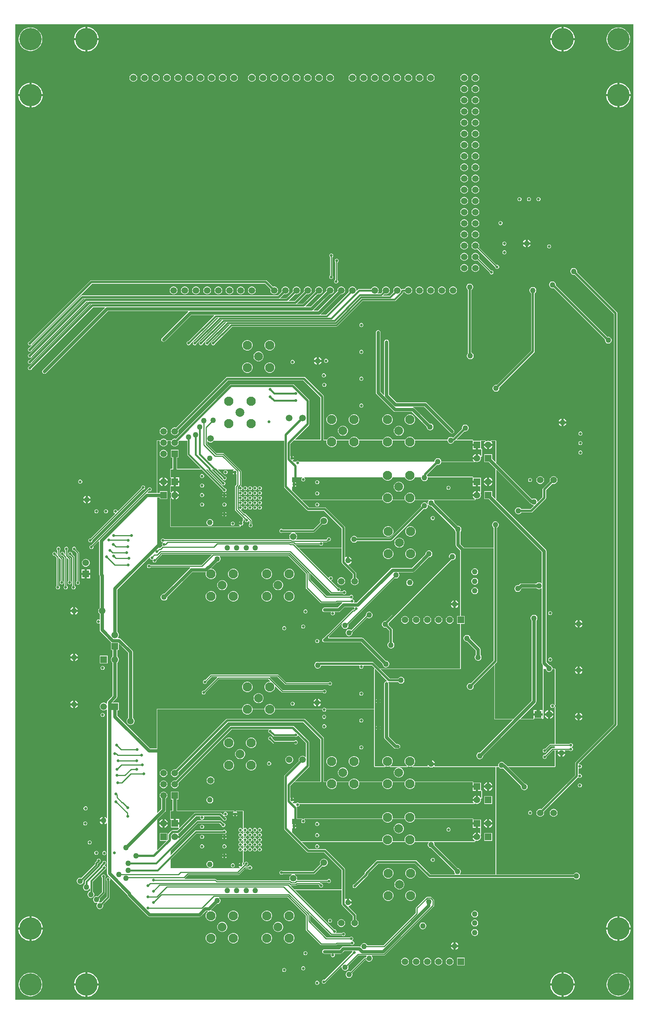
<source format=gbr>
G04*
G04 #@! TF.GenerationSoftware,Altium Limited,Altium Designer,23.5.1 (21)*
G04*
G04 Layer_Physical_Order=4*
G04 Layer_Color=16711680*
%FSLAX26Y26*%
%MOIN*%
G70*
G04*
G04 #@! TF.SameCoordinates,4C236C01-038B-46FF-8FFE-5AAE5B5B5E28*
G04*
G04*
G04 #@! TF.FilePolarity,Positive*
G04*
G01*
G75*
%ADD11C,0.010000*%
%ADD14C,0.020000*%
%ADD52C,0.015000*%
%ADD53C,0.030000*%
%ADD54C,0.200000*%
%ADD55C,0.059055*%
%ADD56C,0.082677*%
%ADD57R,0.059055X0.059055*%
%ADD58C,0.078740*%
%ADD59R,0.059055X0.059055*%
%ADD60C,0.025000*%
%ADD61C,0.050000*%
G36*
X5544707Y15293D02*
X15293D01*
Y8734707D01*
X5544707D01*
Y15293D01*
D02*
G37*
%LPC*%
G36*
X4920000Y8709787D02*
Y8610000D01*
X5019787D01*
X5017291Y8625758D01*
X5011941Y8642225D01*
X5004080Y8657653D01*
X4993903Y8671660D01*
X4981660Y8683903D01*
X4967653Y8694080D01*
X4952225Y8701941D01*
X4935758Y8707291D01*
X4920000Y8709787D01*
D02*
G37*
G36*
X4900000D02*
X4884242Y8707291D01*
X4867775Y8701941D01*
X4852347Y8694080D01*
X4838340Y8683903D01*
X4826097Y8671660D01*
X4815920Y8657653D01*
X4808059Y8642225D01*
X4802709Y8625758D01*
X4800213Y8610000D01*
X4900000D01*
Y8709787D01*
D02*
G37*
G36*
X660000D02*
Y8610000D01*
X759787D01*
X757291Y8625758D01*
X751941Y8642225D01*
X744080Y8657653D01*
X733903Y8671660D01*
X721660Y8683903D01*
X707653Y8694080D01*
X692225Y8701941D01*
X675758Y8707291D01*
X660000Y8709787D01*
D02*
G37*
G36*
X640000D02*
X624242Y8707291D01*
X607775Y8701941D01*
X592347Y8694080D01*
X578340Y8683903D01*
X566097Y8671660D01*
X555920Y8657653D01*
X548059Y8642225D01*
X542709Y8625758D01*
X540213Y8610000D01*
X640000D01*
Y8709787D01*
D02*
G37*
G36*
X5418264Y8705000D02*
X5401736D01*
X5385412Y8702415D01*
X5369694Y8697307D01*
X5354968Y8689804D01*
X5341597Y8680090D01*
X5329910Y8668403D01*
X5320196Y8655032D01*
X5312693Y8640306D01*
X5307585Y8624588D01*
X5305000Y8608264D01*
Y8591736D01*
X5307585Y8575412D01*
X5312693Y8559694D01*
X5320196Y8544968D01*
X5329910Y8531597D01*
X5341597Y8519910D01*
X5354968Y8510196D01*
X5369694Y8502693D01*
X5385412Y8497585D01*
X5401736Y8495000D01*
X5418264D01*
X5434588Y8497585D01*
X5450306Y8502693D01*
X5465032Y8510196D01*
X5478403Y8519910D01*
X5490090Y8531597D01*
X5499804Y8544968D01*
X5507307Y8559694D01*
X5512415Y8575412D01*
X5515000Y8591736D01*
Y8608264D01*
X5512415Y8624588D01*
X5507307Y8640306D01*
X5499804Y8655032D01*
X5490090Y8668403D01*
X5478403Y8680090D01*
X5465032Y8689804D01*
X5450306Y8697307D01*
X5434588Y8702415D01*
X5418264Y8705000D01*
D02*
G37*
G36*
X158264D02*
X141736D01*
X125412Y8702415D01*
X109694Y8697307D01*
X94968Y8689804D01*
X81597Y8680090D01*
X69910Y8668403D01*
X60196Y8655032D01*
X52693Y8640306D01*
X47585Y8624588D01*
X45000Y8608264D01*
Y8591736D01*
X47585Y8575412D01*
X52693Y8559694D01*
X60196Y8544968D01*
X69910Y8531597D01*
X81597Y8519910D01*
X94968Y8510196D01*
X109694Y8502693D01*
X125412Y8497585D01*
X141736Y8495000D01*
X158264D01*
X174588Y8497585D01*
X190306Y8502693D01*
X205032Y8510196D01*
X218403Y8519910D01*
X230089Y8531597D01*
X239804Y8544968D01*
X247307Y8559694D01*
X252415Y8575412D01*
X255000Y8591736D01*
Y8608264D01*
X252415Y8624588D01*
X247307Y8640306D01*
X239804Y8655032D01*
X230089Y8668403D01*
X218403Y8680090D01*
X205032Y8689804D01*
X190306Y8697307D01*
X174588Y8702415D01*
X158264Y8705000D01*
D02*
G37*
G36*
X5019787Y8590000D02*
X4920000D01*
Y8490213D01*
X4935758Y8492709D01*
X4952225Y8498059D01*
X4967653Y8505920D01*
X4981660Y8516097D01*
X4993903Y8528340D01*
X5004080Y8542347D01*
X5011941Y8557775D01*
X5017291Y8574242D01*
X5019787Y8590000D01*
D02*
G37*
G36*
X4900000D02*
X4800213D01*
X4802709Y8574242D01*
X4808059Y8557775D01*
X4815920Y8542347D01*
X4826097Y8528340D01*
X4838340Y8516097D01*
X4852347Y8505920D01*
X4867775Y8498059D01*
X4884242Y8492709D01*
X4900000Y8490213D01*
Y8590000D01*
D02*
G37*
G36*
X759787D02*
X660000D01*
Y8490213D01*
X675758Y8492709D01*
X692225Y8498059D01*
X707653Y8505920D01*
X721660Y8516097D01*
X733903Y8528340D01*
X744080Y8542347D01*
X751941Y8557775D01*
X757291Y8574242D01*
X759787Y8590000D01*
D02*
G37*
G36*
X640000D02*
X540213D01*
X542709Y8574242D01*
X548059Y8557775D01*
X555920Y8542347D01*
X566097Y8528340D01*
X578340Y8516097D01*
X592347Y8505920D01*
X607775Y8498059D01*
X624242Y8492709D01*
X640000Y8490213D01*
Y8590000D01*
D02*
G37*
G36*
X4134546Y8289528D02*
X4125454D01*
X4116673Y8287174D01*
X4108800Y8282629D01*
X4102371Y8276200D01*
X4097825Y8268327D01*
X4095472Y8259546D01*
Y8250454D01*
X4097825Y8241673D01*
X4102371Y8233800D01*
X4108800Y8227371D01*
X4116673Y8222826D01*
X4125454Y8220472D01*
X4134546D01*
X4143327Y8222826D01*
X4151200Y8227371D01*
X4157629Y8233800D01*
X4162175Y8241673D01*
X4164528Y8250454D01*
Y8259546D01*
X4162175Y8268327D01*
X4157629Y8276200D01*
X4151200Y8282629D01*
X4143327Y8287174D01*
X4134546Y8289528D01*
D02*
G37*
G36*
X4034546D02*
X4025454D01*
X4016673Y8287174D01*
X4008800Y8282629D01*
X4002371Y8276200D01*
X3997825Y8268327D01*
X3995472Y8259546D01*
Y8250454D01*
X3997825Y8241673D01*
X4002371Y8233800D01*
X4008800Y8227371D01*
X4016673Y8222826D01*
X4025454Y8220472D01*
X4034546D01*
X4043327Y8222826D01*
X4051200Y8227371D01*
X4057629Y8233800D01*
X4062175Y8241673D01*
X4064528Y8250454D01*
Y8259546D01*
X4062175Y8268327D01*
X4057629Y8276200D01*
X4051200Y8282629D01*
X4043327Y8287174D01*
X4034546Y8289528D01*
D02*
G37*
G36*
X3734546D02*
X3725454D01*
X3716673Y8287174D01*
X3708800Y8282629D01*
X3702371Y8276200D01*
X3697825Y8268327D01*
X3695472Y8259546D01*
Y8250454D01*
X3697825Y8241673D01*
X3702371Y8233800D01*
X3708800Y8227371D01*
X3716673Y8222826D01*
X3725454Y8220472D01*
X3734546D01*
X3743327Y8222826D01*
X3751200Y8227371D01*
X3757629Y8233800D01*
X3762175Y8241673D01*
X3764528Y8250454D01*
Y8259546D01*
X3762175Y8268327D01*
X3757629Y8276200D01*
X3751200Y8282629D01*
X3743327Y8287174D01*
X3734546Y8289528D01*
D02*
G37*
G36*
X3634546D02*
X3625454D01*
X3616673Y8287174D01*
X3608800Y8282629D01*
X3602371Y8276200D01*
X3597825Y8268327D01*
X3595472Y8259546D01*
Y8250454D01*
X3597825Y8241673D01*
X3602371Y8233800D01*
X3608800Y8227371D01*
X3616673Y8222826D01*
X3625454Y8220472D01*
X3634546D01*
X3643327Y8222826D01*
X3651200Y8227371D01*
X3657629Y8233800D01*
X3662175Y8241673D01*
X3664528Y8250454D01*
Y8259546D01*
X3662175Y8268327D01*
X3657629Y8276200D01*
X3651200Y8282629D01*
X3643327Y8287174D01*
X3634546Y8289528D01*
D02*
G37*
G36*
X3534546D02*
X3525454D01*
X3516673Y8287174D01*
X3508800Y8282629D01*
X3502371Y8276200D01*
X3497825Y8268327D01*
X3495472Y8259546D01*
Y8250454D01*
X3497825Y8241673D01*
X3502371Y8233800D01*
X3508800Y8227371D01*
X3516673Y8222826D01*
X3525454Y8220472D01*
X3534546D01*
X3543327Y8222826D01*
X3551200Y8227371D01*
X3557629Y8233800D01*
X3562175Y8241673D01*
X3564528Y8250454D01*
Y8259546D01*
X3562175Y8268327D01*
X3557629Y8276200D01*
X3551200Y8282629D01*
X3543327Y8287174D01*
X3534546Y8289528D01*
D02*
G37*
G36*
X3434546D02*
X3425454D01*
X3416673Y8287174D01*
X3408800Y8282629D01*
X3402371Y8276200D01*
X3397825Y8268327D01*
X3395472Y8259546D01*
Y8250454D01*
X3397825Y8241673D01*
X3402371Y8233800D01*
X3408800Y8227371D01*
X3416673Y8222826D01*
X3425454Y8220472D01*
X3434546D01*
X3443327Y8222826D01*
X3451200Y8227371D01*
X3457629Y8233800D01*
X3462175Y8241673D01*
X3464528Y8250454D01*
Y8259546D01*
X3462175Y8268327D01*
X3457629Y8276200D01*
X3451200Y8282629D01*
X3443327Y8287174D01*
X3434546Y8289528D01*
D02*
G37*
G36*
X3334546D02*
X3325454D01*
X3316673Y8287174D01*
X3308800Y8282629D01*
X3302371Y8276200D01*
X3297825Y8268327D01*
X3295472Y8259546D01*
Y8250454D01*
X3297825Y8241673D01*
X3302371Y8233800D01*
X3308800Y8227371D01*
X3316673Y8222826D01*
X3325454Y8220472D01*
X3334546D01*
X3343327Y8222826D01*
X3351200Y8227371D01*
X3357629Y8233800D01*
X3362175Y8241673D01*
X3364528Y8250454D01*
Y8259546D01*
X3362175Y8268327D01*
X3357629Y8276200D01*
X3351200Y8282629D01*
X3343327Y8287174D01*
X3334546Y8289528D01*
D02*
G37*
G36*
X3234546D02*
X3225454D01*
X3216673Y8287174D01*
X3208800Y8282629D01*
X3202371Y8276200D01*
X3197825Y8268327D01*
X3195472Y8259546D01*
Y8250454D01*
X3197825Y8241673D01*
X3202371Y8233800D01*
X3208800Y8227371D01*
X3216673Y8222826D01*
X3225454Y8220472D01*
X3234546D01*
X3243327Y8222826D01*
X3251200Y8227371D01*
X3257629Y8233800D01*
X3262175Y8241673D01*
X3264528Y8250454D01*
Y8259546D01*
X3262175Y8268327D01*
X3257629Y8276200D01*
X3251200Y8282629D01*
X3243327Y8287174D01*
X3234546Y8289528D01*
D02*
G37*
G36*
X3134546D02*
X3125454D01*
X3116673Y8287174D01*
X3108800Y8282629D01*
X3102371Y8276200D01*
X3097825Y8268327D01*
X3095472Y8259546D01*
Y8250454D01*
X3097825Y8241673D01*
X3102371Y8233800D01*
X3108800Y8227371D01*
X3116673Y8222826D01*
X3125454Y8220472D01*
X3134546D01*
X3143327Y8222826D01*
X3151200Y8227371D01*
X3157629Y8233800D01*
X3162175Y8241673D01*
X3164528Y8250454D01*
Y8259546D01*
X3162175Y8268327D01*
X3157629Y8276200D01*
X3151200Y8282629D01*
X3143327Y8287174D01*
X3134546Y8289528D01*
D02*
G37*
G36*
X3034546D02*
X3025454D01*
X3016673Y8287174D01*
X3008800Y8282629D01*
X3002371Y8276200D01*
X2997825Y8268327D01*
X2995472Y8259546D01*
Y8250454D01*
X2997825Y8241673D01*
X3002371Y8233800D01*
X3008800Y8227371D01*
X3016673Y8222826D01*
X3025454Y8220472D01*
X3034546D01*
X3043327Y8222826D01*
X3051200Y8227371D01*
X3057629Y8233800D01*
X3062175Y8241673D01*
X3064528Y8250454D01*
Y8259546D01*
X3062175Y8268327D01*
X3057629Y8276200D01*
X3051200Y8282629D01*
X3043327Y8287174D01*
X3034546Y8289528D01*
D02*
G37*
G36*
X2834546D02*
X2825454D01*
X2816673Y8287174D01*
X2808800Y8282629D01*
X2802371Y8276200D01*
X2797825Y8268327D01*
X2795472Y8259546D01*
Y8250454D01*
X2797825Y8241673D01*
X2802371Y8233800D01*
X2808800Y8227371D01*
X2816673Y8222826D01*
X2825454Y8220472D01*
X2834546D01*
X2843327Y8222826D01*
X2851200Y8227371D01*
X2857629Y8233800D01*
X2862175Y8241673D01*
X2864528Y8250454D01*
Y8259546D01*
X2862175Y8268327D01*
X2857629Y8276200D01*
X2851200Y8282629D01*
X2843327Y8287174D01*
X2834546Y8289528D01*
D02*
G37*
G36*
X2734546D02*
X2725454D01*
X2716673Y8287174D01*
X2708800Y8282629D01*
X2702371Y8276200D01*
X2697825Y8268327D01*
X2695472Y8259546D01*
Y8250454D01*
X2697825Y8241673D01*
X2702371Y8233800D01*
X2708800Y8227371D01*
X2716673Y8222826D01*
X2725454Y8220472D01*
X2734546D01*
X2743327Y8222826D01*
X2751200Y8227371D01*
X2757629Y8233800D01*
X2762175Y8241673D01*
X2764528Y8250454D01*
Y8259546D01*
X2762175Y8268327D01*
X2757629Y8276200D01*
X2751200Y8282629D01*
X2743327Y8287174D01*
X2734546Y8289528D01*
D02*
G37*
G36*
X2634546D02*
X2625454D01*
X2616673Y8287174D01*
X2608800Y8282629D01*
X2602371Y8276200D01*
X2597825Y8268327D01*
X2595472Y8259546D01*
Y8250454D01*
X2597825Y8241673D01*
X2602371Y8233800D01*
X2608800Y8227371D01*
X2616673Y8222826D01*
X2625454Y8220472D01*
X2634546D01*
X2643327Y8222826D01*
X2651200Y8227371D01*
X2657629Y8233800D01*
X2662175Y8241673D01*
X2664528Y8250454D01*
Y8259546D01*
X2662175Y8268327D01*
X2657629Y8276200D01*
X2651200Y8282629D01*
X2643327Y8287174D01*
X2634546Y8289528D01*
D02*
G37*
G36*
X2534546D02*
X2525454D01*
X2516673Y8287174D01*
X2508800Y8282629D01*
X2502371Y8276200D01*
X2497825Y8268327D01*
X2495472Y8259546D01*
Y8250454D01*
X2497825Y8241673D01*
X2502371Y8233800D01*
X2508800Y8227371D01*
X2516673Y8222826D01*
X2525454Y8220472D01*
X2534546D01*
X2543327Y8222826D01*
X2551200Y8227371D01*
X2557629Y8233800D01*
X2562175Y8241673D01*
X2564528Y8250454D01*
Y8259546D01*
X2562175Y8268327D01*
X2557629Y8276200D01*
X2551200Y8282629D01*
X2543327Y8287174D01*
X2534546Y8289528D01*
D02*
G37*
G36*
X2434546D02*
X2425454D01*
X2416673Y8287174D01*
X2408800Y8282629D01*
X2402371Y8276200D01*
X2397825Y8268327D01*
X2395472Y8259546D01*
Y8250454D01*
X2397825Y8241673D01*
X2402371Y8233800D01*
X2408800Y8227371D01*
X2416673Y8222826D01*
X2425454Y8220472D01*
X2434546D01*
X2443327Y8222826D01*
X2451200Y8227371D01*
X2457629Y8233800D01*
X2462175Y8241673D01*
X2464528Y8250454D01*
Y8259546D01*
X2462175Y8268327D01*
X2457629Y8276200D01*
X2451200Y8282629D01*
X2443327Y8287174D01*
X2434546Y8289528D01*
D02*
G37*
G36*
X2334546D02*
X2325454D01*
X2316673Y8287174D01*
X2308800Y8282629D01*
X2302371Y8276200D01*
X2297825Y8268327D01*
X2295472Y8259546D01*
Y8250454D01*
X2297825Y8241673D01*
X2302371Y8233800D01*
X2308800Y8227371D01*
X2316673Y8222826D01*
X2325454Y8220472D01*
X2334546D01*
X2343327Y8222826D01*
X2351200Y8227371D01*
X2357629Y8233800D01*
X2362175Y8241673D01*
X2364528Y8250454D01*
Y8259546D01*
X2362175Y8268327D01*
X2357629Y8276200D01*
X2351200Y8282629D01*
X2343327Y8287174D01*
X2334546Y8289528D01*
D02*
G37*
G36*
X2234546D02*
X2225454D01*
X2216673Y8287174D01*
X2208800Y8282629D01*
X2202371Y8276200D01*
X2197825Y8268327D01*
X2195472Y8259546D01*
Y8250454D01*
X2197825Y8241673D01*
X2202371Y8233800D01*
X2208800Y8227371D01*
X2216673Y8222826D01*
X2225454Y8220472D01*
X2234546D01*
X2243327Y8222826D01*
X2251200Y8227371D01*
X2257629Y8233800D01*
X2262175Y8241673D01*
X2264528Y8250454D01*
Y8259546D01*
X2262175Y8268327D01*
X2257629Y8276200D01*
X2251200Y8282629D01*
X2243327Y8287174D01*
X2234546Y8289528D01*
D02*
G37*
G36*
X2134546D02*
X2125454D01*
X2116673Y8287174D01*
X2108800Y8282629D01*
X2102371Y8276200D01*
X2097825Y8268327D01*
X2095472Y8259546D01*
Y8250454D01*
X2097825Y8241673D01*
X2102371Y8233800D01*
X2108800Y8227371D01*
X2116673Y8222826D01*
X2125454Y8220472D01*
X2134546D01*
X2143327Y8222826D01*
X2151200Y8227371D01*
X2157629Y8233800D01*
X2162175Y8241673D01*
X2164528Y8250454D01*
Y8259546D01*
X2162175Y8268327D01*
X2157629Y8276200D01*
X2151200Y8282629D01*
X2143327Y8287174D01*
X2134546Y8289528D01*
D02*
G37*
G36*
X1974546D02*
X1965454D01*
X1956673Y8287174D01*
X1948800Y8282629D01*
X1942371Y8276200D01*
X1937825Y8268327D01*
X1935473Y8259546D01*
Y8250454D01*
X1937825Y8241673D01*
X1942371Y8233800D01*
X1948800Y8227371D01*
X1956673Y8222826D01*
X1965454Y8220472D01*
X1974546D01*
X1983327Y8222826D01*
X1991200Y8227371D01*
X1997629Y8233800D01*
X2002175Y8241673D01*
X2004527Y8250454D01*
Y8259546D01*
X2002175Y8268327D01*
X1997629Y8276200D01*
X1991200Y8282629D01*
X1983327Y8287174D01*
X1974546Y8289528D01*
D02*
G37*
G36*
X1874546D02*
X1865454D01*
X1856673Y8287174D01*
X1848800Y8282629D01*
X1842371Y8276200D01*
X1837825Y8268327D01*
X1835473Y8259546D01*
Y8250454D01*
X1837825Y8241673D01*
X1842371Y8233800D01*
X1848800Y8227371D01*
X1856673Y8222826D01*
X1865454Y8220472D01*
X1874546D01*
X1883327Y8222826D01*
X1891200Y8227371D01*
X1897629Y8233800D01*
X1902175Y8241673D01*
X1904527Y8250454D01*
Y8259546D01*
X1902175Y8268327D01*
X1897629Y8276200D01*
X1891200Y8282629D01*
X1883327Y8287174D01*
X1874546Y8289528D01*
D02*
G37*
G36*
X1774546D02*
X1765454D01*
X1756673Y8287174D01*
X1748800Y8282629D01*
X1742371Y8276200D01*
X1737825Y8268327D01*
X1735473Y8259546D01*
Y8250454D01*
X1737825Y8241673D01*
X1742371Y8233800D01*
X1748800Y8227371D01*
X1756673Y8222826D01*
X1765454Y8220472D01*
X1774546D01*
X1783327Y8222826D01*
X1791200Y8227371D01*
X1797629Y8233800D01*
X1802175Y8241673D01*
X1804527Y8250454D01*
Y8259546D01*
X1802175Y8268327D01*
X1797629Y8276200D01*
X1791200Y8282629D01*
X1783327Y8287174D01*
X1774546Y8289528D01*
D02*
G37*
G36*
X1674546D02*
X1665454D01*
X1656673Y8287174D01*
X1648800Y8282629D01*
X1642371Y8276200D01*
X1637825Y8268327D01*
X1635473Y8259546D01*
Y8250454D01*
X1637825Y8241673D01*
X1642371Y8233800D01*
X1648800Y8227371D01*
X1656673Y8222826D01*
X1665454Y8220472D01*
X1674546D01*
X1683327Y8222826D01*
X1691200Y8227371D01*
X1697629Y8233800D01*
X1702175Y8241673D01*
X1704527Y8250454D01*
Y8259546D01*
X1702175Y8268327D01*
X1697629Y8276200D01*
X1691200Y8282629D01*
X1683327Y8287174D01*
X1674546Y8289528D01*
D02*
G37*
G36*
X1574546D02*
X1565454D01*
X1556673Y8287174D01*
X1548800Y8282629D01*
X1542371Y8276200D01*
X1537825Y8268327D01*
X1535473Y8259546D01*
Y8250454D01*
X1537825Y8241673D01*
X1542371Y8233800D01*
X1548800Y8227371D01*
X1556673Y8222826D01*
X1565454Y8220472D01*
X1574546D01*
X1583327Y8222826D01*
X1591200Y8227371D01*
X1597629Y8233800D01*
X1602175Y8241673D01*
X1604527Y8250454D01*
Y8259546D01*
X1602175Y8268327D01*
X1597629Y8276200D01*
X1591200Y8282629D01*
X1583327Y8287174D01*
X1574546Y8289528D01*
D02*
G37*
G36*
X1474546D02*
X1465454D01*
X1456673Y8287174D01*
X1448800Y8282629D01*
X1442371Y8276200D01*
X1437825Y8268327D01*
X1435473Y8259546D01*
Y8250454D01*
X1437825Y8241673D01*
X1442371Y8233800D01*
X1448800Y8227371D01*
X1456673Y8222826D01*
X1465454Y8220472D01*
X1474546D01*
X1483327Y8222826D01*
X1491200Y8227371D01*
X1497629Y8233800D01*
X1502175Y8241673D01*
X1504527Y8250454D01*
Y8259546D01*
X1502175Y8268327D01*
X1497629Y8276200D01*
X1491200Y8282629D01*
X1483327Y8287174D01*
X1474546Y8289528D01*
D02*
G37*
G36*
X1374546D02*
X1365454D01*
X1356673Y8287174D01*
X1348800Y8282629D01*
X1342371Y8276200D01*
X1337825Y8268327D01*
X1335473Y8259546D01*
Y8250454D01*
X1337825Y8241673D01*
X1342371Y8233800D01*
X1348800Y8227371D01*
X1356673Y8222826D01*
X1365454Y8220472D01*
X1374546D01*
X1383327Y8222826D01*
X1391200Y8227371D01*
X1397629Y8233800D01*
X1402175Y8241673D01*
X1404527Y8250454D01*
Y8259546D01*
X1402175Y8268327D01*
X1397629Y8276200D01*
X1391200Y8282629D01*
X1383327Y8287174D01*
X1374546Y8289528D01*
D02*
G37*
G36*
X1274546D02*
X1265454D01*
X1256673Y8287174D01*
X1248800Y8282629D01*
X1242371Y8276200D01*
X1237825Y8268327D01*
X1235473Y8259546D01*
Y8250454D01*
X1237825Y8241673D01*
X1242371Y8233800D01*
X1248800Y8227371D01*
X1256673Y8222826D01*
X1265454Y8220472D01*
X1274546D01*
X1283327Y8222826D01*
X1291200Y8227371D01*
X1297629Y8233800D01*
X1302175Y8241673D01*
X1304527Y8250454D01*
Y8259546D01*
X1302175Y8268327D01*
X1297629Y8276200D01*
X1291200Y8282629D01*
X1283327Y8287174D01*
X1274546Y8289528D01*
D02*
G37*
G36*
X1174546D02*
X1165454D01*
X1156673Y8287174D01*
X1148800Y8282629D01*
X1142371Y8276200D01*
X1137825Y8268327D01*
X1135473Y8259546D01*
Y8250454D01*
X1137825Y8241673D01*
X1142371Y8233800D01*
X1148800Y8227371D01*
X1156673Y8222826D01*
X1165454Y8220472D01*
X1174546D01*
X1183327Y8222826D01*
X1191200Y8227371D01*
X1197629Y8233800D01*
X1202175Y8241673D01*
X1204527Y8250454D01*
Y8259546D01*
X1202175Y8268327D01*
X1197629Y8276200D01*
X1191200Y8282629D01*
X1183327Y8287174D01*
X1174546Y8289528D01*
D02*
G37*
G36*
X1074546D02*
X1065454D01*
X1056673Y8287174D01*
X1048800Y8282629D01*
X1042371Y8276200D01*
X1037825Y8268327D01*
X1035473Y8259546D01*
Y8250454D01*
X1037825Y8241673D01*
X1042371Y8233800D01*
X1048800Y8227371D01*
X1056673Y8222826D01*
X1065454Y8220472D01*
X1074546D01*
X1083327Y8222826D01*
X1091200Y8227371D01*
X1097629Y8233800D01*
X1102175Y8241673D01*
X1104527Y8250454D01*
Y8259546D01*
X1102175Y8268327D01*
X1097629Y8276200D01*
X1091200Y8282629D01*
X1083327Y8287174D01*
X1074546Y8289528D01*
D02*
G37*
G36*
X4134546Y8189528D02*
X4125454D01*
X4116673Y8187175D01*
X4108800Y8182629D01*
X4102371Y8176200D01*
X4097825Y8168327D01*
X4095472Y8159546D01*
Y8150454D01*
X4097825Y8141673D01*
X4102371Y8133800D01*
X4108800Y8127371D01*
X4116673Y8122825D01*
X4125454Y8120472D01*
X4134546D01*
X4143327Y8122825D01*
X4151200Y8127371D01*
X4157629Y8133800D01*
X4162175Y8141673D01*
X4164528Y8150454D01*
Y8159546D01*
X4162175Y8168327D01*
X4157629Y8176200D01*
X4151200Y8182629D01*
X4143327Y8187175D01*
X4134546Y8189528D01*
D02*
G37*
G36*
X4034546D02*
X4025454D01*
X4016673Y8187175D01*
X4008800Y8182629D01*
X4002371Y8176200D01*
X3997825Y8168327D01*
X3995472Y8159546D01*
Y8150454D01*
X3997825Y8141673D01*
X4002371Y8133800D01*
X4008800Y8127371D01*
X4016673Y8122825D01*
X4025454Y8120472D01*
X4034546D01*
X4043327Y8122825D01*
X4051200Y8127371D01*
X4057629Y8133800D01*
X4062175Y8141673D01*
X4064528Y8150454D01*
Y8159546D01*
X4062175Y8168327D01*
X4057629Y8176200D01*
X4051200Y8182629D01*
X4043327Y8187175D01*
X4034546Y8189528D01*
D02*
G37*
G36*
X5420000Y8209787D02*
Y8110000D01*
X5519787D01*
X5517291Y8125758D01*
X5511941Y8142225D01*
X5504080Y8157653D01*
X5493903Y8171660D01*
X5481660Y8183903D01*
X5467653Y8194080D01*
X5452225Y8201941D01*
X5435758Y8207291D01*
X5420000Y8209787D01*
D02*
G37*
G36*
X5400000D02*
X5384242Y8207291D01*
X5367775Y8201941D01*
X5352347Y8194080D01*
X5338340Y8183903D01*
X5326097Y8171660D01*
X5315920Y8157653D01*
X5308059Y8142225D01*
X5302709Y8125758D01*
X5300213Y8110000D01*
X5400000D01*
Y8209787D01*
D02*
G37*
G36*
X160000D02*
Y8110000D01*
X259787D01*
X257291Y8125758D01*
X251941Y8142225D01*
X244080Y8157653D01*
X233903Y8171660D01*
X221660Y8183903D01*
X207653Y8194080D01*
X192225Y8201941D01*
X175758Y8207291D01*
X160000Y8209787D01*
D02*
G37*
G36*
X140000D02*
X124242Y8207291D01*
X107775Y8201941D01*
X92347Y8194080D01*
X78340Y8183903D01*
X66097Y8171660D01*
X55920Y8157653D01*
X48059Y8142225D01*
X42709Y8125758D01*
X40213Y8110000D01*
X140000D01*
Y8209787D01*
D02*
G37*
G36*
X4134546Y8089528D02*
X4125454D01*
X4116673Y8087175D01*
X4108800Y8082629D01*
X4102371Y8076200D01*
X4097825Y8068327D01*
X4095472Y8059546D01*
Y8050454D01*
X4097825Y8041673D01*
X4102371Y8033800D01*
X4108800Y8027371D01*
X4116673Y8022825D01*
X4125454Y8020472D01*
X4134546D01*
X4143327Y8022825D01*
X4151200Y8027371D01*
X4157629Y8033800D01*
X4162175Y8041673D01*
X4164528Y8050454D01*
Y8059546D01*
X4162175Y8068327D01*
X4157629Y8076200D01*
X4151200Y8082629D01*
X4143327Y8087175D01*
X4134546Y8089528D01*
D02*
G37*
G36*
X4034546D02*
X4025454D01*
X4016673Y8087175D01*
X4008800Y8082629D01*
X4002371Y8076200D01*
X3997825Y8068327D01*
X3995472Y8059546D01*
Y8050454D01*
X3997825Y8041673D01*
X4002371Y8033800D01*
X4008800Y8027371D01*
X4016673Y8022825D01*
X4025454Y8020472D01*
X4034546D01*
X4043327Y8022825D01*
X4051200Y8027371D01*
X4057629Y8033800D01*
X4062175Y8041673D01*
X4064528Y8050454D01*
Y8059546D01*
X4062175Y8068327D01*
X4057629Y8076200D01*
X4051200Y8082629D01*
X4043327Y8087175D01*
X4034546Y8089528D01*
D02*
G37*
G36*
X5519787Y8090000D02*
X5420000D01*
Y7990213D01*
X5435758Y7992709D01*
X5452225Y7998059D01*
X5467653Y8005920D01*
X5481660Y8016097D01*
X5493903Y8028340D01*
X5504080Y8042347D01*
X5511941Y8057775D01*
X5517291Y8074242D01*
X5519787Y8090000D01*
D02*
G37*
G36*
X5400000D02*
X5300213D01*
X5302709Y8074242D01*
X5308059Y8057775D01*
X5315920Y8042347D01*
X5326097Y8028340D01*
X5338340Y8016097D01*
X5352347Y8005920D01*
X5367775Y7998059D01*
X5384242Y7992709D01*
X5400000Y7990213D01*
Y8090000D01*
D02*
G37*
G36*
X259787D02*
X160000D01*
Y7990213D01*
X175758Y7992709D01*
X192225Y7998059D01*
X207653Y8005920D01*
X221660Y8016097D01*
X233903Y8028340D01*
X244080Y8042347D01*
X251941Y8057775D01*
X257291Y8074242D01*
X259787Y8090000D01*
D02*
G37*
G36*
X140000D02*
X40213D01*
X42709Y8074242D01*
X48059Y8057775D01*
X55920Y8042347D01*
X66097Y8028340D01*
X78340Y8016097D01*
X92347Y8005920D01*
X107775Y7998059D01*
X124242Y7992709D01*
X140000Y7990213D01*
Y8090000D01*
D02*
G37*
G36*
X4134546Y7989528D02*
X4125454D01*
X4116673Y7987175D01*
X4108800Y7982629D01*
X4102371Y7976200D01*
X4097825Y7968327D01*
X4095472Y7959546D01*
Y7950454D01*
X4097825Y7941673D01*
X4102371Y7933800D01*
X4108800Y7927371D01*
X4116673Y7922825D01*
X4125454Y7920472D01*
X4134546D01*
X4143327Y7922825D01*
X4151200Y7927371D01*
X4157629Y7933800D01*
X4162175Y7941673D01*
X4164528Y7950454D01*
Y7959546D01*
X4162175Y7968327D01*
X4157629Y7976200D01*
X4151200Y7982629D01*
X4143327Y7987175D01*
X4134546Y7989528D01*
D02*
G37*
G36*
X4034546D02*
X4025454D01*
X4016673Y7987175D01*
X4008800Y7982629D01*
X4002371Y7976200D01*
X3997825Y7968327D01*
X3995472Y7959546D01*
Y7950454D01*
X3997825Y7941673D01*
X4002371Y7933800D01*
X4008800Y7927371D01*
X4016673Y7922825D01*
X4025454Y7920472D01*
X4034546D01*
X4043327Y7922825D01*
X4051200Y7927371D01*
X4057629Y7933800D01*
X4062175Y7941673D01*
X4064528Y7950454D01*
Y7959546D01*
X4062175Y7968327D01*
X4057629Y7976200D01*
X4051200Y7982629D01*
X4043327Y7987175D01*
X4034546Y7989528D01*
D02*
G37*
G36*
X4134546Y7889528D02*
X4125454D01*
X4116673Y7887175D01*
X4108800Y7882629D01*
X4102371Y7876200D01*
X4097825Y7868327D01*
X4095472Y7859546D01*
Y7850454D01*
X4097825Y7841673D01*
X4102371Y7833800D01*
X4108800Y7827371D01*
X4116673Y7822825D01*
X4125454Y7820472D01*
X4134546D01*
X4143327Y7822825D01*
X4151200Y7827371D01*
X4157629Y7833800D01*
X4162175Y7841673D01*
X4164528Y7850454D01*
Y7859546D01*
X4162175Y7868327D01*
X4157629Y7876200D01*
X4151200Y7882629D01*
X4143327Y7887175D01*
X4134546Y7889528D01*
D02*
G37*
G36*
X4034546D02*
X4025454D01*
X4016673Y7887175D01*
X4008800Y7882629D01*
X4002371Y7876200D01*
X3997825Y7868327D01*
X3995472Y7859546D01*
Y7850454D01*
X3997825Y7841673D01*
X4002371Y7833800D01*
X4008800Y7827371D01*
X4016673Y7822825D01*
X4025454Y7820472D01*
X4034546D01*
X4043327Y7822825D01*
X4051200Y7827371D01*
X4057629Y7833800D01*
X4062175Y7841673D01*
X4064528Y7850454D01*
Y7859546D01*
X4062175Y7868327D01*
X4057629Y7876200D01*
X4051200Y7882629D01*
X4043327Y7887175D01*
X4034546Y7889528D01*
D02*
G37*
G36*
X4134546Y7789528D02*
X4125454D01*
X4116673Y7787175D01*
X4108800Y7782629D01*
X4102371Y7776200D01*
X4097825Y7768327D01*
X4095472Y7759546D01*
Y7750454D01*
X4097825Y7741673D01*
X4102371Y7733800D01*
X4108800Y7727371D01*
X4116673Y7722825D01*
X4125454Y7720472D01*
X4134546D01*
X4143327Y7722825D01*
X4151200Y7727371D01*
X4157629Y7733800D01*
X4162175Y7741673D01*
X4164528Y7750454D01*
Y7759546D01*
X4162175Y7768327D01*
X4157629Y7776200D01*
X4151200Y7782629D01*
X4143327Y7787175D01*
X4134546Y7789528D01*
D02*
G37*
G36*
X4034546D02*
X4025454D01*
X4016673Y7787175D01*
X4008800Y7782629D01*
X4002371Y7776200D01*
X3997825Y7768327D01*
X3995472Y7759546D01*
Y7750454D01*
X3997825Y7741673D01*
X4002371Y7733800D01*
X4008800Y7727371D01*
X4016673Y7722825D01*
X4025454Y7720472D01*
X4034546D01*
X4043327Y7722825D01*
X4051200Y7727371D01*
X4057629Y7733800D01*
X4062175Y7741673D01*
X4064528Y7750454D01*
Y7759546D01*
X4062175Y7768327D01*
X4057629Y7776200D01*
X4051200Y7782629D01*
X4043327Y7787175D01*
X4034546Y7789528D01*
D02*
G37*
G36*
X4134546Y7689528D02*
X4125454D01*
X4116673Y7687175D01*
X4108800Y7682629D01*
X4102371Y7676200D01*
X4097825Y7668327D01*
X4095472Y7659546D01*
Y7650454D01*
X4097825Y7641673D01*
X4102371Y7633800D01*
X4108800Y7627371D01*
X4116673Y7622825D01*
X4125454Y7620472D01*
X4134546D01*
X4143327Y7622825D01*
X4151200Y7627371D01*
X4157629Y7633800D01*
X4162175Y7641673D01*
X4164528Y7650454D01*
Y7659546D01*
X4162175Y7668327D01*
X4157629Y7676200D01*
X4151200Y7682629D01*
X4143327Y7687175D01*
X4134546Y7689528D01*
D02*
G37*
G36*
X4034546D02*
X4025454D01*
X4016673Y7687175D01*
X4008800Y7682629D01*
X4002371Y7676200D01*
X3997825Y7668327D01*
X3995472Y7659546D01*
Y7650454D01*
X3997825Y7641673D01*
X4002371Y7633800D01*
X4008800Y7627371D01*
X4016673Y7622825D01*
X4025454Y7620472D01*
X4034546D01*
X4043327Y7622825D01*
X4051200Y7627371D01*
X4057629Y7633800D01*
X4062175Y7641673D01*
X4064528Y7650454D01*
Y7659546D01*
X4062175Y7668327D01*
X4057629Y7676200D01*
X4051200Y7682629D01*
X4043327Y7687175D01*
X4034546Y7689528D01*
D02*
G37*
G36*
X4134546Y7589528D02*
X4125454D01*
X4116673Y7587175D01*
X4108800Y7582629D01*
X4102371Y7576200D01*
X4097825Y7568327D01*
X4095472Y7559546D01*
Y7550454D01*
X4097825Y7541673D01*
X4102371Y7533800D01*
X4108800Y7527371D01*
X4116673Y7522825D01*
X4125454Y7520472D01*
X4134546D01*
X4143327Y7522825D01*
X4151200Y7527371D01*
X4157629Y7533800D01*
X4162175Y7541673D01*
X4164528Y7550454D01*
Y7559546D01*
X4162175Y7568327D01*
X4157629Y7576200D01*
X4151200Y7582629D01*
X4143327Y7587175D01*
X4134546Y7589528D01*
D02*
G37*
G36*
X4034546D02*
X4025454D01*
X4016673Y7587175D01*
X4008800Y7582629D01*
X4002371Y7576200D01*
X3997825Y7568327D01*
X3995472Y7559546D01*
Y7550454D01*
X3997825Y7541673D01*
X4002371Y7533800D01*
X4008800Y7527371D01*
X4016673Y7522825D01*
X4025454Y7520472D01*
X4034546D01*
X4043327Y7522825D01*
X4051200Y7527371D01*
X4057629Y7533800D01*
X4062175Y7541673D01*
X4064528Y7550454D01*
Y7559546D01*
X4062175Y7568327D01*
X4057629Y7576200D01*
X4051200Y7582629D01*
X4043327Y7587175D01*
X4034546Y7589528D01*
D02*
G37*
G36*
X4134546Y7489528D02*
X4125454D01*
X4116673Y7487175D01*
X4108800Y7482629D01*
X4102371Y7476200D01*
X4097825Y7468327D01*
X4095472Y7459546D01*
Y7450454D01*
X4097825Y7441673D01*
X4102371Y7433800D01*
X4108800Y7427371D01*
X4116673Y7422825D01*
X4125454Y7420472D01*
X4134546D01*
X4143327Y7422825D01*
X4151200Y7427371D01*
X4157629Y7433800D01*
X4162175Y7441673D01*
X4164528Y7450454D01*
Y7459546D01*
X4162175Y7468327D01*
X4157629Y7476200D01*
X4151200Y7482629D01*
X4143327Y7487175D01*
X4134546Y7489528D01*
D02*
G37*
G36*
X4034546D02*
X4025454D01*
X4016673Y7487175D01*
X4008800Y7482629D01*
X4002371Y7476200D01*
X3997825Y7468327D01*
X3995472Y7459546D01*
Y7450454D01*
X3997825Y7441673D01*
X4002371Y7433800D01*
X4008800Y7427371D01*
X4016673Y7422825D01*
X4025454Y7420472D01*
X4034546D01*
X4043327Y7422825D01*
X4051200Y7427371D01*
X4057629Y7433800D01*
X4062175Y7441673D01*
X4064528Y7450454D01*
Y7459546D01*
X4062175Y7468327D01*
X4057629Y7476200D01*
X4051200Y7482629D01*
X4043327Y7487175D01*
X4034546Y7489528D01*
D02*
G37*
G36*
X4134546Y7389528D02*
X4125454D01*
X4116673Y7387175D01*
X4108800Y7382629D01*
X4102371Y7376200D01*
X4097825Y7368327D01*
X4095472Y7359546D01*
Y7350454D01*
X4097825Y7341673D01*
X4102371Y7333800D01*
X4108800Y7327371D01*
X4116673Y7322825D01*
X4125454Y7320472D01*
X4134546D01*
X4143327Y7322825D01*
X4151200Y7327371D01*
X4157629Y7333800D01*
X4162175Y7341673D01*
X4164528Y7350454D01*
Y7359546D01*
X4162175Y7368327D01*
X4157629Y7376200D01*
X4151200Y7382629D01*
X4143327Y7387175D01*
X4134546Y7389528D01*
D02*
G37*
G36*
X4034546D02*
X4025454D01*
X4016673Y7387175D01*
X4008800Y7382629D01*
X4002371Y7376200D01*
X3997825Y7368327D01*
X3995472Y7359546D01*
Y7350454D01*
X3997825Y7341673D01*
X4002371Y7333800D01*
X4008800Y7327371D01*
X4016673Y7322825D01*
X4025454Y7320472D01*
X4034546D01*
X4043327Y7322825D01*
X4051200Y7327371D01*
X4057629Y7333800D01*
X4062175Y7341673D01*
X4064528Y7350454D01*
Y7359546D01*
X4062175Y7368327D01*
X4057629Y7376200D01*
X4051200Y7382629D01*
X4043327Y7387175D01*
X4034546Y7389528D01*
D02*
G37*
G36*
X4134546Y7289528D02*
X4125454D01*
X4116673Y7287175D01*
X4108800Y7282629D01*
X4102371Y7276200D01*
X4097825Y7268327D01*
X4095472Y7259546D01*
Y7250454D01*
X4097825Y7241673D01*
X4102371Y7233800D01*
X4108800Y7227371D01*
X4116673Y7222825D01*
X4125454Y7220472D01*
X4134546D01*
X4143327Y7222825D01*
X4151200Y7227371D01*
X4157629Y7233800D01*
X4162175Y7241673D01*
X4164528Y7250454D01*
Y7259546D01*
X4162175Y7268327D01*
X4157629Y7276200D01*
X4151200Y7282629D01*
X4143327Y7287175D01*
X4134546Y7289528D01*
D02*
G37*
G36*
X4034546D02*
X4025454D01*
X4016673Y7287175D01*
X4008800Y7282629D01*
X4002371Y7276200D01*
X3997825Y7268327D01*
X3995472Y7259546D01*
Y7250454D01*
X3997825Y7241673D01*
X4002371Y7233800D01*
X4008800Y7227371D01*
X4016673Y7222825D01*
X4025454Y7220472D01*
X4034546D01*
X4043327Y7222825D01*
X4051200Y7227371D01*
X4057629Y7233800D01*
X4062175Y7241673D01*
X4064528Y7250454D01*
Y7259546D01*
X4062175Y7268327D01*
X4057629Y7276200D01*
X4051200Y7282629D01*
X4043327Y7287175D01*
X4034546Y7289528D01*
D02*
G37*
G36*
X4698481Y7187500D02*
X4691519D01*
X4685087Y7184836D01*
X4680164Y7179913D01*
X4677500Y7173481D01*
Y7166519D01*
X4680164Y7160087D01*
X4685087Y7155164D01*
X4691519Y7152500D01*
X4698481D01*
X4704913Y7155164D01*
X4709836Y7160087D01*
X4712500Y7166519D01*
Y7173481D01*
X4709836Y7179913D01*
X4704913Y7184836D01*
X4698481Y7187500D01*
D02*
G37*
G36*
X4613481D02*
X4606519D01*
X4600087Y7184836D01*
X4595164Y7179913D01*
X4592500Y7173481D01*
Y7166519D01*
X4595164Y7160087D01*
X4600087Y7155164D01*
X4606519Y7152500D01*
X4613481D01*
X4619913Y7155164D01*
X4624836Y7160087D01*
X4627500Y7166519D01*
Y7173481D01*
X4624836Y7179913D01*
X4619913Y7184836D01*
X4613481Y7187500D01*
D02*
G37*
G36*
X4528481D02*
X4521519D01*
X4515087Y7184836D01*
X4510164Y7179913D01*
X4507500Y7173481D01*
Y7166519D01*
X4510164Y7160087D01*
X4515087Y7155164D01*
X4521519Y7152500D01*
X4528481D01*
X4534913Y7155164D01*
X4539836Y7160087D01*
X4542500Y7166519D01*
Y7173481D01*
X4539836Y7179913D01*
X4534913Y7184836D01*
X4528481Y7187500D01*
D02*
G37*
G36*
X4134546Y7189528D02*
X4125454D01*
X4116673Y7187175D01*
X4108800Y7182629D01*
X4102371Y7176200D01*
X4097825Y7168327D01*
X4095472Y7159546D01*
Y7150454D01*
X4097825Y7141673D01*
X4102371Y7133800D01*
X4108800Y7127371D01*
X4116673Y7122825D01*
X4125454Y7120472D01*
X4134546D01*
X4143327Y7122825D01*
X4151200Y7127371D01*
X4157629Y7133800D01*
X4162175Y7141673D01*
X4164528Y7150454D01*
Y7159546D01*
X4162175Y7168327D01*
X4157629Y7176200D01*
X4151200Y7182629D01*
X4143327Y7187175D01*
X4134546Y7189528D01*
D02*
G37*
G36*
X4034546D02*
X4025454D01*
X4016673Y7187175D01*
X4008800Y7182629D01*
X4002371Y7176200D01*
X3997825Y7168327D01*
X3995472Y7159546D01*
Y7150454D01*
X3997825Y7141673D01*
X4002371Y7133800D01*
X4008800Y7127371D01*
X4016673Y7122825D01*
X4025454Y7120472D01*
X4034546D01*
X4043327Y7122825D01*
X4051200Y7127371D01*
X4057629Y7133800D01*
X4062175Y7141673D01*
X4064528Y7150454D01*
Y7159546D01*
X4062175Y7168327D01*
X4057629Y7176200D01*
X4051200Y7182629D01*
X4043327Y7187175D01*
X4034546Y7189528D01*
D02*
G37*
G36*
X4134546Y7089528D02*
X4125454D01*
X4116673Y7087175D01*
X4108800Y7082629D01*
X4102371Y7076200D01*
X4097825Y7068327D01*
X4095472Y7059546D01*
Y7050454D01*
X4097825Y7041673D01*
X4102371Y7033800D01*
X4108800Y7027371D01*
X4116673Y7022825D01*
X4125454Y7020472D01*
X4134546D01*
X4143327Y7022825D01*
X4151200Y7027371D01*
X4157629Y7033800D01*
X4162175Y7041673D01*
X4164528Y7050454D01*
Y7059546D01*
X4162175Y7068327D01*
X4157629Y7076200D01*
X4151200Y7082629D01*
X4143327Y7087175D01*
X4134546Y7089528D01*
D02*
G37*
G36*
X4034546D02*
X4025454D01*
X4016673Y7087175D01*
X4008800Y7082629D01*
X4002371Y7076200D01*
X3997825Y7068327D01*
X3995472Y7059546D01*
Y7050454D01*
X3997825Y7041673D01*
X4002371Y7033800D01*
X4008800Y7027371D01*
X4016673Y7022825D01*
X4025454Y7020472D01*
X4034546D01*
X4043327Y7022825D01*
X4051200Y7027371D01*
X4057629Y7033800D01*
X4062175Y7041673D01*
X4064528Y7050454D01*
Y7059546D01*
X4062175Y7068327D01*
X4057629Y7076200D01*
X4051200Y7082629D01*
X4043327Y7087175D01*
X4034546Y7089528D01*
D02*
G37*
G36*
X4358625Y6973913D02*
X4351663D01*
X4345231Y6971248D01*
X4340308Y6966326D01*
X4337644Y6959894D01*
Y6952932D01*
X4340308Y6946500D01*
X4345231Y6941577D01*
X4351663Y6938913D01*
X4358625D01*
X4365057Y6941577D01*
X4369980Y6946500D01*
X4372644Y6952932D01*
Y6959894D01*
X4369980Y6966326D01*
X4365057Y6971248D01*
X4358625Y6973913D01*
D02*
G37*
G36*
X4134546Y6989528D02*
X4125454D01*
X4116673Y6987175D01*
X4108800Y6982629D01*
X4102371Y6976200D01*
X4097825Y6968327D01*
X4095472Y6959546D01*
Y6950454D01*
X4097825Y6941673D01*
X4102371Y6933800D01*
X4108800Y6927371D01*
X4116673Y6922825D01*
X4125454Y6920472D01*
X4134546D01*
X4143327Y6922825D01*
X4151200Y6927371D01*
X4157629Y6933800D01*
X4162175Y6941673D01*
X4164528Y6950454D01*
Y6959546D01*
X4162175Y6968327D01*
X4157629Y6976200D01*
X4151200Y6982629D01*
X4143327Y6987175D01*
X4134546Y6989528D01*
D02*
G37*
G36*
X4034546D02*
X4025454D01*
X4016673Y6987175D01*
X4008800Y6982629D01*
X4002371Y6976200D01*
X3997825Y6968327D01*
X3995472Y6959546D01*
Y6950454D01*
X3997825Y6941673D01*
X4002371Y6933800D01*
X4008800Y6927371D01*
X4016673Y6922825D01*
X4025454Y6920472D01*
X4034546D01*
X4043327Y6922825D01*
X4051200Y6927371D01*
X4057629Y6933800D01*
X4062175Y6941673D01*
X4064528Y6950454D01*
Y6959546D01*
X4062175Y6968327D01*
X4057629Y6976200D01*
X4051200Y6982629D01*
X4043327Y6987175D01*
X4034546Y6989528D01*
D02*
G37*
G36*
X4134546Y6889528D02*
X4125454D01*
X4116673Y6887175D01*
X4108800Y6882629D01*
X4102371Y6876200D01*
X4097825Y6868327D01*
X4095472Y6859546D01*
Y6850454D01*
X4097825Y6841673D01*
X4102371Y6833800D01*
X4108800Y6827371D01*
X4116673Y6822825D01*
X4125454Y6820472D01*
X4134546D01*
X4143327Y6822825D01*
X4151200Y6827371D01*
X4157629Y6833800D01*
X4162175Y6841673D01*
X4164528Y6850454D01*
Y6859546D01*
X4162175Y6868327D01*
X4157629Y6876200D01*
X4151200Y6882629D01*
X4143327Y6887175D01*
X4134546Y6889528D01*
D02*
G37*
G36*
X4034546D02*
X4025454D01*
X4016673Y6887175D01*
X4008800Y6882629D01*
X4002371Y6876200D01*
X3997825Y6868327D01*
X3995472Y6859546D01*
Y6850454D01*
X3997825Y6841673D01*
X4002371Y6833800D01*
X4008800Y6827371D01*
X4016673Y6822825D01*
X4025454Y6820472D01*
X4034546D01*
X4043327Y6822825D01*
X4051200Y6827371D01*
X4057629Y6833800D01*
X4062175Y6841673D01*
X4064528Y6850454D01*
Y6859546D01*
X4062175Y6868327D01*
X4057629Y6876200D01*
X4051200Y6882629D01*
X4043327Y6887175D01*
X4034546Y6889528D01*
D02*
G37*
G36*
X4600000Y6808555D02*
Y6785000D01*
X4623555D01*
X4622615Y6788510D01*
X4618007Y6796490D01*
X4611490Y6803007D01*
X4603510Y6807615D01*
X4600000Y6808555D01*
D02*
G37*
G36*
X4580000D02*
X4576490Y6807615D01*
X4568510Y6803007D01*
X4561993Y6796490D01*
X4557385Y6788510D01*
X4556445Y6785000D01*
X4580000D01*
Y6808555D01*
D02*
G37*
G36*
X4393481Y6790591D02*
X4386519D01*
X4380087Y6787926D01*
X4375164Y6783003D01*
X4372500Y6776572D01*
Y6769610D01*
X4375164Y6763178D01*
X4380087Y6758255D01*
X4386519Y6755591D01*
X4393481D01*
X4399913Y6758255D01*
X4404836Y6763178D01*
X4407500Y6769610D01*
Y6776572D01*
X4404836Y6783003D01*
X4399913Y6787926D01*
X4393481Y6790591D01*
D02*
G37*
G36*
X4623555Y6765000D02*
X4600000D01*
Y6741445D01*
X4603510Y6742385D01*
X4611490Y6746993D01*
X4618007Y6753510D01*
X4622615Y6761490D01*
X4623555Y6765000D01*
D02*
G37*
G36*
X4580000D02*
X4556445D01*
X4557385Y6761490D01*
X4561993Y6753510D01*
X4568510Y6746993D01*
X4576490Y6742385D01*
X4580000Y6741445D01*
Y6765000D01*
D02*
G37*
G36*
X4793481D02*
X4786519D01*
X4780087Y6762336D01*
X4775164Y6757413D01*
X4772500Y6750981D01*
Y6744019D01*
X4775164Y6737587D01*
X4780087Y6732664D01*
X4786519Y6730000D01*
X4793481D01*
X4799913Y6732664D01*
X4804836Y6737587D01*
X4807500Y6744019D01*
Y6750981D01*
X4804836Y6757413D01*
X4799913Y6762336D01*
X4793481Y6765000D01*
D02*
G37*
G36*
X4034546Y6789528D02*
X4025454D01*
X4016673Y6787175D01*
X4008800Y6782629D01*
X4002371Y6776200D01*
X3997825Y6768327D01*
X3995472Y6759546D01*
Y6750454D01*
X3997825Y6741673D01*
X4002371Y6733800D01*
X4008800Y6727371D01*
X4016673Y6722825D01*
X4025454Y6720472D01*
X4034546D01*
X4043327Y6722825D01*
X4051200Y6727371D01*
X4057629Y6733800D01*
X4062175Y6741673D01*
X4064528Y6750454D01*
Y6759546D01*
X4062175Y6768327D01*
X4057629Y6776200D01*
X4051200Y6782629D01*
X4043327Y6787175D01*
X4034546Y6789528D01*
D02*
G37*
G36*
X4393481Y6712500D02*
X4386519D01*
X4380087Y6709836D01*
X4375164Y6704913D01*
X4372500Y6698481D01*
Y6691519D01*
X4375164Y6685087D01*
X4380087Y6680164D01*
X4386519Y6677500D01*
X4393481D01*
X4399913Y6680164D01*
X4404836Y6685087D01*
X4407500Y6691519D01*
Y6698481D01*
X4404836Y6704913D01*
X4399913Y6709836D01*
X4393481Y6712500D01*
D02*
G37*
G36*
X4034546Y6689528D02*
X4025454D01*
X4016673Y6687175D01*
X4008800Y6682629D01*
X4002371Y6676200D01*
X3997825Y6668327D01*
X3995472Y6659546D01*
Y6650454D01*
X3997825Y6641673D01*
X4002371Y6633800D01*
X4008800Y6627371D01*
X4016673Y6622825D01*
X4025454Y6620472D01*
X4034546D01*
X4043327Y6622825D01*
X4051200Y6627371D01*
X4057629Y6633800D01*
X4062175Y6641673D01*
X4064528Y6650454D01*
Y6659546D01*
X4062175Y6668327D01*
X4057629Y6676200D01*
X4051200Y6682629D01*
X4043327Y6687175D01*
X4034546Y6689528D01*
D02*
G37*
G36*
X4134546Y6789528D02*
X4125454D01*
X4116673Y6787175D01*
X4108800Y6782629D01*
X4102371Y6776200D01*
X4097825Y6768327D01*
X4095472Y6759546D01*
Y6750454D01*
X4097825Y6741673D01*
X4102371Y6733800D01*
X4108800Y6727371D01*
X4116673Y6722825D01*
X4125454Y6720472D01*
X4134546D01*
X4143327Y6722825D01*
X4147719Y6725361D01*
X4307500Y6565581D01*
Y6561519D01*
X4310164Y6555087D01*
X4315087Y6550164D01*
X4321519Y6547500D01*
X4328481D01*
X4334913Y6550164D01*
X4339836Y6555087D01*
X4342500Y6561519D01*
Y6568481D01*
X4339836Y6574913D01*
X4334913Y6579836D01*
X4328481Y6582500D01*
X4321519D01*
X4320034Y6581885D01*
X4161469Y6740450D01*
X4162175Y6741673D01*
X4164528Y6750454D01*
Y6759546D01*
X4162175Y6768327D01*
X4157629Y6776200D01*
X4151200Y6782629D01*
X4143327Y6787175D01*
X4134546Y6789528D01*
D02*
G37*
G36*
Y6589528D02*
X4125454D01*
X4116673Y6587175D01*
X4108800Y6582629D01*
X4102371Y6576200D01*
X4097825Y6568327D01*
X4095472Y6559546D01*
Y6550454D01*
X4097825Y6541673D01*
X4102371Y6533800D01*
X4108800Y6527371D01*
X4116673Y6522825D01*
X4125454Y6520472D01*
X4134546D01*
X4143327Y6522825D01*
X4151200Y6527371D01*
X4157629Y6533800D01*
X4162175Y6541673D01*
X4164528Y6550454D01*
Y6559546D01*
X4162175Y6568327D01*
X4157629Y6576200D01*
X4151200Y6582629D01*
X4143327Y6587175D01*
X4134546Y6589528D01*
D02*
G37*
G36*
X4034546D02*
X4025454D01*
X4016673Y6587175D01*
X4008800Y6582629D01*
X4002371Y6576200D01*
X3997825Y6568327D01*
X3995472Y6559546D01*
Y6550454D01*
X3997825Y6541673D01*
X4002371Y6533800D01*
X4008800Y6527371D01*
X4016673Y6522825D01*
X4025454Y6520472D01*
X4034546D01*
X4043327Y6522825D01*
X4051200Y6527371D01*
X4057629Y6533800D01*
X4062175Y6541673D01*
X4064528Y6550454D01*
Y6559546D01*
X4062175Y6568327D01*
X4057629Y6576200D01*
X4051200Y6582629D01*
X4043327Y6587175D01*
X4034546Y6589528D01*
D02*
G37*
G36*
X4134546Y6689528D02*
X4125454D01*
X4116673Y6687175D01*
X4108800Y6682629D01*
X4102371Y6676200D01*
X4097825Y6668327D01*
X4095472Y6659546D01*
Y6650454D01*
X4097825Y6641673D01*
X4102371Y6633800D01*
X4108800Y6627371D01*
X4116673Y6622825D01*
X4125454Y6620472D01*
X4134546D01*
X4143327Y6622825D01*
X4147816Y6625417D01*
X4256373Y6516861D01*
Y6512953D01*
X4259037Y6506521D01*
X4263960Y6501598D01*
X4270392Y6498934D01*
X4277354D01*
X4283786Y6501598D01*
X4288708Y6506521D01*
X4291373Y6512953D01*
Y6519915D01*
X4288708Y6526346D01*
X4283786Y6531269D01*
X4277354Y6533934D01*
X4270392D01*
X4268799Y6533274D01*
X4161525Y6640548D01*
X4162175Y6641673D01*
X4164528Y6650454D01*
Y6659546D01*
X4162175Y6668327D01*
X4157629Y6676200D01*
X4151200Y6682629D01*
X4143327Y6687175D01*
X4134546Y6689528D01*
D02*
G37*
G36*
X2844556Y6683563D02*
X2837594D01*
X2831162Y6680899D01*
X2826239Y6675976D01*
X2823575Y6669544D01*
Y6662582D01*
X2826239Y6656150D01*
X2830879Y6651511D01*
Y6490164D01*
X2830087Y6489836D01*
X2825164Y6484913D01*
X2822500Y6478481D01*
Y6471519D01*
X2825164Y6465087D01*
X2830087Y6460164D01*
X2836519Y6457500D01*
X2843481D01*
X2849913Y6460164D01*
X2854836Y6465087D01*
X2857500Y6471519D01*
Y6478481D01*
X2854836Y6484913D01*
X2851271Y6488478D01*
Y6651511D01*
X2855910Y6656150D01*
X2858575Y6662582D01*
Y6669544D01*
X2855910Y6675976D01*
X2850988Y6680899D01*
X2844556Y6683563D01*
D02*
G37*
G36*
X2893481Y6637500D02*
X2886519D01*
X2880087Y6634836D01*
X2875164Y6629913D01*
X2872500Y6623481D01*
Y6616519D01*
X2875164Y6610087D01*
X2877304Y6607947D01*
Y6450754D01*
X2875087Y6449836D01*
X2870164Y6444913D01*
X2867500Y6438481D01*
Y6431519D01*
X2870164Y6425087D01*
X2875087Y6420164D01*
X2881519Y6417500D01*
X2888481D01*
X2894913Y6420164D01*
X2899836Y6425087D01*
X2902500Y6431519D01*
Y6438481D01*
X2899836Y6444913D01*
X2897696Y6447053D01*
Y6604246D01*
X2899913Y6605164D01*
X2904836Y6610087D01*
X2907500Y6616519D01*
Y6623481D01*
X2904836Y6629913D01*
X2899913Y6634836D01*
X2893481Y6637500D01*
D02*
G37*
G36*
X3534546Y6389528D02*
X3525454D01*
X3516673Y6387175D01*
X3508800Y6382629D01*
X3502371Y6376200D01*
X3497825Y6368327D01*
X3497669Y6367745D01*
X3480814D01*
X3475937Y6366775D01*
X3471802Y6364012D01*
X3469204Y6361413D01*
X3463627Y6362907D01*
X3462175Y6368327D01*
X3457629Y6376200D01*
X3451200Y6382629D01*
X3443327Y6387175D01*
X3434546Y6389528D01*
X3425454D01*
X3416673Y6387175D01*
X3408800Y6382629D01*
X3402371Y6376200D01*
X3397825Y6368327D01*
X3395472Y6359546D01*
Y6350454D01*
X3397825Y6341673D01*
X3398127Y6341151D01*
X3362693Y6305717D01*
X3298741D01*
X3316151Y6323127D01*
X3316673Y6322825D01*
X3325454Y6320472D01*
X3334546D01*
X3343327Y6322825D01*
X3351200Y6327371D01*
X3357629Y6333800D01*
X3362175Y6341673D01*
X3364528Y6350454D01*
Y6359546D01*
X3362175Y6368327D01*
X3357629Y6376200D01*
X3351200Y6382629D01*
X3343327Y6387175D01*
X3334546Y6389528D01*
X3325454D01*
X3316673Y6387175D01*
X3308800Y6382629D01*
X3302371Y6376200D01*
X3297825Y6368327D01*
X3295472Y6359546D01*
Y6350454D01*
X3297825Y6341673D01*
X3298127Y6341151D01*
X3282693Y6325717D01*
X3256618D01*
X3254546Y6330717D01*
X3257629Y6333800D01*
X3262175Y6341673D01*
X3264528Y6350454D01*
Y6359546D01*
X3262175Y6368327D01*
X3257629Y6376200D01*
X3251200Y6382629D01*
X3243327Y6387175D01*
X3234546Y6389528D01*
X3225454D01*
X3216673Y6387175D01*
X3208800Y6382629D01*
X3202371Y6376200D01*
X3197825Y6368327D01*
X3197669Y6367745D01*
X3089436D01*
X3084559Y6366775D01*
X3080424Y6364012D01*
X3069528Y6353115D01*
X3064528Y6355187D01*
Y6359546D01*
X3062175Y6368327D01*
X3057629Y6376200D01*
X3051200Y6382629D01*
X3043327Y6387175D01*
X3034546Y6389528D01*
X3025454D01*
X3016673Y6387175D01*
X3008800Y6382629D01*
X3002371Y6376200D01*
X2997825Y6368327D01*
X2995472Y6359546D01*
Y6350454D01*
X2997825Y6341673D01*
X2998127Y6341151D01*
X2794721Y6137745D01*
X2748654D01*
X2746853Y6142093D01*
Y6142093D01*
X2746819Y6142176D01*
X2746819D01*
X2746583Y6142745D01*
X2924553Y6320714D01*
X2925454Y6320472D01*
X2934546D01*
X2943327Y6322825D01*
X2951200Y6327371D01*
X2957629Y6333800D01*
X2962175Y6341673D01*
X2964528Y6350454D01*
Y6359546D01*
X2962175Y6368327D01*
X2957629Y6376200D01*
X2951200Y6382629D01*
X2943327Y6387175D01*
X2934546Y6389528D01*
X2925454D01*
X2916673Y6387175D01*
X2908800Y6382629D01*
X2902371Y6376200D01*
X2897825Y6368327D01*
X2895472Y6359546D01*
Y6350454D01*
X2895714Y6349553D01*
X2721553Y6175392D01*
X2686301D01*
X2684230Y6180392D01*
X2824553Y6320714D01*
X2825454Y6320472D01*
X2834546D01*
X2843327Y6322825D01*
X2851200Y6327371D01*
X2857629Y6333800D01*
X2862175Y6341673D01*
X2864528Y6350454D01*
Y6359546D01*
X2862175Y6368327D01*
X2857629Y6376200D01*
X2851200Y6382629D01*
X2843327Y6387175D01*
X2834546Y6389528D01*
X2825454D01*
X2816673Y6387175D01*
X2808800Y6382629D01*
X2802371Y6376200D01*
X2797825Y6368327D01*
X2795472Y6359546D01*
Y6350454D01*
X2795714Y6349553D01*
X2656553Y6210392D01*
X2607021D01*
X2718867Y6322238D01*
X2725454Y6320472D01*
X2734546D01*
X2743327Y6322825D01*
X2751200Y6327371D01*
X2757629Y6333800D01*
X2762175Y6341673D01*
X2764528Y6350454D01*
Y6359546D01*
X2762175Y6368327D01*
X2757629Y6376200D01*
X2751200Y6382629D01*
X2743327Y6387175D01*
X2734546Y6389528D01*
X2725454D01*
X2716673Y6387175D01*
X2708800Y6382629D01*
X2702371Y6376200D01*
X2697825Y6368327D01*
X2695472Y6359546D01*
Y6350454D01*
X2697238Y6343867D01*
X2588665Y6235294D01*
X2531923D01*
X2618867Y6322238D01*
X2625454Y6320472D01*
X2634546D01*
X2643327Y6322825D01*
X2651200Y6327371D01*
X2657629Y6333800D01*
X2662175Y6341673D01*
X2664528Y6350454D01*
Y6359546D01*
X2662175Y6368327D01*
X2657629Y6376200D01*
X2651200Y6382629D01*
X2643327Y6387175D01*
X2634546Y6389528D01*
X2625454D01*
X2616673Y6387175D01*
X2608800Y6382629D01*
X2602371Y6376200D01*
X2597825Y6368327D01*
X2595472Y6359546D01*
Y6350454D01*
X2597238Y6343867D01*
X2513665Y6260294D01*
X2456923D01*
X2518867Y6322238D01*
X2525454Y6320472D01*
X2534546D01*
X2543327Y6322825D01*
X2551200Y6327371D01*
X2557629Y6333800D01*
X2562175Y6341673D01*
X2564528Y6350454D01*
Y6359546D01*
X2562175Y6368327D01*
X2557629Y6376200D01*
X2551200Y6382629D01*
X2543327Y6387175D01*
X2534546Y6389528D01*
X2525454D01*
X2516673Y6387175D01*
X2508800Y6382629D01*
X2502371Y6376200D01*
X2497825Y6368327D01*
X2495472Y6359546D01*
Y6350454D01*
X2497238Y6343867D01*
X2438665Y6285294D01*
X2381923D01*
X2418867Y6322238D01*
X2425454Y6320472D01*
X2434546D01*
X2443327Y6322825D01*
X2451200Y6327371D01*
X2457629Y6333800D01*
X2462175Y6341673D01*
X2464528Y6350454D01*
Y6359546D01*
X2462175Y6368327D01*
X2457629Y6376200D01*
X2451200Y6382629D01*
X2443327Y6387175D01*
X2434546Y6389528D01*
X2425454D01*
X2416673Y6387175D01*
X2408800Y6382629D01*
X2402371Y6376200D01*
X2397825Y6368327D01*
X2395472Y6359546D01*
Y6350454D01*
X2397238Y6343867D01*
X2363665Y6310294D01*
X615000D01*
X609147Y6309130D01*
X604186Y6305814D01*
X140413Y5842042D01*
X135087Y5839836D01*
X130164Y5834913D01*
X127500Y5828481D01*
Y5821519D01*
X130164Y5815087D01*
X135087Y5810164D01*
X141519Y5807500D01*
X148481D01*
X154913Y5810164D01*
X159836Y5815087D01*
X162042Y5820413D01*
X621335Y6279706D01*
X633077D01*
X140413Y5787042D01*
X135087Y5784836D01*
X130164Y5779913D01*
X127500Y5773481D01*
Y5766519D01*
X130164Y5760087D01*
X135087Y5755164D01*
X141519Y5752500D01*
X148481D01*
X154913Y5755164D01*
X159836Y5760087D01*
X162042Y5765413D01*
X651335Y6254706D01*
X663077D01*
X140413Y5732042D01*
X135087Y5729836D01*
X130164Y5724913D01*
X127500Y5718481D01*
Y5711519D01*
X130164Y5705087D01*
X135087Y5700164D01*
X141519Y5697500D01*
X148481D01*
X154913Y5700164D01*
X159836Y5705087D01*
X162042Y5710413D01*
X681335Y6229706D01*
X693077D01*
X140413Y5677042D01*
X135087Y5674836D01*
X130164Y5669913D01*
X127500Y5663481D01*
Y5656519D01*
X130164Y5650087D01*
X135087Y5645164D01*
X141519Y5642500D01*
X148481D01*
X154913Y5645164D01*
X159836Y5650087D01*
X162042Y5655413D01*
X711335Y6204706D01*
X813797D01*
X815868Y6199706D01*
X260581Y5644419D01*
X256160Y5637804D01*
X254608Y5630000D01*
X256160Y5622196D01*
X260581Y5615581D01*
X267196Y5611160D01*
X275000Y5609608D01*
X282804Y5611160D01*
X289419Y5615581D01*
X843447Y6169608D01*
X1558699D01*
X1560770Y6164608D01*
X1325581Y5929419D01*
X1321160Y5922804D01*
X1319608Y5915000D01*
X1321160Y5907196D01*
X1325581Y5900581D01*
X1332196Y5896160D01*
X1340000Y5894608D01*
X1347804Y5896160D01*
X1354419Y5900581D01*
X1588447Y6134608D01*
X1792013D01*
X1794084Y6129608D01*
X1564476Y5900000D01*
X1561519D01*
X1555087Y5897336D01*
X1550164Y5892413D01*
X1547500Y5885981D01*
Y5879019D01*
X1550164Y5872587D01*
X1555087Y5867664D01*
X1561519Y5865000D01*
X1568481D01*
X1574913Y5867664D01*
X1579836Y5872587D01*
X1582500Y5879019D01*
Y5881976D01*
X1812779Y6112255D01*
X1831731D01*
X1619476Y5900000D01*
X1616519D01*
X1610087Y5897336D01*
X1605164Y5892413D01*
X1602500Y5885981D01*
Y5879019D01*
X1605164Y5872587D01*
X1610087Y5867664D01*
X1616519Y5865000D01*
X1623481D01*
X1629913Y5867664D01*
X1634836Y5872587D01*
X1637500Y5879019D01*
Y5881976D01*
X1847779Y6092255D01*
X1866731D01*
X1674476Y5900000D01*
X1671519D01*
X1665087Y5897336D01*
X1660164Y5892413D01*
X1657500Y5885981D01*
Y5879019D01*
X1660164Y5872587D01*
X1665087Y5867664D01*
X1671519Y5865000D01*
X1678481D01*
X1684913Y5867664D01*
X1689836Y5872587D01*
X1692500Y5879019D01*
Y5881976D01*
X1882779Y6072255D01*
X1901731D01*
X1729476Y5900000D01*
X1726519D01*
X1720087Y5897336D01*
X1715164Y5892413D01*
X1712500Y5885981D01*
Y5879019D01*
X1715164Y5872587D01*
X1720087Y5867664D01*
X1726519Y5865000D01*
X1733481D01*
X1739913Y5867664D01*
X1744836Y5872587D01*
X1747500Y5879019D01*
Y5881976D01*
X1917779Y6052255D01*
X1936731D01*
X1784476Y5900000D01*
X1781519D01*
X1775087Y5897336D01*
X1770164Y5892413D01*
X1767500Y5885981D01*
Y5879019D01*
X1770164Y5872587D01*
X1775087Y5867664D01*
X1781519Y5865000D01*
X1788481D01*
X1794913Y5867664D01*
X1799836Y5872587D01*
X1802500Y5879019D01*
Y5881976D01*
X1952779Y6032255D01*
X2888284D01*
X2893162Y6033225D01*
X2897296Y6035988D01*
X3121536Y6260227D01*
X3407408D01*
X3412286Y6261198D01*
X3416420Y6263960D01*
X3481040Y6328580D01*
X3483802Y6332714D01*
X3484773Y6337592D01*
Y6340934D01*
X3486093Y6342255D01*
X3497669D01*
X3497825Y6341673D01*
X3502371Y6333800D01*
X3508800Y6327371D01*
X3516673Y6322825D01*
X3525454Y6320472D01*
X3534546D01*
X3543327Y6322825D01*
X3551200Y6327371D01*
X3557629Y6333800D01*
X3562175Y6341673D01*
X3564528Y6350454D01*
Y6359546D01*
X3562175Y6368327D01*
X3557629Y6376200D01*
X3551200Y6382629D01*
X3543327Y6387175D01*
X3534546Y6389528D01*
D02*
G37*
G36*
X3934546D02*
X3925454D01*
X3916673Y6387175D01*
X3908800Y6382629D01*
X3902371Y6376200D01*
X3897825Y6368327D01*
X3895472Y6359546D01*
Y6350454D01*
X3897825Y6341673D01*
X3902371Y6333800D01*
X3908800Y6327371D01*
X3916673Y6322825D01*
X3925454Y6320472D01*
X3934546D01*
X3943327Y6322825D01*
X3951200Y6327371D01*
X3957629Y6333800D01*
X3962175Y6341673D01*
X3964528Y6350454D01*
Y6359546D01*
X3962175Y6368327D01*
X3957629Y6376200D01*
X3951200Y6382629D01*
X3943327Y6387175D01*
X3934546Y6389528D01*
D02*
G37*
G36*
X3834546D02*
X3825454D01*
X3816673Y6387175D01*
X3808800Y6382629D01*
X3802371Y6376200D01*
X3797825Y6368327D01*
X3795472Y6359546D01*
Y6350454D01*
X3797825Y6341673D01*
X3802371Y6333800D01*
X3808800Y6327371D01*
X3816673Y6322825D01*
X3825454Y6320472D01*
X3834546D01*
X3843327Y6322825D01*
X3851200Y6327371D01*
X3857629Y6333800D01*
X3862175Y6341673D01*
X3864528Y6350454D01*
Y6359546D01*
X3862175Y6368327D01*
X3857629Y6376200D01*
X3851200Y6382629D01*
X3843327Y6387175D01*
X3834546Y6389528D01*
D02*
G37*
G36*
X3734546D02*
X3725454D01*
X3716673Y6387175D01*
X3708800Y6382629D01*
X3702371Y6376200D01*
X3697825Y6368327D01*
X3695472Y6359546D01*
Y6350454D01*
X3697825Y6341673D01*
X3702371Y6333800D01*
X3708800Y6327371D01*
X3716673Y6322825D01*
X3725454Y6320472D01*
X3734546D01*
X3743327Y6322825D01*
X3751200Y6327371D01*
X3757629Y6333800D01*
X3762175Y6341673D01*
X3764528Y6350454D01*
Y6359546D01*
X3762175Y6368327D01*
X3757629Y6376200D01*
X3751200Y6382629D01*
X3743327Y6387175D01*
X3734546Y6389528D01*
D02*
G37*
G36*
X3634546D02*
X3625454D01*
X3616673Y6387175D01*
X3608800Y6382629D01*
X3602371Y6376200D01*
X3597825Y6368327D01*
X3595472Y6359546D01*
Y6350454D01*
X3597825Y6341673D01*
X3602371Y6333800D01*
X3608800Y6327371D01*
X3616673Y6322825D01*
X3625454Y6320472D01*
X3634546D01*
X3643327Y6322825D01*
X3651200Y6327371D01*
X3657629Y6333800D01*
X3662175Y6341673D01*
X3664528Y6350454D01*
Y6359546D01*
X3662175Y6368327D01*
X3657629Y6376200D01*
X3651200Y6382629D01*
X3643327Y6387175D01*
X3634546Y6389528D01*
D02*
G37*
G36*
X2255000Y6445294D02*
X695000D01*
X689147Y6444130D01*
X684186Y6440814D01*
X140413Y5897042D01*
X135087Y5894836D01*
X130164Y5889913D01*
X127500Y5883481D01*
Y5876519D01*
X130164Y5870087D01*
X135087Y5865164D01*
X141519Y5862500D01*
X148481D01*
X154913Y5865164D01*
X159836Y5870087D01*
X162042Y5875413D01*
X701335Y6414706D01*
X2248665D01*
X2297238Y6366133D01*
X2295472Y6359546D01*
Y6350454D01*
X2297825Y6341673D01*
X2302371Y6333800D01*
X2308800Y6327371D01*
X2316673Y6322825D01*
X2325454Y6320472D01*
X2334546D01*
X2343327Y6322825D01*
X2351200Y6327371D01*
X2357629Y6333800D01*
X2362175Y6341673D01*
X2364528Y6350454D01*
Y6359546D01*
X2362175Y6368327D01*
X2357629Y6376200D01*
X2351200Y6382629D01*
X2343327Y6387175D01*
X2334546Y6389528D01*
X2325454D01*
X2318867Y6387762D01*
X2265814Y6440814D01*
X2260853Y6444130D01*
X2255000Y6445294D01*
D02*
G37*
G36*
X2134546Y6389528D02*
X2125454D01*
X2116673Y6387175D01*
X2108800Y6382629D01*
X2102371Y6376200D01*
X2097825Y6368327D01*
X2095472Y6359546D01*
Y6350454D01*
X2097825Y6341673D01*
X2102371Y6333800D01*
X2108800Y6327371D01*
X2116673Y6322825D01*
X2125454Y6320472D01*
X2134546D01*
X2143327Y6322825D01*
X2151200Y6327371D01*
X2157629Y6333800D01*
X2162175Y6341673D01*
X2164528Y6350454D01*
Y6359546D01*
X2162175Y6368327D01*
X2157629Y6376200D01*
X2151200Y6382629D01*
X2143327Y6387175D01*
X2134546Y6389528D01*
D02*
G37*
G36*
X2034546D02*
X2025454D01*
X2016673Y6387175D01*
X2008800Y6382629D01*
X2002371Y6376200D01*
X1997825Y6368327D01*
X1995473Y6359546D01*
Y6350454D01*
X1997825Y6341673D01*
X2002371Y6333800D01*
X2008800Y6327371D01*
X2016673Y6322825D01*
X2025454Y6320472D01*
X2034546D01*
X2043327Y6322825D01*
X2051200Y6327371D01*
X2057629Y6333800D01*
X2062175Y6341673D01*
X2064528Y6350454D01*
Y6359546D01*
X2062175Y6368327D01*
X2057629Y6376200D01*
X2051200Y6382629D01*
X2043327Y6387175D01*
X2034546Y6389528D01*
D02*
G37*
G36*
X1934546D02*
X1925454D01*
X1916673Y6387175D01*
X1908800Y6382629D01*
X1902371Y6376200D01*
X1897825Y6368327D01*
X1895473Y6359546D01*
Y6350454D01*
X1897825Y6341673D01*
X1902371Y6333800D01*
X1908800Y6327371D01*
X1916673Y6322825D01*
X1925454Y6320472D01*
X1934546D01*
X1943327Y6322825D01*
X1951200Y6327371D01*
X1957629Y6333800D01*
X1962175Y6341673D01*
X1964527Y6350454D01*
Y6359546D01*
X1962175Y6368327D01*
X1957629Y6376200D01*
X1951200Y6382629D01*
X1943327Y6387175D01*
X1934546Y6389528D01*
D02*
G37*
G36*
X1834546D02*
X1825454D01*
X1816673Y6387175D01*
X1808800Y6382629D01*
X1802371Y6376200D01*
X1797825Y6368327D01*
X1795473Y6359546D01*
Y6350454D01*
X1797825Y6341673D01*
X1802371Y6333800D01*
X1808800Y6327371D01*
X1816673Y6322825D01*
X1825454Y6320472D01*
X1834546D01*
X1843327Y6322825D01*
X1851200Y6327371D01*
X1857629Y6333800D01*
X1862175Y6341673D01*
X1864527Y6350454D01*
Y6359546D01*
X1862175Y6368327D01*
X1857629Y6376200D01*
X1851200Y6382629D01*
X1843327Y6387175D01*
X1834546Y6389528D01*
D02*
G37*
G36*
X1734546D02*
X1725454D01*
X1716673Y6387175D01*
X1708800Y6382629D01*
X1702371Y6376200D01*
X1697825Y6368327D01*
X1695473Y6359546D01*
Y6350454D01*
X1697825Y6341673D01*
X1702371Y6333800D01*
X1708800Y6327371D01*
X1716673Y6322825D01*
X1725454Y6320472D01*
X1734546D01*
X1743327Y6322825D01*
X1751200Y6327371D01*
X1757629Y6333800D01*
X1762175Y6341673D01*
X1764527Y6350454D01*
Y6359546D01*
X1762175Y6368327D01*
X1757629Y6376200D01*
X1751200Y6382629D01*
X1743327Y6387175D01*
X1734546Y6389528D01*
D02*
G37*
G36*
X1634546D02*
X1625454D01*
X1616673Y6387175D01*
X1608800Y6382629D01*
X1602371Y6376200D01*
X1597825Y6368327D01*
X1595473Y6359546D01*
Y6350454D01*
X1597825Y6341673D01*
X1602371Y6333800D01*
X1608800Y6327371D01*
X1616673Y6322825D01*
X1625454Y6320472D01*
X1634546D01*
X1643327Y6322825D01*
X1651200Y6327371D01*
X1657629Y6333800D01*
X1662175Y6341673D01*
X1664527Y6350454D01*
Y6359546D01*
X1662175Y6368327D01*
X1657629Y6376200D01*
X1651200Y6382629D01*
X1643327Y6387175D01*
X1634546Y6389528D01*
D02*
G37*
G36*
X1534546D02*
X1525454D01*
X1516673Y6387175D01*
X1508800Y6382629D01*
X1502371Y6376200D01*
X1497825Y6368327D01*
X1495473Y6359546D01*
Y6350454D01*
X1497825Y6341673D01*
X1502371Y6333800D01*
X1508800Y6327371D01*
X1516673Y6322825D01*
X1525454Y6320472D01*
X1534546D01*
X1543327Y6322825D01*
X1551200Y6327371D01*
X1557629Y6333800D01*
X1562175Y6341673D01*
X1564527Y6350454D01*
Y6359546D01*
X1562175Y6368327D01*
X1557629Y6376200D01*
X1551200Y6382629D01*
X1543327Y6387175D01*
X1534546Y6389528D01*
D02*
G37*
G36*
X1434546D02*
X1425454D01*
X1416673Y6387175D01*
X1408800Y6382629D01*
X1402371Y6376200D01*
X1397825Y6368327D01*
X1395473Y6359546D01*
Y6350454D01*
X1397825Y6341673D01*
X1402371Y6333800D01*
X1408800Y6327371D01*
X1416673Y6322825D01*
X1425454Y6320472D01*
X1434546D01*
X1443327Y6322825D01*
X1451200Y6327371D01*
X1457629Y6333800D01*
X1462175Y6341673D01*
X1464527Y6350454D01*
Y6359546D01*
X1462175Y6368327D01*
X1457629Y6376200D01*
X1451200Y6382629D01*
X1443327Y6387175D01*
X1434546Y6389528D01*
D02*
G37*
G36*
X3113481Y6062500D02*
X3106519D01*
X3100087Y6059836D01*
X3095164Y6054913D01*
X3092500Y6048481D01*
Y6041519D01*
X3095164Y6035087D01*
X3100087Y6030164D01*
X3106519Y6027500D01*
X3113481D01*
X3119913Y6030164D01*
X3124836Y6035087D01*
X3127500Y6041519D01*
Y6048481D01*
X3124836Y6054913D01*
X3119913Y6059836D01*
X3113481Y6062500D01*
D02*
G37*
G36*
X4823950Y6435000D02*
X4816050D01*
X4808420Y6432956D01*
X4801579Y6429006D01*
X4795994Y6423421D01*
X4792044Y6416580D01*
X4790000Y6408950D01*
Y6401050D01*
X4792044Y6393420D01*
X4795994Y6386579D01*
X4801579Y6380994D01*
X4808420Y6377044D01*
X4816050Y6375000D01*
X4823950D01*
X4829408Y6376463D01*
X5290406Y5915465D01*
X5290000Y5913950D01*
Y5906050D01*
X5292044Y5898420D01*
X5295994Y5891579D01*
X5301579Y5885994D01*
X5308420Y5882044D01*
X5316050Y5880000D01*
X5323950D01*
X5331580Y5882044D01*
X5338421Y5885994D01*
X5344006Y5891579D01*
X5347956Y5898420D01*
X5350000Y5906050D01*
Y5913950D01*
X5347956Y5921580D01*
X5344006Y5928421D01*
X5338421Y5934006D01*
X5331580Y5937956D01*
X5323950Y5940000D01*
X5316050D01*
X5310592Y5938537D01*
X4849594Y6399535D01*
X4850000Y6401050D01*
Y6408950D01*
X4847956Y6416580D01*
X4844006Y6423421D01*
X4838421Y6429006D01*
X4831580Y6432956D01*
X4823950Y6435000D01*
D02*
G37*
G36*
X2296101Y5911339D02*
X2283899D01*
X2272114Y5908181D01*
X2261547Y5902080D01*
X2252920Y5893453D01*
X2246819Y5882886D01*
X2243661Y5871101D01*
Y5858899D01*
X2246819Y5847114D01*
X2252920Y5836547D01*
X2254467Y5835000D01*
X2261547Y5827920D01*
X2272114Y5821819D01*
X2283899Y5818661D01*
X2296101D01*
X2307886Y5821819D01*
X2318453Y5827920D01*
X2325533Y5835000D01*
X2327080Y5836547D01*
X2333181Y5847114D01*
X2336339Y5858899D01*
Y5871101D01*
X2333181Y5882886D01*
X2327080Y5893453D01*
X2318453Y5902080D01*
X2307886Y5908181D01*
X2296101Y5911339D01*
D02*
G37*
G36*
X2096101D02*
X2083899D01*
X2072114Y5908181D01*
X2061547Y5902080D01*
X2052920Y5893453D01*
X2046819Y5882886D01*
X2043661Y5871101D01*
Y5858899D01*
X2046819Y5847114D01*
X2052920Y5836547D01*
X2054467Y5835000D01*
X2061547Y5827920D01*
X2072114Y5821819D01*
X2083899Y5818661D01*
X2096101D01*
X2107886Y5821819D01*
X2118453Y5827920D01*
X2125533Y5835000D01*
X2127080Y5836547D01*
X2133181Y5847114D01*
X2136339Y5858899D01*
Y5871101D01*
X2133181Y5882886D01*
X2127080Y5893453D01*
X2118453Y5902080D01*
X2107886Y5908181D01*
X2096101Y5911339D01*
D02*
G37*
G36*
X3113481Y5822500D02*
X3106519D01*
X3100087Y5819836D01*
X3095164Y5814913D01*
X3092500Y5808481D01*
Y5801519D01*
X3095164Y5795087D01*
X3100087Y5790164D01*
X3106519Y5787500D01*
X3113481D01*
X3119913Y5790164D01*
X3124836Y5795087D01*
X3127500Y5801519D01*
Y5808481D01*
X3124836Y5814913D01*
X3119913Y5819836D01*
X3113481Y5822500D01*
D02*
G37*
G36*
X4083950Y6415000D02*
X4076050D01*
X4068420Y6412956D01*
X4061579Y6409006D01*
X4055994Y6403421D01*
X4052044Y6396580D01*
X4050000Y6388950D01*
Y6381050D01*
X4052044Y6373420D01*
X4055994Y6366579D01*
X4061579Y6360994D01*
X4064706Y6359189D01*
Y5835000D01*
Y5792133D01*
X4060994Y5788421D01*
X4057044Y5781580D01*
X4055000Y5773950D01*
Y5766050D01*
X4057044Y5758420D01*
X4060994Y5751579D01*
X4066579Y5745994D01*
X4073420Y5742044D01*
X4081050Y5740000D01*
X4088950D01*
X4096580Y5742044D01*
X4103421Y5745994D01*
X4109006Y5751579D01*
X4112956Y5758420D01*
X4115000Y5766050D01*
Y5773950D01*
X4112956Y5781580D01*
X4109006Y5788421D01*
X4103421Y5794006D01*
X4096580Y5797956D01*
X4095294Y5798300D01*
Y5835000D01*
Y6359189D01*
X4098421Y6360994D01*
X4104006Y6366579D01*
X4107956Y6373420D01*
X4110000Y6381050D01*
Y6388950D01*
X4107956Y6396580D01*
X4104006Y6403421D01*
X4098421Y6409006D01*
X4091580Y6412956D01*
X4083950Y6415000D01*
D02*
G37*
G36*
X2730000Y5758555D02*
Y5735000D01*
X2753555D01*
X2752615Y5738510D01*
X2748007Y5746490D01*
X2741490Y5753007D01*
X2733510Y5757615D01*
X2730000Y5758555D01*
D02*
G37*
G36*
X2710000D02*
X2706490Y5757615D01*
X2698510Y5753007D01*
X2691993Y5746490D01*
X2687385Y5738510D01*
X2686445Y5735000D01*
X2710000D01*
Y5758555D01*
D02*
G37*
G36*
X2195841Y5809370D02*
X2184159D01*
X2172874Y5806346D01*
X2162756Y5800505D01*
X2154495Y5792244D01*
X2148654Y5782126D01*
X2145630Y5770841D01*
Y5759159D01*
X2148654Y5747874D01*
X2154495Y5737756D01*
X2162756Y5729495D01*
X2172874Y5723654D01*
X2184159Y5720630D01*
X2195841D01*
X2207126Y5723654D01*
X2217244Y5729495D01*
X2225505Y5737756D01*
X2231346Y5747874D01*
X2234370Y5759159D01*
Y5770841D01*
X2231346Y5782126D01*
X2225505Y5792244D01*
X2217244Y5800505D01*
X2207126Y5806346D01*
X2195841Y5809370D01*
D02*
G37*
G36*
X2798481Y5742500D02*
X2791519D01*
X2785087Y5739836D01*
X2780164Y5734913D01*
X2777500Y5728481D01*
Y5721519D01*
X2780164Y5715087D01*
X2785087Y5710164D01*
X2791519Y5707500D01*
X2798481D01*
X2804913Y5710164D01*
X2809836Y5715087D01*
X2812500Y5721519D01*
Y5728481D01*
X2809836Y5734913D01*
X2804913Y5739836D01*
X2798481Y5742500D01*
D02*
G37*
G36*
X2498481Y5732500D02*
X2491519D01*
X2485087Y5729836D01*
X2480164Y5724913D01*
X2477500Y5718481D01*
Y5711519D01*
X2480164Y5705087D01*
X2485087Y5700164D01*
X2491519Y5697500D01*
X2498481D01*
X2504913Y5700164D01*
X2509836Y5705087D01*
X2512500Y5711519D01*
Y5718481D01*
X2509836Y5724913D01*
X2504913Y5729836D01*
X2498481Y5732500D01*
D02*
G37*
G36*
X2753555Y5715000D02*
X2730000D01*
Y5691445D01*
X2733510Y5692385D01*
X2741490Y5696993D01*
X2748007Y5703510D01*
X2752615Y5711490D01*
X2753555Y5715000D01*
D02*
G37*
G36*
X2710000D02*
X2686445D01*
X2687385Y5711490D01*
X2691993Y5703510D01*
X2698510Y5696993D01*
X2706490Y5692385D01*
X2710000Y5691445D01*
Y5715000D01*
D02*
G37*
G36*
X2296101Y5711339D02*
X2283899D01*
X2272114Y5708181D01*
X2261547Y5702080D01*
X2252920Y5693453D01*
X2246819Y5682886D01*
X2243661Y5671101D01*
Y5658899D01*
X2246819Y5647114D01*
X2252920Y5636547D01*
X2261547Y5627920D01*
X2272114Y5621819D01*
X2283899Y5618661D01*
X2296101D01*
X2307886Y5621819D01*
X2318453Y5627920D01*
X2327080Y5636547D01*
X2333181Y5647114D01*
X2336339Y5658899D01*
Y5671101D01*
X2333181Y5682886D01*
X2327080Y5693453D01*
X2318453Y5702080D01*
X2307886Y5708181D01*
X2296101Y5711339D01*
D02*
G37*
G36*
X2096101D02*
X2083899D01*
X2072114Y5708181D01*
X2061547Y5702080D01*
X2052920Y5693453D01*
X2046819Y5682886D01*
X2043661Y5671101D01*
Y5658899D01*
X2046819Y5647114D01*
X2052920Y5636547D01*
X2061547Y5627920D01*
X2072114Y5621819D01*
X2083899Y5618661D01*
X2096101D01*
X2107886Y5621819D01*
X2118453Y5627920D01*
X2127080Y5636547D01*
X2133181Y5647114D01*
X2136339Y5658899D01*
Y5671101D01*
X2133181Y5682886D01*
X2127080Y5693453D01*
X2118453Y5702080D01*
X2107886Y5708181D01*
X2096101Y5711339D01*
D02*
G37*
G36*
X2778481Y5612500D02*
X2771519D01*
X2765087Y5609836D01*
X2760164Y5604913D01*
X2757500Y5598481D01*
Y5591519D01*
X2760164Y5585087D01*
X2765087Y5580164D01*
X2771519Y5577500D01*
X2778481D01*
X2784913Y5580164D01*
X2789836Y5585087D01*
X2792500Y5591519D01*
Y5598481D01*
X2789836Y5604913D01*
X2784913Y5609836D01*
X2778481Y5612500D01*
D02*
G37*
G36*
X3113481Y5582500D02*
X3106519D01*
X3100087Y5579836D01*
X3095164Y5574913D01*
X3092500Y5568481D01*
Y5561519D01*
X3095164Y5555087D01*
X3100087Y5550164D01*
X3106519Y5547500D01*
X3113481D01*
X3119913Y5550164D01*
X3124836Y5555087D01*
X3127500Y5561519D01*
Y5568481D01*
X3124836Y5574913D01*
X3119913Y5579836D01*
X3113481Y5582500D01*
D02*
G37*
G36*
X4648950Y6385000D02*
X4641050D01*
X4633420Y6382956D01*
X4626579Y6379006D01*
X4620994Y6373421D01*
X4617044Y6366580D01*
X4615000Y6358950D01*
Y6351050D01*
X4617044Y6343420D01*
X4620994Y6336579D01*
X4626579Y6330994D01*
X4629706Y6329189D01*
Y5835000D01*
Y5816335D01*
X4322437Y5509066D01*
X4318950Y5510000D01*
X4311050D01*
X4303420Y5507956D01*
X4296579Y5504006D01*
X4290994Y5498421D01*
X4287044Y5491580D01*
X4285000Y5483950D01*
Y5476050D01*
X4287044Y5468420D01*
X4290994Y5461579D01*
X4296579Y5455994D01*
X4303420Y5452044D01*
X4311050Y5450000D01*
X4318950D01*
X4326580Y5452044D01*
X4333421Y5455994D01*
X4339006Y5461579D01*
X4342956Y5468420D01*
X4345000Y5476050D01*
Y5483950D01*
X4344066Y5487437D01*
X4655814Y5799186D01*
X4659130Y5804147D01*
X4660294Y5810000D01*
Y5835000D01*
Y6329189D01*
X4663421Y6330994D01*
X4669006Y6336579D01*
X4672956Y6343420D01*
X4675000Y6351050D01*
Y6358950D01*
X4672956Y6366580D01*
X4669006Y6373421D01*
X4663421Y6379006D01*
X4656580Y6382956D01*
X4648950Y6385000D01*
D02*
G37*
G36*
X2781568Y5527500D02*
X2774606D01*
X2768174Y5524836D01*
X2763251Y5519913D01*
X2760587Y5513481D01*
Y5506519D01*
X2763251Y5500087D01*
X2768174Y5495164D01*
X2774606Y5492500D01*
X2781568D01*
X2788000Y5495164D01*
X2792923Y5500087D01*
X2795587Y5506519D01*
Y5513481D01*
X2792923Y5519913D01*
X2788000Y5524836D01*
X2781568Y5527500D01*
D02*
G37*
G36*
X3113481Y5342500D02*
X3106519D01*
X3100087Y5339836D01*
X3095164Y5334913D01*
X3092500Y5328481D01*
Y5321519D01*
X3095164Y5315087D01*
X3100087Y5310164D01*
X3106519Y5307500D01*
X3113481D01*
X3119913Y5310164D01*
X3124836Y5315087D01*
X3127500Y5321519D01*
Y5328481D01*
X3124836Y5334913D01*
X3119913Y5339836D01*
X3113481Y5342500D01*
D02*
G37*
G36*
X4920000Y5208555D02*
Y5185000D01*
X4943555D01*
X4942615Y5188510D01*
X4938007Y5196490D01*
X4931490Y5203007D01*
X4923510Y5207615D01*
X4920000Y5208555D01*
D02*
G37*
G36*
X4900000D02*
X4896490Y5207615D01*
X4888510Y5203007D01*
X4881993Y5196490D01*
X4877385Y5188510D01*
X4876445Y5185000D01*
X4900000D01*
Y5208555D01*
D02*
G37*
G36*
X3551101Y5246339D02*
X3538899D01*
X3527114Y5243181D01*
X3516547Y5237080D01*
X3507920Y5228453D01*
X3501819Y5217886D01*
X3498661Y5206101D01*
Y5193899D01*
X3501819Y5182114D01*
X3507920Y5171547D01*
X3516547Y5162920D01*
X3527114Y5156819D01*
X3538899Y5153661D01*
X3551101D01*
X3562886Y5156819D01*
X3573453Y5162920D01*
X3582080Y5171547D01*
X3588181Y5182114D01*
X3591339Y5193899D01*
Y5206101D01*
X3588181Y5217886D01*
X3582080Y5228453D01*
X3573453Y5237080D01*
X3562886Y5243181D01*
X3551101Y5246339D01*
D02*
G37*
G36*
X3351101D02*
X3338899D01*
X3327114Y5243181D01*
X3316547Y5237080D01*
X3307920Y5228453D01*
X3301819Y5217886D01*
X3298661Y5206101D01*
Y5193899D01*
X3301819Y5182114D01*
X3307920Y5171547D01*
X3316547Y5162920D01*
X3327114Y5156819D01*
X3338899Y5153661D01*
X3351101D01*
X3362886Y5156819D01*
X3373453Y5162920D01*
X3382080Y5171547D01*
X3388181Y5182114D01*
X3391339Y5193899D01*
Y5206101D01*
X3388181Y5217886D01*
X3382080Y5228453D01*
X3373453Y5237080D01*
X3362886Y5243181D01*
X3351101Y5246339D01*
D02*
G37*
G36*
X3051101D02*
X3038899D01*
X3027114Y5243181D01*
X3016547Y5237080D01*
X3007920Y5228453D01*
X3001819Y5217886D01*
X2998661Y5206101D01*
Y5193899D01*
X3001819Y5182114D01*
X3007920Y5171547D01*
X3016547Y5162920D01*
X3027114Y5156819D01*
X3038899Y5153661D01*
X3051101D01*
X3062886Y5156819D01*
X3073453Y5162920D01*
X3082080Y5171547D01*
X3088181Y5182114D01*
X3091339Y5193899D01*
Y5206101D01*
X3088181Y5217886D01*
X3082080Y5228453D01*
X3073453Y5237080D01*
X3062886Y5243181D01*
X3051101Y5246339D01*
D02*
G37*
G36*
X2851101D02*
X2838899D01*
X2827114Y5243181D01*
X2816547Y5237080D01*
X2807920Y5228453D01*
X2801819Y5217886D01*
X2798661Y5206101D01*
Y5193899D01*
X2801819Y5182114D01*
X2807920Y5171547D01*
X2816547Y5162920D01*
X2827114Y5156819D01*
X2838899Y5153661D01*
X2851101D01*
X2862886Y5156819D01*
X2873453Y5162920D01*
X2882080Y5171547D01*
X2888181Y5182114D01*
X2891339Y5193899D01*
Y5206101D01*
X2888181Y5217886D01*
X2882080Y5228453D01*
X2873453Y5237080D01*
X2862886Y5243181D01*
X2851101Y5246339D01*
D02*
G37*
G36*
X4943555Y5165000D02*
X4920000D01*
Y5141445D01*
X4923510Y5142385D01*
X4931490Y5146993D01*
X4938007Y5153510D01*
X4942615Y5161490D01*
X4943555Y5165000D01*
D02*
G37*
G36*
X4900000D02*
X4876445D01*
X4877385Y5161490D01*
X4881993Y5153510D01*
X4888510Y5146993D01*
X4896490Y5142385D01*
X4900000Y5141445D01*
Y5165000D01*
D02*
G37*
G36*
X3260000Y6000392D02*
X3252196Y5998840D01*
X3245581Y5994419D01*
X3241160Y5987804D01*
X3239608Y5980000D01*
Y5835000D01*
Y5740000D01*
Y5500000D01*
Y5440502D01*
X3241160Y5432698D01*
X3245581Y5426083D01*
X3396419Y5275245D01*
X3396419Y5275245D01*
X3403034Y5270824D01*
X3410838Y5269272D01*
X3561889D01*
X3695000Y5136162D01*
Y5131050D01*
X3697044Y5123420D01*
X3700994Y5116579D01*
X3706579Y5110994D01*
X3713420Y5107044D01*
X3721050Y5105000D01*
X3728950D01*
X3736580Y5107044D01*
X3743421Y5110994D01*
X3749006Y5116579D01*
X3752956Y5123420D01*
X3755000Y5131050D01*
Y5138950D01*
X3752956Y5146580D01*
X3749006Y5153421D01*
X3743421Y5159006D01*
X3736580Y5162956D01*
X3728950Y5165000D01*
X3723838D01*
X3584755Y5304083D01*
X3578140Y5308504D01*
X3572586Y5309608D01*
X3573079Y5314608D01*
X3671553D01*
X3905581Y5080581D01*
X3912196Y5076160D01*
X3920000Y5074608D01*
X3927804Y5076160D01*
X3934419Y5080581D01*
X3938840Y5087196D01*
X3940392Y5095000D01*
X3938840Y5102804D01*
X3934419Y5109419D01*
X3694419Y5349419D01*
X3687804Y5353840D01*
X3680000Y5355392D01*
X3423447D01*
X3355392Y5423447D01*
Y5655000D01*
Y5835000D01*
Y5895000D01*
X3353840Y5902804D01*
X3349419Y5909419D01*
X3342804Y5913840D01*
X3335000Y5915392D01*
X3327196Y5913840D01*
X3320581Y5909419D01*
X3316160Y5902804D01*
X3314608Y5895000D01*
Y5655000D01*
Y5421803D01*
X3309608Y5419732D01*
X3280392Y5448949D01*
Y5500000D01*
Y5740000D01*
Y5980000D01*
X3278840Y5987804D01*
X3274419Y5994419D01*
X3267804Y5998840D01*
X3260000Y6000392D01*
D02*
G37*
G36*
X1344546Y5129528D02*
X1335454D01*
X1326673Y5127175D01*
X1318800Y5122629D01*
X1312371Y5116200D01*
X1307825Y5108327D01*
X1305473Y5099546D01*
Y5090454D01*
X1307825Y5081673D01*
X1312371Y5073800D01*
X1318800Y5067371D01*
X1326673Y5062825D01*
X1335454Y5060472D01*
X1344546D01*
X1353327Y5062825D01*
X1361200Y5067371D01*
X1367629Y5073800D01*
X1372175Y5081673D01*
X1374527Y5090454D01*
Y5099546D01*
X1372175Y5108327D01*
X1367629Y5116200D01*
X1361200Y5122629D01*
X1353327Y5127175D01*
X1344546Y5129528D01*
D02*
G37*
G36*
X5073481Y5092500D02*
X5066519D01*
X5060087Y5089836D01*
X5055164Y5084913D01*
X5052500Y5078481D01*
Y5071519D01*
X5055164Y5065087D01*
X5060087Y5060164D01*
X5066519Y5057500D01*
X5073481D01*
X5079913Y5060164D01*
X5084836Y5065087D01*
X5087500Y5071519D01*
Y5078481D01*
X5084836Y5084913D01*
X5079913Y5089836D01*
X5073481Y5092500D01*
D02*
G37*
G36*
X3450841Y5144370D02*
X3439159D01*
X3427874Y5141346D01*
X3417756Y5135505D01*
X3409495Y5127244D01*
X3403654Y5117126D01*
X3400630Y5105841D01*
Y5094159D01*
X3403654Y5082874D01*
X3409495Y5072756D01*
X3417756Y5064495D01*
X3427874Y5058654D01*
X3439159Y5055630D01*
X3450841D01*
X3462126Y5058654D01*
X3472244Y5064495D01*
X3480505Y5072756D01*
X3486346Y5082874D01*
X3489370Y5094159D01*
Y5105841D01*
X3486346Y5117126D01*
X3480505Y5127244D01*
X3472244Y5135505D01*
X3462126Y5141346D01*
X3450841Y5144370D01*
D02*
G37*
G36*
X2950841D02*
X2939159D01*
X2927874Y5141346D01*
X2917756Y5135505D01*
X2909495Y5127244D01*
X2903654Y5117126D01*
X2900630Y5105841D01*
Y5094159D01*
X2903654Y5082874D01*
X2909495Y5072756D01*
X2917756Y5064495D01*
X2927874Y5058654D01*
X2939159Y5055630D01*
X2950841D01*
X2962126Y5058654D01*
X2972244Y5064495D01*
X2980505Y5072756D01*
X2986346Y5082874D01*
X2989370Y5094159D01*
Y5105841D01*
X2986346Y5117126D01*
X2980505Y5127244D01*
X2972244Y5135505D01*
X2962126Y5141346D01*
X2950841Y5144370D01*
D02*
G37*
G36*
X2598284Y5580294D02*
X1910000D01*
X1904147Y5579130D01*
X1899186Y5575814D01*
X1451133Y5127762D01*
X1444546Y5129528D01*
X1435454D01*
X1426673Y5127175D01*
X1418800Y5122629D01*
X1412371Y5116200D01*
X1407825Y5108327D01*
X1405473Y5099546D01*
Y5090454D01*
X1407825Y5081673D01*
X1412371Y5073800D01*
X1418800Y5067371D01*
X1426673Y5062825D01*
X1435454Y5060472D01*
X1444546D01*
X1453327Y5062825D01*
X1461200Y5067371D01*
X1467629Y5073800D01*
X1472175Y5081673D01*
X1474527Y5090454D01*
Y5099546D01*
X1472762Y5106133D01*
X1916335Y5549706D01*
X2591949D01*
X2744706Y5396949D01*
Y5020412D01*
X2512041D01*
X2640342Y5148714D01*
X2643658Y5153675D01*
X2644822Y5159528D01*
Y5368756D01*
X2643658Y5374609D01*
X2640342Y5379570D01*
X2509098Y5510814D01*
X2504137Y5514130D01*
X2498284Y5515294D01*
X1945000D01*
X1939147Y5514130D01*
X1934186Y5510814D01*
X1451133Y5027762D01*
X1444546Y5029528D01*
X1435454D01*
X1426673Y5027175D01*
X1418800Y5022629D01*
X1412371Y5016200D01*
X1411889Y5015364D01*
X1407113Y5013827D01*
X1405559Y5014471D01*
X1404123Y5015347D01*
X1403694Y5015243D01*
X1403286Y5015412D01*
X1376714D01*
X1376306Y5015243D01*
X1375877Y5015347D01*
X1374441Y5014471D01*
X1372887Y5013827D01*
X1368111Y5015364D01*
X1367629Y5016200D01*
X1361200Y5022629D01*
X1353327Y5027175D01*
X1344546Y5029528D01*
X1335454D01*
X1326673Y5027175D01*
X1318800Y5022629D01*
X1312371Y5016200D01*
X1311889Y5015364D01*
X1307113Y5013827D01*
X1305559Y5014471D01*
X1304123Y5015347D01*
X1303694Y5015243D01*
X1303286Y5015412D01*
X1285000D01*
X1281173Y5013827D01*
X1279588Y5010000D01*
Y4545392D01*
X1197888D01*
X1195817Y4550392D01*
X1206977Y4561551D01*
X1212755Y4559158D01*
X1219717D01*
X1226149Y4561822D01*
X1231072Y4566745D01*
X1233736Y4573177D01*
Y4580139D01*
X1231072Y4586571D01*
X1226149Y4591494D01*
X1219717Y4594158D01*
X1212755D01*
X1206323Y4591494D01*
X1201400Y4586571D01*
X1199668Y4582390D01*
X1197584Y4580998D01*
X694087Y4077500D01*
X691519D01*
X685087Y4074836D01*
X680164Y4069913D01*
X677500Y4063481D01*
Y4056519D01*
X680164Y4050087D01*
X685087Y4045164D01*
X691519Y4042500D01*
X698481D01*
X704913Y4045164D01*
X709836Y4050087D01*
X712500Y4056519D01*
Y4063481D01*
X711447Y4066022D01*
X759608Y4114183D01*
X764608Y4112112D01*
Y3813530D01*
X766160Y3805726D01*
X769608Y3800566D01*
Y3518096D01*
X768800Y3517629D01*
X762371Y3511200D01*
X757826Y3503327D01*
X755472Y3494546D01*
Y3485454D01*
X757826Y3476673D01*
X762371Y3468800D01*
X768800Y3462371D01*
X769608Y3461904D01*
Y3455000D01*
Y3414173D01*
X764608Y3410997D01*
X760981Y3412500D01*
X754019D01*
X747587Y3409836D01*
X742664Y3404913D01*
X740000Y3398481D01*
Y3391519D01*
X742664Y3385087D01*
X747587Y3380164D01*
X754019Y3377500D01*
X760981D01*
X764608Y3379003D01*
X769608Y3375827D01*
Y3319958D01*
X771160Y3312154D01*
X775581Y3305539D01*
X867729Y3213391D01*
X870472Y3209527D01*
Y3140472D01*
X884608D01*
Y3083096D01*
X883800Y3082629D01*
X877371Y3076200D01*
X872826Y3068327D01*
X870472Y3059546D01*
Y3050454D01*
X872826Y3041673D01*
X877371Y3033800D01*
X883800Y3027371D01*
X884608Y3026904D01*
Y2780000D01*
Y2730787D01*
X841053Y2687231D01*
X836632Y2680616D01*
X835080Y2672812D01*
Y2660820D01*
X830080Y2658749D01*
X830080Y2658749D01*
X826200Y2662629D01*
X818327Y2667175D01*
X809546Y2669528D01*
X800454D01*
X791673Y2667175D01*
X783800Y2662629D01*
X777371Y2656200D01*
X772826Y2648327D01*
X770472Y2639546D01*
Y2630454D01*
X772826Y2621673D01*
X777371Y2613800D01*
X783800Y2607371D01*
X791673Y2602825D01*
X800454Y2600472D01*
X809546D01*
X818327Y2602825D01*
X826200Y2607371D01*
X830080Y2611251D01*
X830080Y2611251D01*
X835080Y2609180D01*
Y2595000D01*
Y1640626D01*
X830080Y1638905D01*
X827910Y1641075D01*
X824780Y1644205D01*
X816799Y1648813D01*
X813290Y1649753D01*
Y1616198D01*
Y1582643D01*
X816799Y1583583D01*
X824780Y1588191D01*
X830080Y1593491D01*
X835080Y1591770D01*
Y1591315D01*
D01*
Y1143168D01*
X836632Y1135364D01*
X841053Y1128748D01*
X1014844Y954957D01*
Y954764D01*
X1016396Y946960D01*
X1020817Y940345D01*
X1200581Y760581D01*
X1207196Y756160D01*
X1215000Y754608D01*
X1660356D01*
X1668160Y756160D01*
X1674775Y760581D01*
X1720141Y805946D01*
X1733810D01*
X1735414Y800946D01*
X1733198Y798731D01*
D01*
X1727920Y793453D01*
X1721819Y782886D01*
X1718661Y771101D01*
Y758899D01*
X1721819Y747114D01*
X1727920Y736547D01*
X1736547Y727920D01*
X1747114Y721819D01*
X1758899Y718661D01*
X1771101D01*
X1782886Y721819D01*
X1793453Y727920D01*
X1802080Y736547D01*
X1808181Y747114D01*
X1811339Y758899D01*
Y771101D01*
X1808181Y782886D01*
X1802080Y793453D01*
X1793453Y802080D01*
X1782886Y808181D01*
X1771101Y811339D01*
X1767248D01*
X1765177Y816339D01*
X1818838Y870000D01*
X1823950D01*
X1831580Y872044D01*
X1838420Y875994D01*
X1844006Y881580D01*
X1847956Y888420D01*
X1850000Y896050D01*
Y903950D01*
X1847956Y911580D01*
X1844006Y918420D01*
X1838420Y924006D01*
X1837038Y924804D01*
X1838378Y929804D01*
X2450777D01*
X2614002Y766579D01*
Y640802D01*
X2614778Y636900D01*
X2616988Y633592D01*
X2742790Y507790D01*
X2746098Y505580D01*
X2750000Y504804D01*
X2883562D01*
X2887464Y505580D01*
X2890772Y507790D01*
X2894693Y511712D01*
X3013539D01*
X3018179Y507072D01*
X3024611Y504408D01*
X3031573D01*
X3038005Y507072D01*
X3042928Y511995D01*
X3045592Y518427D01*
Y525389D01*
X3042928Y531821D01*
X3038005Y536744D01*
X3031573Y539408D01*
X3029082D01*
X3028087Y544408D01*
X3029913Y545164D01*
X3034836Y550087D01*
X3037500Y556519D01*
Y563481D01*
X3034836Y569913D01*
X3029913Y574836D01*
X3023481Y577500D01*
X3016519D01*
X3010087Y574836D01*
X3005447Y570196D01*
X2799223D01*
X2649394Y720025D01*
Y776187D01*
X2832790Y592790D01*
X2836098Y590580D01*
X2840000Y589804D01*
X2935447D01*
X2940087Y585164D01*
X2946519Y582500D01*
X2953481D01*
X2959913Y585164D01*
X2964836Y590087D01*
X2967500Y596519D01*
Y603481D01*
X2964836Y609913D01*
X2959913Y614836D01*
X2953481Y617500D01*
X2946519D01*
X2940087Y614836D01*
X2935447Y610196D01*
X2879945D01*
X2884836Y615087D01*
X2887500Y621519D01*
Y628481D01*
X2884836Y634913D01*
X2879913Y639836D01*
X2873481Y642500D01*
X2866919D01*
X2514831Y994588D01*
X2934706D01*
Y868432D01*
X2935870Y862579D01*
X2939186Y857618D01*
X3034706Y762097D01*
Y731039D01*
X3029304Y727920D01*
X3028800Y727629D01*
X3022371Y721200D01*
X3017825Y713327D01*
X3015472Y704546D01*
Y695454D01*
X3017825Y686673D01*
X3022371Y678800D01*
X3028800Y672371D01*
X3036673Y667826D01*
X3045454Y665472D01*
X3054546D01*
X3063327Y667826D01*
X3071200Y672371D01*
X3077629Y678800D01*
X3082175Y686673D01*
X3084528Y695454D01*
Y704546D01*
X3082175Y713327D01*
X3077629Y721200D01*
X3071200Y727629D01*
X3065294Y731039D01*
D01*
Y768432D01*
X3064130Y774285D01*
X3060814Y779246D01*
X2994737Y845324D01*
X2996599Y850533D01*
X3003510Y852385D01*
X3011490Y856993D01*
X3018007Y863510D01*
X3022615Y871490D01*
X3023555Y875000D01*
X2990000D01*
Y885000D01*
X2980000D01*
Y918555D01*
X2976490Y917615D01*
X2970294Y914037D01*
X2965294Y916405D01*
Y1177470D01*
X2964130Y1183323D01*
X2960814Y1188284D01*
X2793284Y1355814D01*
X2788323Y1359130D01*
X2782470Y1360294D01*
X2641335D01*
X2577041Y1424588D01*
X3301046D01*
X3301722Y1424868D01*
X3302447Y1424773D01*
X3302949Y1425158D01*
X3307920Y1416547D01*
X3316547Y1407920D01*
X3327114Y1401819D01*
X3338899Y1398661D01*
X3351101D01*
X3362886Y1401819D01*
X3373453Y1407920D01*
X3382080Y1416547D01*
X3387051Y1425158D01*
X3387553Y1424772D01*
X3388278Y1424868D01*
X3388954Y1424588D01*
X3501046D01*
X3501722Y1424868D01*
X3502447Y1424773D01*
X3502949Y1425158D01*
X3507920Y1416547D01*
X3516547Y1407920D01*
X3527114Y1401819D01*
X3538899Y1398661D01*
X3551101D01*
X3562886Y1401819D01*
X3573453Y1407920D01*
X3582080Y1416547D01*
X3587051Y1425158D01*
X3587553Y1424772D01*
X3588278Y1424868D01*
X3588954Y1424588D01*
X3710090D01*
X3712162Y1419588D01*
X3710994Y1418420D01*
X3707044Y1411580D01*
X3705000Y1403950D01*
Y1396050D01*
X3707044Y1388420D01*
X3710994Y1381580D01*
X3716579Y1375994D01*
X3723420Y1372044D01*
X3731050Y1370000D01*
X3733662D01*
X3940000Y1163662D01*
Y1156050D01*
X3942044Y1148420D01*
X3945994Y1141580D01*
X3947280Y1140294D01*
X3945209Y1135294D01*
X3726335D01*
X3605814Y1255814D01*
X3600853Y1259130D01*
X3595000Y1260294D01*
X3255000D01*
X3249147Y1259130D01*
X3244186Y1255814D01*
X3144556Y1156185D01*
X3141240Y1151223D01*
X3140076Y1145370D01*
Y1141705D01*
X3045413Y1047042D01*
X3040087Y1044836D01*
X3035164Y1039913D01*
X3032500Y1033481D01*
Y1026519D01*
X3035164Y1020087D01*
X3040087Y1015164D01*
X3046519Y1012500D01*
X3053481D01*
X3059913Y1015164D01*
X3064836Y1020087D01*
X3067042Y1025413D01*
X3166184Y1124556D01*
X3169500Y1129517D01*
X3170664Y1135370D01*
Y1139035D01*
X3261335Y1229706D01*
X3588665D01*
X3709186Y1109186D01*
X3714147Y1105870D01*
X3720000Y1104706D01*
X5009189D01*
X5010994Y1101580D01*
X5016579Y1095994D01*
X5023420Y1092044D01*
X5031050Y1090000D01*
X5038950D01*
X5046580Y1092044D01*
X5053421Y1095994D01*
X5059006Y1101580D01*
X5062956Y1108420D01*
X5065000Y1116050D01*
Y1123950D01*
X5062956Y1131580D01*
X5059006Y1138420D01*
X5053421Y1144006D01*
X5046580Y1147956D01*
X5038950Y1150000D01*
X5031050D01*
X5023420Y1147956D01*
X5016579Y1144006D01*
X5010994Y1138420D01*
X5009189Y1135294D01*
X4315412D01*
Y2094588D01*
X4336621D01*
X4337297Y2094868D01*
X4338022Y2094772D01*
X4338804Y2095373D01*
X4340994Y2091579D01*
X4346579Y2085994D01*
X4353420Y2082044D01*
X4361050Y2080000D01*
X4368950D01*
X4376580Y2082044D01*
X4378188Y2082973D01*
X4538053Y1923109D01*
X4537648Y1921598D01*
Y1913698D01*
X4539692Y1906068D01*
X4543642Y1899227D01*
X4549227Y1893642D01*
X4556068Y1889692D01*
X4563698Y1887648D01*
X4571598D01*
X4579228Y1889692D01*
X4586069Y1893642D01*
X4591654Y1899227D01*
X4595604Y1906068D01*
X4597648Y1913698D01*
Y1921598D01*
X4595604Y1929228D01*
X4591654Y1936069D01*
X4586069Y1941654D01*
X4579228Y1945604D01*
X4571598Y1947648D01*
X4571190D01*
X4424250Y2094588D01*
X4840000D01*
X4843827Y2096173D01*
X4845412Y2100000D01*
Y2244804D01*
X4869225D01*
X4871521Y2239804D01*
X4870043Y2237244D01*
X4867887Y2233510D01*
X4866947Y2230000D01*
X4934057D01*
X4933117Y2233510D01*
X4929483Y2239804D01*
X4931779Y2244804D01*
X4970447D01*
X4975087Y2240164D01*
X4981519Y2237500D01*
X4988481D01*
X4994913Y2240164D01*
X4999836Y2245087D01*
X5002500Y2251519D01*
Y2258481D01*
X4999836Y2264913D01*
X4994913Y2269836D01*
X4988481Y2272500D01*
X4994913Y2275164D01*
X4999836Y2280087D01*
X5002500Y2286519D01*
Y2293481D01*
X4999836Y2299913D01*
X4994913Y2304836D01*
X4988481Y2307500D01*
X4981519D01*
X4975087Y2304836D01*
X4970447Y2300196D01*
X4845412D01*
Y2632309D01*
X4844808Y2633767D01*
X4844500Y2635315D01*
X4844039Y2635624D01*
X4843827Y2636136D01*
X4842369Y2636740D01*
X4841438Y2637361D01*
X4841161Y2640000D01*
X4841438Y2642639D01*
X4842368Y2643260D01*
D01*
X4843827Y2643864D01*
X4844039Y2644377D01*
X4844500Y2644685D01*
X4844808Y2646233D01*
X4845412Y2647691D01*
Y2970000D01*
X4843827Y2973827D01*
X4840000Y2975412D01*
X4820000D01*
Y2978950D01*
X4817956Y2986580D01*
X4814006Y2993421D01*
X4808421Y2999006D01*
X4801580Y3002956D01*
X4794360Y3004890D01*
X4765392Y3033859D01*
D01*
Y3455000D01*
Y4025000D01*
X4763840Y4032804D01*
X4759419Y4039419D01*
X4313827Y4485011D01*
X4315412Y4488838D01*
X4315412Y4488839D01*
Y4755750D01*
X4616755Y4454407D01*
X4623370Y4449986D01*
X4629761Y4448715D01*
X4630994Y4446579D01*
X4636579Y4440994D01*
X4643420Y4437044D01*
X4651050Y4435000D01*
X4652869D01*
X4654940Y4430000D01*
X4625234Y4400294D01*
X4540811D01*
X4539006Y4403421D01*
X4533421Y4409006D01*
X4526580Y4412956D01*
X4518950Y4415000D01*
X4511050D01*
X4503420Y4412956D01*
X4496579Y4409006D01*
X4490994Y4403421D01*
X4487044Y4396580D01*
X4485000Y4388950D01*
Y4381050D01*
X4487044Y4373420D01*
X4490994Y4366579D01*
X4496579Y4360994D01*
X4503420Y4357044D01*
X4511050Y4355000D01*
X4518950D01*
X4526580Y4357044D01*
X4533421Y4360994D01*
X4539006Y4366579D01*
X4540811Y4369706D01*
X4631569D01*
X4637421Y4370870D01*
X4642383Y4374186D01*
X4757862Y4489665D01*
X4761177Y4494627D01*
X4762342Y4500479D01*
Y4570713D01*
X4818867Y4627238D01*
X4825454Y4625472D01*
X4834546D01*
X4843327Y4627825D01*
X4851200Y4632371D01*
X4857629Y4638800D01*
X4862175Y4646673D01*
X4864528Y4655454D01*
Y4664546D01*
X4862175Y4673327D01*
X4857629Y4681200D01*
X4851200Y4687629D01*
X4843327Y4692175D01*
X4834546Y4694528D01*
X4825454D01*
X4816673Y4692175D01*
X4808800Y4687629D01*
X4802371Y4681200D01*
X4797825Y4673327D01*
X4795472Y4664546D01*
Y4655454D01*
X4797238Y4648867D01*
X4736233Y4587862D01*
X4732918Y4582900D01*
X4731754Y4577048D01*
Y4506814D01*
X4690000Y4465060D01*
X4685000Y4467131D01*
Y4468950D01*
X4682956Y4476580D01*
X4679006Y4483421D01*
X4673421Y4489006D01*
X4666580Y4492956D01*
X4658950Y4495000D01*
X4651050D01*
X4643420Y4492956D01*
X4638642Y4490197D01*
D01*
X4631467Y4497371D01*
X4313827Y4815011D01*
X4315412Y4818838D01*
X4315412Y4818839D01*
Y5010000D01*
X4313827Y5013827D01*
X4310000Y5015412D01*
X4272971D01*
X4271977Y5015000D01*
X4270900D01*
X4270139Y5014239D01*
X4269145Y5013827D01*
X4268733Y5012832D01*
X4267971Y5012071D01*
X4266403Y5008285D01*
X4262056Y5005895D01*
X4261572Y5005747D01*
X4260869Y5005707D01*
X4258327Y5007175D01*
X4249546Y5009528D01*
X4240454D01*
X4231673Y5007175D01*
X4229131Y5005707D01*
X4228427Y5005747D01*
X4227944Y5005895D01*
X4223597Y5008285D01*
X4222029Y5012071D01*
X4221267Y5012832D01*
X4220855Y5013827D01*
X4219861Y5014239D01*
X4219100Y5015000D01*
X4218023D01*
X4217029Y5015412D01*
X4184332D01*
X4184072Y5015304D01*
X4183802Y5015386D01*
X4178998Y5014913D01*
X4177387Y5014053D01*
X4175701Y5013354D01*
X4175593Y5013094D01*
X4175344Y5012961D01*
X4174814Y5011214D01*
X4174115Y5009528D01*
X4115504D01*
X4110885Y5010000D01*
X4110884Y5014528D01*
X4110186Y5016214D01*
X4109656Y5017961D01*
X4109407Y5018094D01*
X4109299Y5018354D01*
X4107612Y5019053D01*
X4106002Y5019913D01*
X4101198Y5020386D01*
X4100928Y5020304D01*
X4100668Y5020412D01*
X3957041D01*
X4032563Y5095934D01*
X4036050Y5095000D01*
X4043950D01*
X4051580Y5097044D01*
X4058421Y5100994D01*
X4064006Y5106579D01*
X4067956Y5113420D01*
X4070000Y5121050D01*
Y5128950D01*
X4067956Y5136580D01*
X4064006Y5143421D01*
X4058421Y5149006D01*
X4051580Y5152956D01*
X4043950Y5155000D01*
X4036050D01*
X4028420Y5152956D01*
X4021579Y5149006D01*
X4015994Y5143421D01*
X4012044Y5136580D01*
X4010000Y5128950D01*
Y5121050D01*
X4010934Y5117563D01*
X3930399Y5037028D01*
X3928421Y5039006D01*
X3921580Y5042956D01*
X3913950Y5045000D01*
X3906050D01*
X3898420Y5042956D01*
X3891579Y5039006D01*
X3885994Y5033421D01*
X3882044Y5026580D01*
X3880353Y5020266D01*
X3880000Y5020412D01*
X3588954D01*
X3588278Y5020132D01*
X3587553Y5020227D01*
X3587051Y5019842D01*
X3582080Y5028453D01*
X3573453Y5037080D01*
X3562886Y5043181D01*
X3551101Y5046339D01*
X3538899D01*
X3527114Y5043181D01*
X3516547Y5037080D01*
X3507920Y5028453D01*
X3502949Y5019842D01*
X3502447Y5020228D01*
X3501722Y5020132D01*
X3501046Y5020412D01*
X3388954D01*
X3388278Y5020132D01*
X3387553Y5020227D01*
X3387051Y5019842D01*
X3382080Y5028453D01*
X3373453Y5037080D01*
X3362886Y5043181D01*
X3351101Y5046339D01*
X3338899D01*
X3327114Y5043181D01*
X3316547Y5037080D01*
X3307920Y5028453D01*
X3302949Y5019842D01*
X3302447Y5020228D01*
X3301722Y5020132D01*
X3301046Y5020412D01*
X3088954D01*
X3088278Y5020132D01*
X3087553Y5020227D01*
X3087051Y5019842D01*
X3082080Y5028453D01*
X3073453Y5037080D01*
X3062886Y5043181D01*
X3051101Y5046339D01*
X3038899D01*
X3027114Y5043181D01*
X3016547Y5037080D01*
X3007920Y5028453D01*
X3002949Y5019842D01*
X3002447Y5020228D01*
X3001722Y5020132D01*
X3001046Y5020412D01*
X2888954D01*
X2888278Y5020132D01*
X2887553Y5020227D01*
X2887051Y5019842D01*
X2882080Y5028453D01*
X2873453Y5037080D01*
X2862886Y5043181D01*
X2851101Y5046339D01*
X2838899D01*
X2827114Y5043181D01*
X2816547Y5037080D01*
X2807920Y5028453D01*
X2802949Y5019842D01*
X2802447Y5020228D01*
X2801722Y5020132D01*
X2801046Y5020412D01*
X2775294D01*
Y5403284D01*
X2774130Y5409137D01*
X2770814Y5414098D01*
X2609098Y5575814D01*
X2604137Y5579130D01*
X2598284Y5580294D01*
D02*
G37*
G36*
X5073481Y5007500D02*
X5066519D01*
X5060087Y5004836D01*
X5055164Y4999913D01*
X5052500Y4993481D01*
Y4986519D01*
X5055164Y4980087D01*
X5060087Y4975164D01*
X5066519Y4972500D01*
X5073481D01*
X5079913Y4975164D01*
X5084836Y4980087D01*
X5087500Y4986519D01*
Y4993481D01*
X5084836Y4999913D01*
X5079913Y5004836D01*
X5073481Y5007500D01*
D02*
G37*
G36*
Y4922500D02*
X5066519D01*
X5060087Y4919836D01*
X5055164Y4914913D01*
X5052500Y4908481D01*
Y4901519D01*
X5055164Y4895087D01*
X5060087Y4890164D01*
X5066519Y4887500D01*
X5073481D01*
X5079913Y4890164D01*
X5084836Y4895087D01*
X5087500Y4901519D01*
Y4908481D01*
X5084836Y4914913D01*
X5079913Y4919836D01*
X5073481Y4922500D01*
D02*
G37*
G36*
X4623481Y4677500D02*
X4616519D01*
X4610087Y4674836D01*
X4605164Y4669913D01*
X4602500Y4663481D01*
Y4656519D01*
X4605164Y4650087D01*
X4610087Y4645164D01*
X4616519Y4642500D01*
X4623481D01*
X4629913Y4645164D01*
X4634836Y4650087D01*
X4637500Y4656519D01*
Y4663481D01*
X4634836Y4669913D01*
X4629913Y4674836D01*
X4623481Y4677500D01*
D02*
G37*
G36*
X598481Y4662500D02*
X591519D01*
X585087Y4659836D01*
X580164Y4654913D01*
X577500Y4648481D01*
Y4641519D01*
X580164Y4635087D01*
X585087Y4630164D01*
X591519Y4627500D01*
X598481D01*
X604913Y4630164D01*
X609836Y4635087D01*
X612500Y4641519D01*
Y4648481D01*
X609836Y4654913D01*
X604913Y4659836D01*
X598481Y4662500D01*
D02*
G37*
G36*
X4714546Y4694528D02*
X4705454D01*
X4696673Y4692175D01*
X4688800Y4687629D01*
X4682371Y4681200D01*
X4677825Y4673327D01*
X4675472Y4664546D01*
Y4655454D01*
X4677825Y4646673D01*
X4682371Y4638800D01*
X4688800Y4632371D01*
X4696673Y4627825D01*
X4705454Y4625472D01*
X4714546D01*
X4723327Y4627825D01*
X4731200Y4632371D01*
X4737629Y4638800D01*
X4742175Y4646673D01*
X4744528Y4655454D01*
Y4664546D01*
X4742175Y4673327D01*
X4737629Y4681200D01*
X4731200Y4687629D01*
X4723327Y4692175D01*
X4714546Y4694528D01*
D02*
G37*
G36*
X665000Y4518555D02*
Y4495000D01*
X688555D01*
X687615Y4498510D01*
X683007Y4506490D01*
X676490Y4513007D01*
X668510Y4517615D01*
X665000Y4518555D01*
D02*
G37*
G36*
X645000D02*
X641490Y4517615D01*
X633510Y4513007D01*
X626993Y4506490D01*
X622385Y4498510D01*
X621445Y4495000D01*
X645000D01*
Y4518555D01*
D02*
G37*
G36*
X688555Y4475000D02*
X665000D01*
Y4451445D01*
X668510Y4452385D01*
X676490Y4456993D01*
X683007Y4463510D01*
X687615Y4471490D01*
X688555Y4475000D01*
D02*
G37*
G36*
X645000D02*
X621445D01*
X622385Y4471490D01*
X626993Y4463510D01*
X633510Y4456993D01*
X641490Y4452385D01*
X645000Y4451445D01*
Y4475000D01*
D02*
G37*
G36*
X1160999Y4610556D02*
X1154037D01*
X1147605Y4607892D01*
X1142682Y4602969D01*
X1140018Y4596537D01*
Y4589707D01*
X933077Y4382766D01*
X929595Y4382967D01*
X927272Y4384032D01*
X924836Y4389913D01*
X919913Y4394836D01*
X913481Y4397500D01*
X906519D01*
X900087Y4394836D01*
X895164Y4389913D01*
X892500Y4383481D01*
Y4376519D01*
X895164Y4370087D01*
X900087Y4365164D01*
X905968Y4362728D01*
X907034Y4360405D01*
X907234Y4356923D01*
X687811Y4137500D01*
X681519D01*
X675087Y4134836D01*
X670164Y4129913D01*
X667500Y4123481D01*
Y4116519D01*
X670164Y4110087D01*
X675087Y4105164D01*
X681519Y4102500D01*
X688481D01*
X694913Y4105164D01*
X699836Y4110087D01*
X702500Y4116519D01*
Y4123351D01*
X1154705Y4575556D01*
X1160999D01*
X1167431Y4578220D01*
X1172354Y4583143D01*
X1175018Y4589575D01*
Y4596537D01*
X1172354Y4602969D01*
X1167431Y4607892D01*
X1160999Y4610556D01*
D02*
G37*
G36*
X828481Y4397500D02*
X821519D01*
X815087Y4394836D01*
X810164Y4389913D01*
X807500Y4383481D01*
Y4376519D01*
X810164Y4370087D01*
X815087Y4365164D01*
X821519Y4362500D01*
X828481D01*
X834913Y4365164D01*
X839836Y4370087D01*
X842500Y4376519D01*
Y4383481D01*
X839836Y4389913D01*
X834913Y4394836D01*
X828481Y4397500D01*
D02*
G37*
G36*
X743481D02*
X736519D01*
X730087Y4394836D01*
X725164Y4389913D01*
X722500Y4383481D01*
Y4376519D01*
X725164Y4370087D01*
X730087Y4365164D01*
X736519Y4362500D01*
X743481D01*
X749913Y4365164D01*
X754836Y4370087D01*
X757500Y4376519D01*
Y4383481D01*
X754836Y4389913D01*
X749913Y4394836D01*
X743481Y4397500D01*
D02*
G37*
G36*
X403481Y4062500D02*
X396519D01*
X390087Y4059836D01*
X385164Y4054913D01*
X382500Y4048481D01*
Y4041519D01*
X385164Y4035087D01*
X389804Y4030447D01*
Y3989615D01*
X382500Y3996919D01*
Y4003481D01*
X379836Y4009913D01*
X374913Y4014836D01*
X368481Y4017500D01*
X361519D01*
X355087Y4014836D01*
X350164Y4009913D01*
X347500Y4003481D01*
Y3996519D01*
X350164Y3990087D01*
X355087Y3985164D01*
X361519Y3982500D01*
X368081D01*
X384804Y3965777D01*
Y3714553D01*
X380164Y3709913D01*
X377500Y3703481D01*
Y3696519D01*
X380164Y3690087D01*
X385087Y3685164D01*
X391519Y3682500D01*
X398481D01*
X404913Y3685164D01*
X409836Y3690087D01*
X412500Y3696519D01*
Y3703481D01*
X409836Y3709913D01*
X405196Y3714553D01*
Y3966599D01*
X419804Y3951991D01*
Y3759553D01*
X415164Y3754913D01*
X412500Y3748481D01*
Y3741519D01*
X415164Y3735087D01*
X420087Y3730164D01*
X426519Y3727500D01*
X433481D01*
X439913Y3730164D01*
X444836Y3735087D01*
X447500Y3741519D01*
Y3748481D01*
X444836Y3754913D01*
X440196Y3759553D01*
Y3956214D01*
X439420Y3960116D01*
X437210Y3963424D01*
X410196Y3990437D01*
Y4030447D01*
X414836Y4035087D01*
X417500Y4041519D01*
Y4048481D01*
X414836Y4054913D01*
X409913Y4059836D01*
X403481Y4062500D01*
D02*
G37*
G36*
X473481D02*
X466519D01*
X465000Y4061871D01*
X460087Y4059836D01*
X455164Y4054913D01*
X452500Y4048481D01*
Y4041519D01*
X455164Y4035087D01*
X459804Y4030447D01*
Y3989615D01*
X452500Y3996919D01*
Y4003481D01*
X449836Y4009913D01*
X444913Y4014836D01*
X438481Y4017500D01*
X431519D01*
X425087Y4014836D01*
X420164Y4009913D01*
X417500Y4003481D01*
Y3996519D01*
X420164Y3990087D01*
X425087Y3985164D01*
X431519Y3982500D01*
X438081D01*
X454804Y3965777D01*
Y3714553D01*
X450164Y3709913D01*
X447500Y3703481D01*
Y3696519D01*
X450164Y3690087D01*
X455087Y3685164D01*
X461519Y3682500D01*
X468481D01*
X474913Y3685164D01*
X479836Y3690087D01*
X482500Y3696519D01*
Y3703481D01*
X479836Y3709913D01*
X475196Y3714553D01*
Y3966599D01*
X489804Y3951991D01*
Y3759553D01*
X485164Y3754913D01*
X482500Y3748481D01*
Y3741519D01*
X485164Y3735087D01*
X490087Y3730164D01*
X496519Y3727500D01*
X503481D01*
X509913Y3730164D01*
X514836Y3735087D01*
X517500Y3741519D01*
Y3748481D01*
X514836Y3754913D01*
X510196Y3759553D01*
Y3956214D01*
X509420Y3960116D01*
X507210Y3963424D01*
X480196Y3990437D01*
Y4030447D01*
X484836Y4035087D01*
X487500Y4041519D01*
Y4048481D01*
X484836Y4054913D01*
X479913Y4059836D01*
X473481Y4062500D01*
D02*
G37*
G36*
X649546Y3954528D02*
X640454D01*
X631673Y3952175D01*
X623800Y3947629D01*
X617371Y3941200D01*
X612826Y3933327D01*
X610472Y3924546D01*
Y3915454D01*
X612826Y3906673D01*
X617371Y3898800D01*
X623800Y3892371D01*
X631673Y3887825D01*
X640454Y3885472D01*
X649546D01*
X658327Y3887825D01*
X666200Y3892371D01*
X672629Y3898800D01*
X677174Y3906673D01*
X679528Y3915454D01*
Y3924546D01*
X677174Y3933327D01*
X672629Y3941200D01*
X666200Y3947629D01*
X658327Y3952175D01*
X649546Y3954528D01*
D02*
G37*
G36*
X684528Y3859528D02*
X655000D01*
Y3830000D01*
X684528D01*
Y3859528D01*
D02*
G37*
G36*
X635000D02*
X605472D01*
Y3830000D01*
X635000D01*
Y3859528D01*
D02*
G37*
G36*
X684528Y3810000D02*
X655000D01*
Y3780472D01*
X684528D01*
Y3810000D01*
D02*
G37*
G36*
X635000D02*
X605472D01*
Y3780472D01*
X635000D01*
Y3810000D01*
D02*
G37*
G36*
X543481Y4062500D02*
X536519D01*
X530087Y4059836D01*
X525164Y4054913D01*
X522500Y4048481D01*
Y4041519D01*
X525164Y4035087D01*
X530087Y4030164D01*
X536519Y4027500D01*
X543081D01*
X563130Y4007451D01*
Y3756701D01*
X558490Y3752061D01*
X555826Y3745629D01*
Y3738667D01*
X558490Y3732235D01*
X563413Y3727312D01*
X569845Y3724648D01*
X576807D01*
X583239Y3727312D01*
X588162Y3732235D01*
X590826Y3738667D01*
Y3745629D01*
X588162Y3752061D01*
X583522Y3756701D01*
Y4011674D01*
X582746Y4015576D01*
X580536Y4018884D01*
X557500Y4041919D01*
Y4048481D01*
X554836Y4054913D01*
X549913Y4059836D01*
X543481Y4062500D01*
D02*
G37*
G36*
X508481Y4017500D02*
X501519D01*
X495087Y4014836D01*
X490164Y4009913D01*
X487500Y4003481D01*
Y3996519D01*
X490164Y3990087D01*
X495087Y3985164D01*
X501519Y3982500D01*
X508081D01*
X524804Y3965777D01*
Y3714553D01*
X520164Y3709913D01*
X517500Y3703481D01*
Y3696519D01*
X520164Y3690087D01*
X525087Y3685164D01*
X531519Y3682500D01*
X538481D01*
X544913Y3685164D01*
X549836Y3690087D01*
X552500Y3696519D01*
Y3703481D01*
X549836Y3709913D01*
X545196Y3714553D01*
Y3970000D01*
X544420Y3973902D01*
X542210Y3977210D01*
X522500Y3996919D01*
Y4003481D01*
X519836Y4009913D01*
X514913Y4014836D01*
X508481Y4017500D01*
D02*
G37*
G36*
X550000Y3523555D02*
Y3500000D01*
X573555D01*
X572615Y3503510D01*
X568007Y3511490D01*
X561490Y3518007D01*
X553510Y3522615D01*
X550000Y3523555D01*
D02*
G37*
G36*
X530000D02*
X526490Y3522615D01*
X518510Y3518007D01*
X511993Y3511490D01*
X507385Y3503510D01*
X506445Y3500000D01*
X530000D01*
Y3523555D01*
D02*
G37*
G36*
X573555Y3480000D02*
X550000D01*
Y3456445D01*
X553510Y3457385D01*
X554141Y3457750D01*
X558039Y3460000D01*
X561490Y3461993D01*
X568007Y3468510D01*
X572615Y3476490D01*
X573555Y3480000D01*
D02*
G37*
G36*
X530000D02*
X506445D01*
X507385Y3476490D01*
X511993Y3468510D01*
X518510Y3461993D01*
X521961Y3460000D01*
X526490Y3457385D01*
X530000Y3456445D01*
Y3480000D01*
D02*
G37*
G36*
X4803481Y3487500D02*
X4796519D01*
X4790087Y3484836D01*
X4785164Y3479913D01*
X4782500Y3473481D01*
Y3466519D01*
X4785164Y3460087D01*
X4790087Y3455164D01*
X4796519Y3452500D01*
X4803481D01*
X4809913Y3455164D01*
X4814749Y3460000D01*
D01*
D01*
X4814836Y3460087D01*
X4817500Y3466519D01*
Y3473481D01*
X4814836Y3479913D01*
X4809913Y3484836D01*
X4803481Y3487500D01*
D02*
G37*
G36*
X5065000Y3408555D02*
Y3385000D01*
X5088555D01*
X5087615Y3388510D01*
X5083007Y3396490D01*
X5076490Y3403007D01*
X5068510Y3407615D01*
X5065000Y3408555D01*
D02*
G37*
G36*
X5045000D02*
X5041490Y3407615D01*
X5033510Y3403007D01*
X5026993Y3396490D01*
X5022385Y3388510D01*
X5021445Y3385000D01*
X5045000D01*
Y3408555D01*
D02*
G37*
G36*
X5088555Y3365000D02*
X5065000D01*
Y3341445D01*
X5068510Y3342385D01*
X5076490Y3346993D01*
X5083007Y3353510D01*
X5087615Y3361490D01*
X5088555Y3365000D01*
D02*
G37*
G36*
X5045000D02*
X5021445D01*
X5022385Y3361490D01*
X5026993Y3353510D01*
X5033510Y3346993D01*
X5041490Y3342385D01*
X5045000Y3341445D01*
Y3365000D01*
D02*
G37*
G36*
X550000Y3108555D02*
Y3085000D01*
X573555D01*
X572615Y3088510D01*
X568007Y3096490D01*
X561490Y3103007D01*
X553510Y3107615D01*
X550000Y3108555D01*
D02*
G37*
G36*
X530000D02*
X526490Y3107615D01*
X518510Y3103007D01*
X511993Y3096490D01*
X507385Y3088510D01*
X506445Y3085000D01*
X530000D01*
Y3108555D01*
D02*
G37*
G36*
X573555Y3065000D02*
X550000D01*
Y3041445D01*
X553510Y3042385D01*
X561490Y3046993D01*
X568007Y3053510D01*
X572615Y3061490D01*
X573555Y3065000D01*
D02*
G37*
G36*
X530000D02*
X506445D01*
X507385Y3061490D01*
X511993Y3053510D01*
X518510Y3046993D01*
X526490Y3042385D01*
X530000Y3041445D01*
Y3065000D01*
D02*
G37*
G36*
X4803481Y3072500D02*
X4796519D01*
X4790087Y3069836D01*
X4785164Y3064913D01*
X4782500Y3058481D01*
Y3051519D01*
X4785164Y3045087D01*
X4790087Y3040164D01*
X4796519Y3037500D01*
X4803481D01*
X4809913Y3040164D01*
X4814836Y3045087D01*
X4817500Y3051519D01*
Y3058481D01*
X4814836Y3064913D01*
X4809913Y3069836D01*
X4803481Y3072500D01*
D02*
G37*
G36*
X839528Y3089528D02*
X770472D01*
Y3020472D01*
X839528D01*
Y3089528D01*
D02*
G37*
G36*
X5065000Y2993555D02*
Y2970000D01*
X5088555D01*
X5087615Y2973510D01*
X5083007Y2981490D01*
X5076490Y2988007D01*
X5068510Y2992615D01*
X5065000Y2993555D01*
D02*
G37*
G36*
X5045000D02*
X5041490Y2992615D01*
X5033510Y2988007D01*
X5026993Y2981490D01*
X5022385Y2973510D01*
X5021445Y2970000D01*
X5045000D01*
Y2993555D01*
D02*
G37*
G36*
X798481Y2997500D02*
X791519D01*
X785087Y2994836D01*
X780164Y2989913D01*
X777500Y2983481D01*
Y2976519D01*
X780164Y2970087D01*
X785087Y2965164D01*
X791519Y2962500D01*
X798481D01*
X804913Y2965164D01*
X809836Y2970087D01*
X812500Y2976519D01*
Y2983481D01*
X809836Y2989913D01*
X804913Y2994836D01*
X798481Y2997500D01*
D02*
G37*
G36*
X5088555Y2950000D02*
X5065000D01*
Y2926445D01*
X5068510Y2927385D01*
X5076490Y2931993D01*
X5083007Y2938510D01*
X5087615Y2946490D01*
X5088555Y2950000D01*
D02*
G37*
G36*
X5045000D02*
X5021445D01*
X5022385Y2946490D01*
X5026993Y2938510D01*
X5033510Y2931993D01*
X5041490Y2927385D01*
X5045000Y2926445D01*
Y2950000D01*
D02*
G37*
G36*
X550000Y2688555D02*
Y2665000D01*
X573555D01*
X572615Y2668510D01*
X568007Y2676490D01*
X561490Y2683007D01*
X553510Y2687615D01*
X550000Y2688555D01*
D02*
G37*
G36*
X530000D02*
X526490Y2687615D01*
X518510Y2683007D01*
X511993Y2676490D01*
X507385Y2668510D01*
X506445Y2665000D01*
X530000D01*
Y2688555D01*
D02*
G37*
G36*
X573555Y2645000D02*
X550000D01*
Y2621445D01*
X553510Y2622385D01*
X561490Y2626993D01*
X568007Y2633510D01*
X572615Y2641490D01*
X573555Y2645000D01*
D02*
G37*
G36*
X530000D02*
X506445D01*
X507385Y2641490D01*
X511993Y2633510D01*
X518510Y2626993D01*
X526490Y2622385D01*
X530000Y2621445D01*
Y2645000D01*
D02*
G37*
G36*
X5065000Y2578555D02*
Y2555000D01*
X5088555D01*
X5087615Y2558510D01*
X5083007Y2566490D01*
X5076490Y2573007D01*
X5068510Y2577615D01*
X5065000Y2578555D01*
D02*
G37*
G36*
X5045000D02*
X5041490Y2577615D01*
X5033510Y2573007D01*
X5026993Y2566490D01*
X5022385Y2558510D01*
X5021445Y2555000D01*
X5045000D01*
Y2578555D01*
D02*
G37*
G36*
X798481Y2577500D02*
X791519D01*
X785087Y2574836D01*
X780164Y2569913D01*
X777500Y2563481D01*
Y2556519D01*
X780164Y2550087D01*
X785087Y2545164D01*
X791519Y2542500D01*
X798481D01*
X804913Y2545164D01*
X809836Y2550087D01*
X812500Y2556519D01*
Y2563481D01*
X809836Y2569913D01*
X804913Y2574836D01*
X798481Y2577500D01*
D02*
G37*
G36*
X5088555Y2535000D02*
X5065000D01*
Y2511445D01*
X5068510Y2512385D01*
X5076490Y2516993D01*
X5083007Y2523510D01*
X5087615Y2531490D01*
X5088555Y2535000D01*
D02*
G37*
G36*
X5045000D02*
X5021445D01*
X5022385Y2531490D01*
X5026993Y2523510D01*
X5033510Y2516993D01*
X5041490Y2512385D01*
X5045000Y2511445D01*
Y2535000D01*
D02*
G37*
G36*
X4934057Y2210000D02*
X4910502D01*
Y2186445D01*
X4914011Y2187385D01*
X4921993Y2191993D01*
X4928509Y2198510D01*
X4933117Y2206490D01*
X4934057Y2210000D01*
D02*
G37*
G36*
X4890502D02*
X4866947D01*
X4867887Y2206490D01*
X4872495Y2198510D01*
X4879011Y2191993D01*
X4886993Y2187385D01*
X4890502Y2186445D01*
Y2210000D01*
D02*
G37*
G36*
X5013950Y6555000D02*
X5006050D01*
X4998420Y6552956D01*
X4991579Y6549006D01*
X4985994Y6543421D01*
X4982044Y6536580D01*
X4980000Y6528950D01*
Y6521050D01*
X4982044Y6513420D01*
X4985994Y6506579D01*
X4991579Y6500994D01*
X4998420Y6497044D01*
X5006050Y6495000D01*
X5013950D01*
X5017437Y6495934D01*
X5369706Y6143665D01*
Y2481335D01*
X5026686Y2138314D01*
X5023370Y2133353D01*
X5022206Y2127500D01*
Y2018835D01*
X4721133Y1717762D01*
X4714546Y1719527D01*
X4705454D01*
X4696673Y1717175D01*
X4688800Y1712629D01*
X4682371Y1706200D01*
X4677825Y1698327D01*
X4675472Y1689546D01*
Y1680454D01*
X4677825Y1671673D01*
X4682371Y1663800D01*
X4688800Y1657371D01*
X4696673Y1652825D01*
X4705454Y1650473D01*
X4714546D01*
X4723327Y1652825D01*
X4731200Y1657371D01*
X4737629Y1663800D01*
X4742175Y1671673D01*
X4744528Y1680454D01*
Y1689546D01*
X4742762Y1696133D01*
X5048314Y2001686D01*
X5050418Y2004834D01*
X5055087Y2000164D01*
X5061519Y1997500D01*
X5068481D01*
X5074913Y2000164D01*
X5079836Y2005087D01*
X5082500Y2011519D01*
Y2018481D01*
X5079836Y2024913D01*
X5074913Y2029836D01*
X5068481Y2032500D01*
X5061519D01*
X5057794Y2030957D01*
X5052794Y2034075D01*
Y2080925D01*
X5057794Y2084043D01*
X5061519Y2082500D01*
X5068481D01*
X5074913Y2085164D01*
X5079836Y2090087D01*
X5082500Y2096519D01*
Y2103481D01*
X5079836Y2109913D01*
X5074913Y2114836D01*
X5068481Y2117500D01*
X5061519D01*
X5060332Y2117008D01*
X5055338Y2120034D01*
X5055017Y2123388D01*
X5395814Y2464186D01*
X5399130Y2469147D01*
X5400294Y2475000D01*
Y6150000D01*
X5399130Y6155853D01*
X5395814Y6160814D01*
X5039066Y6517563D01*
X5040000Y6521050D01*
Y6528950D01*
X5037956Y6536580D01*
X5034006Y6543421D01*
X5028421Y6549006D01*
X5021580Y6552956D01*
X5013950Y6555000D01*
D02*
G37*
G36*
X5068481Y1947500D02*
X5061519D01*
X5055087Y1944836D01*
X5050164Y1939913D01*
X5047500Y1933481D01*
Y1926519D01*
X5050164Y1920087D01*
X5055087Y1915164D01*
X5061519Y1912500D01*
X5068481D01*
X5074913Y1915164D01*
X5079836Y1920087D01*
X5082500Y1926519D01*
Y1933481D01*
X5079836Y1939913D01*
X5074913Y1944836D01*
X5068481Y1947500D01*
D02*
G37*
G36*
X645650Y1742593D02*
X638688D01*
X632256Y1739928D01*
X627333Y1735006D01*
X624669Y1728574D01*
Y1721612D01*
X627333Y1715180D01*
X632256Y1710257D01*
X638688Y1707593D01*
X645650D01*
X652082Y1710257D01*
X657004Y1715180D01*
X659669Y1721612D01*
Y1728574D01*
X657004Y1735006D01*
X652082Y1739928D01*
X645650Y1742593D01*
D02*
G37*
G36*
X4623481Y1702500D02*
X4616519D01*
X4610087Y1699836D01*
X4605164Y1694913D01*
X4602500Y1688481D01*
Y1681519D01*
X4605164Y1675087D01*
X4610087Y1670164D01*
X4616519Y1667500D01*
X4623481D01*
X4629913Y1670164D01*
X4634836Y1675087D01*
X4637500Y1681519D01*
Y1688481D01*
X4634836Y1694913D01*
X4629913Y1699836D01*
X4623481Y1702500D01*
D02*
G37*
G36*
X4834546Y1719527D02*
X4825454D01*
X4816673Y1717175D01*
X4808800Y1712629D01*
X4802371Y1706200D01*
X4797825Y1698327D01*
X4795472Y1689546D01*
Y1680454D01*
X4797825Y1671673D01*
X4802371Y1663800D01*
X4808800Y1657371D01*
X4816673Y1652825D01*
X4825454Y1650473D01*
X4834546D01*
X4843327Y1652825D01*
X4851200Y1657371D01*
X4857629Y1663800D01*
X4862175Y1671673D01*
X4864528Y1680454D01*
Y1689546D01*
X4862175Y1698327D01*
X4857629Y1706200D01*
X4851200Y1712629D01*
X4843327Y1717175D01*
X4834546Y1719527D01*
D02*
G37*
G36*
X793290Y1649753D02*
X789780Y1648813D01*
X781799Y1644205D01*
X775283Y1637688D01*
X770675Y1629707D01*
X769735Y1626198D01*
X793290D01*
Y1649753D01*
D02*
G37*
G36*
Y1606198D02*
X769735D01*
X770675Y1602688D01*
X775283Y1594707D01*
X781799Y1588191D01*
X789780Y1583583D01*
X793290Y1582643D01*
Y1606198D01*
D02*
G37*
G36*
X643481Y1607500D02*
X636519D01*
X630087Y1604836D01*
X625164Y1599913D01*
X622500Y1593481D01*
Y1586519D01*
X625164Y1580087D01*
X630087Y1575164D01*
X636519Y1572500D01*
X643481D01*
X649913Y1575164D01*
X654836Y1580087D01*
X657500Y1586519D01*
Y1593481D01*
X654836Y1599913D01*
X649913Y1604836D01*
X643481Y1607500D01*
D02*
G37*
G36*
X683481Y1437500D02*
X676519D01*
X670087Y1434836D01*
X665164Y1429913D01*
X662500Y1423481D01*
Y1416519D01*
X665164Y1410087D01*
X670087Y1405164D01*
X676519Y1402500D01*
X683481D01*
X689913Y1405164D01*
X694836Y1410087D01*
X697500Y1416519D01*
Y1423481D01*
X694836Y1429913D01*
X689913Y1434836D01*
X683481Y1437500D01*
D02*
G37*
G36*
X2718481Y1402500D02*
X2711519D01*
X2705087Y1399836D01*
X2700164Y1394913D01*
X2697500Y1388481D01*
Y1381519D01*
X2700164Y1375087D01*
X2705087Y1370164D01*
X2711519Y1367500D01*
X2718481D01*
X2724913Y1370164D01*
X2729836Y1375087D01*
X2732500Y1381519D01*
Y1388481D01*
X2729836Y1394913D01*
X2724913Y1399836D01*
X2718481Y1402500D01*
D02*
G37*
G36*
X742351Y1344517D02*
X735389D01*
X728957Y1341853D01*
X724034Y1336930D01*
X721370Y1330498D01*
Y1323536D01*
X724034Y1317104D01*
X728957Y1312181D01*
X735389Y1309517D01*
X742351D01*
X748783Y1312181D01*
X753706Y1317104D01*
X756370Y1323536D01*
Y1330498D01*
X753706Y1336930D01*
X748783Y1341853D01*
X742351Y1344517D01*
D02*
G37*
G36*
X813481Y1342500D02*
X806519D01*
X800087Y1339836D01*
X795164Y1334913D01*
X792500Y1328481D01*
Y1321519D01*
X795164Y1315087D01*
X800087Y1310164D01*
X806519Y1307500D01*
X813481D01*
X819913Y1310164D01*
X824836Y1315087D01*
X827500Y1321519D01*
Y1328481D01*
X824836Y1334913D01*
X819913Y1339836D01*
X813481Y1342500D01*
D02*
G37*
G36*
X3752615Y1282098D02*
X3745653D01*
X3739221Y1279434D01*
X3734298Y1274511D01*
X3731634Y1268079D01*
Y1261117D01*
X3734298Y1254685D01*
X3739221Y1249762D01*
X3745653Y1247098D01*
X3752615D01*
X3759047Y1249762D01*
X3763970Y1254685D01*
X3766634Y1261117D01*
Y1268079D01*
X3763970Y1274511D01*
X3759047Y1279434D01*
X3752615Y1282098D01*
D02*
G37*
G36*
X763481Y1275000D02*
X756519D01*
X750087Y1272336D01*
X745164Y1267413D01*
X742500Y1260981D01*
Y1255318D01*
X729686Y1242504D01*
X726923Y1238369D01*
X725953Y1233492D01*
Y1223977D01*
X605280Y1103304D01*
X598950Y1105000D01*
X591050D01*
X583420Y1102956D01*
X576580Y1099006D01*
X570994Y1093420D01*
X567044Y1086580D01*
X565000Y1078950D01*
Y1071050D01*
X567044Y1063420D01*
X570994Y1056580D01*
X576580Y1050994D01*
X583420Y1047044D01*
X591050Y1045000D01*
X598950D01*
X606580Y1047044D01*
X613420Y1050994D01*
X619006Y1056580D01*
X622956Y1063420D01*
X625000Y1071050D01*
Y1078950D01*
X623304Y1085280D01*
X747710Y1209686D01*
X750473Y1213821D01*
X751443Y1218698D01*
Y1228213D01*
X763230Y1240000D01*
X763481D01*
X769913Y1242664D01*
X774836Y1247587D01*
X777500Y1254019D01*
Y1260981D01*
X774836Y1267413D01*
X769913Y1272336D01*
X763481Y1275000D01*
D02*
G37*
G36*
X3556101Y1191339D02*
X3543899D01*
X3532114Y1188181D01*
X3521547Y1182080D01*
X3512920Y1173453D01*
X3506819Y1162886D01*
X3503661Y1151101D01*
Y1138899D01*
X3506819Y1127114D01*
X3512920Y1116547D01*
X3521547Y1107920D01*
X3532114Y1101819D01*
X3543899Y1098661D01*
X3556101D01*
X3567886Y1101819D01*
X3578453Y1107920D01*
X3587080Y1116547D01*
X3593181Y1127114D01*
X3596339Y1138899D01*
Y1151101D01*
X3593181Y1162886D01*
X3587080Y1173453D01*
X3578453Y1182080D01*
X3567886Y1188181D01*
X3556101Y1191339D01*
D02*
G37*
G36*
X3356101D02*
X3343899D01*
X3332114Y1188181D01*
X3321547Y1182080D01*
X3312920Y1173453D01*
X3306819Y1162886D01*
X3303661Y1151101D01*
Y1138899D01*
X3306819Y1127114D01*
X3312920Y1116547D01*
X3321547Y1107920D01*
X3332114Y1101819D01*
X3343899Y1098661D01*
X3356101D01*
X3367886Y1101819D01*
X3378453Y1107920D01*
X3387080Y1116547D01*
X3393181Y1127114D01*
X3396339Y1138899D01*
Y1151101D01*
X3393181Y1162886D01*
X3387080Y1173453D01*
X3378453Y1182080D01*
X3367886Y1188181D01*
X3356101Y1191339D01*
D02*
G37*
G36*
X3455841Y1089370D02*
X3444159D01*
X3432874Y1086346D01*
X3422756Y1080505D01*
X3414495Y1072244D01*
X3408654Y1062126D01*
X3405630Y1050841D01*
Y1039159D01*
X3408654Y1027874D01*
X3414495Y1017756D01*
X3422756Y1009495D01*
X3432874Y1003654D01*
X3444159Y1000630D01*
X3455841D01*
X3467126Y1003654D01*
X3477244Y1009495D01*
X3485505Y1017756D01*
X3491346Y1027874D01*
X3494370Y1039159D01*
Y1050841D01*
X3491346Y1062126D01*
X3485505Y1072244D01*
X3477244Y1080505D01*
X3467126Y1086346D01*
X3455841Y1089370D01*
D02*
G37*
G36*
X806346Y1134846D02*
X799384D01*
X792952Y1132182D01*
X788029Y1127259D01*
X785365Y1120827D01*
Y1113865D01*
X788029Y1107433D01*
X790120Y1105343D01*
Y978144D01*
X750280Y938304D01*
X743950Y940000D01*
X736050D01*
X728420Y937956D01*
X721580Y934006D01*
X715994Y928420D01*
X712044Y921580D01*
X710000Y913950D01*
Y906050D01*
X712044Y898420D01*
X715994Y891580D01*
X721580Y885994D01*
X728420Y882044D01*
X736050Y880000D01*
X743950D01*
X746071Y880568D01*
X748659Y876085D01*
X745994Y873420D01*
X742044Y866580D01*
X740000Y858950D01*
Y851050D01*
X742044Y843420D01*
X745994Y836580D01*
X751580Y830994D01*
X758420Y827044D01*
X766050Y825000D01*
X773950D01*
X781580Y827044D01*
X788420Y830994D01*
X794006Y836580D01*
X797956Y843420D01*
X800000Y851050D01*
Y858950D01*
X798304Y865280D01*
X854012Y920988D01*
X856775Y925123D01*
X857745Y930000D01*
Y1077996D01*
X859836Y1080087D01*
X862500Y1086519D01*
Y1093481D01*
X859836Y1099913D01*
X854913Y1104836D01*
X848481Y1107500D01*
X841519D01*
X835087Y1104836D01*
X830164Y1099913D01*
X827500Y1093481D01*
Y1086519D01*
X830164Y1080087D01*
X832255Y1077996D01*
Y935279D01*
X780280Y883304D01*
X773950Y885000D01*
X766050D01*
X763929Y884432D01*
X761341Y888915D01*
X764006Y891580D01*
X767956Y898420D01*
X770000Y906050D01*
Y913950D01*
X768304Y920280D01*
X811877Y963853D01*
X814639Y967987D01*
X815610Y972865D01*
Y1105343D01*
X817700Y1107433D01*
X820365Y1113865D01*
Y1120827D01*
X817700Y1127259D01*
X812778Y1132182D01*
X806346Y1134846D01*
D02*
G37*
G36*
X813481Y1255000D02*
X806519D01*
X800087Y1252336D01*
X795164Y1247413D01*
X792500Y1240981D01*
Y1238024D01*
X774508Y1220032D01*
X771745Y1215898D01*
X770775Y1211020D01*
Y1209155D01*
X640988Y1079367D01*
X638225Y1075233D01*
X637255Y1070355D01*
Y1047283D01*
X631580Y1044006D01*
X625994Y1038420D01*
X622044Y1031580D01*
X620000Y1023950D01*
Y1016050D01*
X622044Y1008420D01*
X625994Y1001580D01*
X631580Y995994D01*
X638420Y992044D01*
X646050Y990000D01*
X653950D01*
X661580Y992044D01*
X668420Y995994D01*
X674006Y1001580D01*
X677255Y1007207D01*
X682255Y1005867D01*
Y983983D01*
X678420Y982956D01*
X671580Y979006D01*
X665994Y973420D01*
X662044Y966580D01*
X660000Y958950D01*
Y951050D01*
X662044Y943420D01*
X665994Y936580D01*
X671580Y930994D01*
X678420Y927044D01*
X686050Y925000D01*
X693950D01*
X701580Y927044D01*
X708420Y930994D01*
X714006Y936580D01*
X717956Y943420D01*
X720000Y951050D01*
Y958950D01*
X717956Y966580D01*
X714006Y973420D01*
X708420Y979006D01*
X707745Y979396D01*
Y1072015D01*
X813230Y1177500D01*
X813481D01*
X819913Y1180164D01*
X824836Y1185087D01*
X827500Y1191519D01*
Y1198481D01*
X824836Y1204913D01*
X819913Y1209836D01*
X813481Y1212500D01*
X812409D01*
X810124Y1217500D01*
X812057Y1220000D01*
X813481D01*
X819913Y1222664D01*
X824836Y1227587D01*
X827500Y1234019D01*
Y1240981D01*
X824836Y1247413D01*
X819913Y1252336D01*
X813481Y1255000D01*
D02*
G37*
G36*
X3556101Y991339D02*
X3543899D01*
X3532114Y988181D01*
X3521547Y982080D01*
X3512920Y973453D01*
X3506819Y962886D01*
X3503661Y951101D01*
Y938899D01*
X3506819Y927114D01*
X3512920Y916547D01*
X3521547Y907920D01*
X3532114Y901819D01*
X3543899Y898661D01*
X3556101D01*
X3567886Y901819D01*
X3578453Y907920D01*
X3587080Y916547D01*
X3593181Y927114D01*
X3596339Y938899D01*
Y951101D01*
X3593181Y962886D01*
X3587080Y973453D01*
X3578453Y982080D01*
X3567886Y988181D01*
X3556101Y991339D01*
D02*
G37*
G36*
X3356101D02*
X3343899D01*
X3332114Y988181D01*
X3321547Y982080D01*
X3312920Y973453D01*
X3306819Y962886D01*
X3303661Y951101D01*
Y938899D01*
X3306819Y927114D01*
X3312920Y916547D01*
X3321547Y907920D01*
X3332114Y901819D01*
X3343899Y898661D01*
X3356101D01*
X3367886Y901819D01*
X3378453Y907920D01*
X3387080Y916547D01*
X3393181Y927114D01*
X3396339Y938899D01*
Y951101D01*
X3393181Y962886D01*
X3387080Y973453D01*
X3378453Y982080D01*
X3367886Y988181D01*
X3356101Y991339D01*
D02*
G37*
G36*
X3000000Y918555D02*
Y895000D01*
X3023555D01*
X3022615Y898510D01*
X3018007Y906490D01*
X3011490Y913007D01*
X3003510Y917615D01*
X3000000Y918555D01*
D02*
G37*
G36*
X4128950Y810000D02*
X4121050D01*
X4113420Y807956D01*
X4106579Y804006D01*
X4100994Y798420D01*
X4097044Y791580D01*
X4095000Y783950D01*
Y776050D01*
X4097044Y768420D01*
X4100994Y761580D01*
X4106579Y755994D01*
X4113420Y752044D01*
X4121050Y750000D01*
X4128950D01*
X4136580Y752044D01*
X4143421Y755994D01*
X4149006Y761580D01*
X4152956Y768420D01*
X4155000Y776050D01*
Y783950D01*
X4152956Y791580D01*
X4149006Y798420D01*
X4143421Y804006D01*
X4136580Y807956D01*
X4128950Y810000D01*
D02*
G37*
G36*
X2471101Y811339D02*
X2458899D01*
X2447114Y808181D01*
X2436547Y802080D01*
X2427920Y793453D01*
X2421819Y782886D01*
X2418661Y771101D01*
Y758899D01*
X2421819Y747114D01*
X2427920Y736547D01*
X2436547Y727920D01*
X2447114Y721819D01*
X2458899Y718661D01*
X2471101D01*
X2482886Y721819D01*
X2493453Y727920D01*
X2502080Y736547D01*
X2508181Y747114D01*
X2511339Y758899D01*
Y771101D01*
X2508181Y782886D01*
X2502080Y793453D01*
X2493453Y802080D01*
X2482886Y808181D01*
X2471101Y811339D01*
D02*
G37*
G36*
X2271101D02*
X2258899D01*
X2247114Y808181D01*
X2236547Y802080D01*
X2227920Y793453D01*
X2221819Y782886D01*
X2218661Y771101D01*
Y758899D01*
X2221819Y747114D01*
X2227920Y736547D01*
X2236547Y727920D01*
X2247114Y721819D01*
X2258899Y718661D01*
X2271101D01*
X2282886Y721819D01*
X2293453Y727920D01*
X2302080Y736547D01*
X2308181Y747114D01*
X2311339Y758899D01*
Y771101D01*
X2308181Y782886D01*
X2302080Y793453D01*
X2293453Y802080D01*
X2282886Y808181D01*
X2271101Y811339D01*
D02*
G37*
G36*
X1971101D02*
X1958899D01*
X1947114Y808181D01*
X1936547Y802080D01*
X1927920Y793453D01*
X1921819Y782886D01*
X1918661Y771101D01*
Y758899D01*
X1921819Y747114D01*
X1927920Y736547D01*
X1936547Y727920D01*
X1947114Y721819D01*
X1958899Y718661D01*
X1971101D01*
X1982886Y721819D01*
X1993453Y727920D01*
X2002080Y736547D01*
X2008181Y747114D01*
X2011339Y758899D01*
Y771101D01*
X2008181Y782886D01*
X2002080Y793453D01*
X1993453Y802080D01*
X1982886Y808181D01*
X1971101Y811339D01*
D02*
G37*
G36*
X2833481Y737500D02*
X2826519D01*
X2820087Y734836D01*
X2815164Y729913D01*
X2812500Y723481D01*
Y716519D01*
X2815164Y710087D01*
X2820087Y705164D01*
X2826519Y702500D01*
X2833481D01*
X2839913Y705164D01*
X2844836Y710087D01*
X2847500Y716519D01*
Y723481D01*
X2844836Y729913D01*
X2839913Y734836D01*
X2833481Y737500D01*
D02*
G37*
G36*
X4128950Y730000D02*
X4121050D01*
X4113420Y727956D01*
X4106579Y724006D01*
X4100994Y718420D01*
X4097044Y711580D01*
X4095000Y703950D01*
Y696050D01*
X4097044Y688420D01*
X4100994Y681580D01*
X4106579Y675994D01*
X4113420Y672044D01*
X4121050Y670000D01*
X4128950D01*
X4136580Y672044D01*
X4143421Y675994D01*
X4149006Y681580D01*
X4152956Y688420D01*
X4155000Y696050D01*
Y703950D01*
X4152956Y711580D01*
X4149006Y718420D01*
X4143421Y724006D01*
X4136580Y727956D01*
X4128950Y730000D01*
D02*
G37*
G36*
X2934546Y734528D02*
X2925454D01*
X2916673Y732174D01*
X2908800Y727629D01*
X2902371Y721200D01*
X2897825Y713327D01*
X2895472Y704546D01*
Y695454D01*
X2897825Y686673D01*
X2902371Y678800D01*
X2908800Y672371D01*
X2916673Y667826D01*
X2925454Y665472D01*
X2934546D01*
X2943327Y667826D01*
X2951200Y672371D01*
X2957629Y678800D01*
X2962175Y686673D01*
X2964528Y695454D01*
Y704546D01*
X2962175Y713327D01*
X2957629Y721200D01*
X2951200Y727629D01*
X2943327Y732174D01*
X2934546Y734528D01*
D02*
G37*
G36*
X5420000Y759787D02*
Y660000D01*
X5519787D01*
X5517291Y675758D01*
X5511941Y692225D01*
X5504080Y707653D01*
X5493903Y721660D01*
X5481660Y733903D01*
X5467653Y744080D01*
X5452225Y751941D01*
X5435758Y757291D01*
X5420000Y759787D01*
D02*
G37*
G36*
X5400000D02*
X5384242Y757291D01*
X5367775Y751941D01*
X5352347Y744080D01*
X5338340Y733903D01*
X5326097Y721660D01*
X5315920Y707653D01*
X5308059Y692225D01*
X5302709Y675758D01*
X5300213Y660000D01*
X5400000D01*
Y759787D01*
D02*
G37*
G36*
X160000D02*
Y660000D01*
X259787D01*
X257291Y675758D01*
X251941Y692225D01*
X244080Y707653D01*
X233903Y721660D01*
X221660Y733903D01*
X207653Y744080D01*
X192225Y751941D01*
X175758Y757291D01*
X160000Y759787D01*
D02*
G37*
G36*
X140000D02*
X124242Y757291D01*
X107775Y751941D01*
X92347Y744080D01*
X78340Y733903D01*
X66097Y721660D01*
X55920Y707653D01*
X48059Y692225D01*
X42709Y675758D01*
X40213Y660000D01*
X140000D01*
Y759787D01*
D02*
G37*
G36*
X3663950Y705000D02*
X3656050D01*
X3648420Y702956D01*
X3641579Y699006D01*
X3635994Y693420D01*
X3632044Y686580D01*
X3630000Y678950D01*
Y671050D01*
X3632044Y663420D01*
X3635994Y656580D01*
X3641579Y650994D01*
X3648420Y647044D01*
X3656050Y645000D01*
X3663950D01*
X3671580Y647044D01*
X3678421Y650994D01*
X3684006Y656580D01*
X3687956Y663420D01*
X3690000Y671050D01*
Y678950D01*
X3687956Y686580D01*
X3684006Y693420D01*
X3678421Y699006D01*
X3671580Y702956D01*
X3663950Y705000D01*
D02*
G37*
G36*
X2370841Y709370D02*
X2359159D01*
X2347874Y706346D01*
X2337756Y700505D01*
X2329495Y692244D01*
X2323654Y682126D01*
X2320630Y670841D01*
Y659159D01*
X2323654Y647874D01*
X2329495Y637756D01*
X2337756Y629495D01*
X2347874Y623654D01*
X2359159Y620630D01*
X2370841D01*
X2382126Y623654D01*
X2392244Y629495D01*
X2400505Y637756D01*
X2406346Y647874D01*
X2409370Y659159D01*
Y670841D01*
X2406346Y682126D01*
X2400505Y692244D01*
X2392244Y700505D01*
X2382126Y706346D01*
X2370841Y709370D01*
D02*
G37*
G36*
X1870841D02*
X1859159D01*
X1847874Y706346D01*
X1837756Y700505D01*
X1829495Y692244D01*
X1823654Y682126D01*
X1820630Y670841D01*
Y659159D01*
X1823654Y647874D01*
X1829495Y637756D01*
X1837756Y629495D01*
X1847874Y623654D01*
X1859159Y620630D01*
X1870841D01*
X1882126Y623654D01*
X1892244Y629495D01*
X1900505Y637756D01*
X1906346Y647874D01*
X1909370Y659159D01*
Y670841D01*
X1906346Y682126D01*
X1900505Y692244D01*
X1892244Y700505D01*
X1882126Y706346D01*
X1870841Y709370D01*
D02*
G37*
G36*
X4128950Y645000D02*
X4121050D01*
X4113420Y642956D01*
X4106579Y639006D01*
X4100994Y633420D01*
X4097044Y626580D01*
X4095000Y618950D01*
Y611050D01*
X4097044Y603420D01*
X4100994Y596580D01*
X4106579Y590994D01*
X4113420Y587044D01*
X4121050Y585000D01*
X4128950D01*
X4136580Y587044D01*
X4143421Y590994D01*
X4149006Y596580D01*
X4152956Y603420D01*
X4155000Y611050D01*
Y618950D01*
X4152956Y626580D01*
X4149006Y633420D01*
X4143421Y639006D01*
X4136580Y642956D01*
X4128950Y645000D01*
D02*
G37*
G36*
X5519787Y640000D02*
X5420000D01*
Y540213D01*
X5435758Y542709D01*
X5452225Y548059D01*
X5467653Y555920D01*
X5481660Y566097D01*
X5493903Y578340D01*
X5504080Y592347D01*
X5511941Y607775D01*
X5517291Y624242D01*
X5519787Y640000D01*
D02*
G37*
G36*
X5400000D02*
X5300213D01*
X5302709Y624242D01*
X5308059Y607775D01*
X5315920Y592347D01*
X5326097Y578340D01*
X5338340Y566097D01*
X5352347Y555920D01*
X5367775Y548059D01*
X5384242Y542709D01*
X5400000Y540213D01*
Y640000D01*
D02*
G37*
G36*
X259787D02*
X160000D01*
Y540213D01*
X175758Y542709D01*
X192225Y548059D01*
X207653Y555920D01*
X221660Y566097D01*
X233903Y578340D01*
X244080Y592347D01*
X251941Y607775D01*
X257291Y624242D01*
X259787Y640000D01*
D02*
G37*
G36*
X140000D02*
X40213D01*
X42709Y624242D01*
X48059Y607775D01*
X55920Y592347D01*
X66097Y578340D01*
X78340Y566097D01*
X92347Y555920D01*
X107775Y548059D01*
X124242Y542709D01*
X140000Y540213D01*
Y640000D01*
D02*
G37*
G36*
X2471101Y611339D02*
X2458899D01*
X2447114Y608181D01*
X2436547Y602080D01*
X2427920Y593453D01*
X2421819Y582886D01*
X2418661Y571101D01*
Y558899D01*
X2421819Y547114D01*
X2427920Y536547D01*
X2436547Y527920D01*
X2447114Y521819D01*
X2458899Y518661D01*
X2471101D01*
X2482886Y521819D01*
X2493453Y527920D01*
X2502080Y536547D01*
X2508181Y547114D01*
X2511339Y558899D01*
Y571101D01*
X2508181Y582886D01*
X2502080Y593453D01*
X2493453Y602080D01*
X2482886Y608181D01*
X2471101Y611339D01*
D02*
G37*
G36*
X2271101D02*
X2258899D01*
X2247114Y608181D01*
X2236547Y602080D01*
X2227920Y593453D01*
X2221819Y582886D01*
X2218661Y571101D01*
Y558899D01*
X2221819Y547114D01*
X2227920Y536547D01*
X2236547Y527920D01*
X2247114Y521819D01*
X2258899Y518661D01*
X2271101D01*
X2282886Y521819D01*
X2293453Y527920D01*
X2302080Y536547D01*
X2308181Y547114D01*
X2311339Y558899D01*
Y571101D01*
X2308181Y582886D01*
X2302080Y593453D01*
X2293453Y602080D01*
X2282886Y608181D01*
X2271101Y611339D01*
D02*
G37*
G36*
X1971101D02*
X1958899D01*
X1947114Y608181D01*
X1936547Y602080D01*
X1927920Y593453D01*
X1921819Y582886D01*
X1918661Y571101D01*
Y558899D01*
X1921819Y547114D01*
X1927920Y536547D01*
X1936547Y527920D01*
X1947114Y521819D01*
X1958899Y518661D01*
X1971101D01*
X1982886Y521819D01*
X1993453Y527920D01*
X2002080Y536547D01*
X2008181Y547114D01*
X2011339Y558899D01*
Y571101D01*
X2008181Y582886D01*
X2002080Y593453D01*
X1993453Y602080D01*
X1982886Y608181D01*
X1971101Y611339D01*
D02*
G37*
G36*
X1771101D02*
X1758899D01*
X1747114Y608181D01*
X1736547Y602080D01*
X1727920Y593453D01*
X1721819Y582886D01*
X1718661Y571101D01*
Y558899D01*
X1721819Y547114D01*
X1727920Y536547D01*
X1736547Y527920D01*
X1747114Y521819D01*
X1758899Y518661D01*
X1771101D01*
X1782886Y521819D01*
X1793453Y527920D01*
X1802080Y536547D01*
X1808181Y547114D01*
X1811339Y558899D01*
Y571101D01*
X1808181Y582886D01*
X1802080Y593453D01*
X1793453Y602080D01*
X1782886Y608181D01*
X1771101Y611339D01*
D02*
G37*
G36*
X3955000Y528555D02*
Y505000D01*
X3978555D01*
X3977615Y508510D01*
X3973007Y516490D01*
X3966490Y523007D01*
X3958510Y527615D01*
X3955000Y528555D01*
D02*
G37*
G36*
X3935000D02*
X3931490Y527615D01*
X3923510Y523007D01*
X3916993Y516490D01*
X3912385Y508510D01*
X3911445Y505000D01*
X3935000D01*
Y528555D01*
D02*
G37*
G36*
X3729498Y935196D02*
X3700502D01*
X3696600Y934420D01*
X3693292Y932210D01*
X3601200Y840118D01*
X3598990Y836810D01*
X3598214Y832908D01*
Y789495D01*
X3308915Y500196D01*
X3163326D01*
X3162956Y501580D01*
X3159006Y508421D01*
X3153421Y514006D01*
X3146580Y517956D01*
X3138950Y520000D01*
X3131050D01*
X3123420Y517956D01*
X3116579Y514006D01*
X3110994Y508421D01*
X3107044Y501580D01*
X3105000Y493950D01*
Y491124D01*
X3104471Y490497D01*
X3100000Y488452D01*
X3098656Y489349D01*
X3098656Y489349D01*
X3098656Y489350D01*
D01*
X3094992Y490078D01*
X3090853Y490902D01*
X3090852Y490902D01*
X3090852Y490902D01*
X2948180D01*
X2940376Y489350D01*
X2933761Y484929D01*
X2914223Y465392D01*
X2780000D01*
X2772196Y463840D01*
X2765581Y459419D01*
X2761160Y452804D01*
X2759608Y445000D01*
X2761160Y437196D01*
X2765581Y430581D01*
X2772196Y426160D01*
X2780000Y424608D01*
X2835827D01*
X2839003Y419608D01*
X2837500Y415981D01*
Y409019D01*
X2840164Y402587D01*
X2845087Y397664D01*
X2851519Y395000D01*
X2858481D01*
X2864913Y397664D01*
X2869836Y402587D01*
X2872500Y409019D01*
Y415981D01*
X2870997Y419608D01*
X2874173Y424608D01*
X2922670D01*
X2930474Y426160D01*
X2937089Y430581D01*
X2956627Y450118D01*
X3026943D01*
X3030119Y445118D01*
X3028616Y441491D01*
Y438983D01*
X2781064Y191430D01*
X2778481Y192500D01*
X2771519D01*
X2765087Y189836D01*
X2760164Y184913D01*
X2757500Y178481D01*
Y171519D01*
X2760164Y165087D01*
X2765087Y160164D01*
X2771519Y157500D01*
X2778481D01*
X2784913Y160164D01*
X2789836Y165087D01*
X2792500Y171519D01*
Y174027D01*
X2930703Y312231D01*
X2935186Y309642D01*
X2935000Y308950D01*
Y301050D01*
X2937044Y293420D01*
X2940994Y286579D01*
X2946579Y280994D01*
X2953420Y277044D01*
X2961050Y275000D01*
X2968950D01*
X2976580Y277044D01*
X2983421Y280994D01*
X2989006Y286579D01*
X2992956Y293420D01*
X2995000Y301050D01*
Y308950D01*
X2992956Y316580D01*
X2992239Y317820D01*
X3084223Y409804D01*
X3155307D01*
X3157378Y404804D01*
X3155994Y403421D01*
X3152044Y396580D01*
X3150334Y390196D01*
X3140000D01*
X3136098Y389420D01*
X3132790Y387210D01*
X3012820Y267239D01*
X3011580Y267956D01*
X3003950Y270000D01*
X2996050D01*
X2988420Y267956D01*
X2981579Y264006D01*
X2975994Y258421D01*
X2972044Y251580D01*
X2970000Y243950D01*
Y236050D01*
X2972044Y228420D01*
X2975994Y221579D01*
X2981579Y215994D01*
X2988420Y212044D01*
X2996050Y210000D01*
X3003950D01*
X3011580Y212044D01*
X3018421Y215994D01*
X3024006Y221579D01*
X3027956Y228420D01*
X3030000Y236050D01*
Y243950D01*
X3027956Y251580D01*
X3027239Y252820D01*
X3144223Y369804D01*
X3154132D01*
X3155994Y366579D01*
X3161579Y360994D01*
X3168420Y357044D01*
X3176050Y355000D01*
X3183950D01*
X3191580Y357044D01*
X3198421Y360994D01*
X3204006Y366579D01*
X3207956Y373420D01*
X3210000Y381050D01*
Y388950D01*
X3207956Y396580D01*
X3204006Y403421D01*
X3202622Y404804D01*
X3204693Y409804D01*
X3313848D01*
X3317750Y410580D01*
X3321058Y412790D01*
X3757210Y848942D01*
X3759420Y852250D01*
X3760196Y856152D01*
Y904498D01*
X3759420Y908400D01*
X3757210Y911708D01*
X3736708Y932210D01*
X3733400Y934420D01*
X3729498Y935196D01*
D02*
G37*
G36*
X3978555Y485000D02*
X3955000D01*
Y461445D01*
X3958510Y462385D01*
X3966490Y466993D01*
X3973007Y473510D01*
X3977615Y481490D01*
X3978555Y485000D01*
D02*
G37*
G36*
X3935000D02*
X3911445D01*
X3912385Y481490D01*
X3916993Y473510D01*
X3923510Y466993D01*
X3931490Y462385D01*
X3935000Y461445D01*
Y485000D01*
D02*
G37*
G36*
X2613481Y447500D02*
X2606519D01*
X2600087Y444836D01*
X2595164Y439913D01*
X2592500Y433481D01*
Y426519D01*
X2595164Y420087D01*
X2600087Y415164D01*
X2606519Y412500D01*
X2613481D01*
X2619913Y415164D01*
X2624836Y420087D01*
X2627500Y426519D01*
Y433481D01*
X2624836Y439913D01*
X2619913Y444836D01*
X2613481Y447500D01*
D02*
G37*
G36*
X4034528Y389527D02*
X3965472D01*
Y320473D01*
X4034528D01*
Y389527D01*
D02*
G37*
G36*
X3904546D02*
X3895454D01*
X3886673Y387175D01*
X3878800Y382629D01*
X3872371Y376200D01*
X3867825Y368327D01*
X3865472Y359546D01*
Y350454D01*
X3867825Y341673D01*
X3872371Y333800D01*
X3878800Y327371D01*
X3886673Y322825D01*
X3895454Y320473D01*
X3904546D01*
X3913327Y322825D01*
X3921200Y327371D01*
X3927629Y333800D01*
X3932175Y341673D01*
X3934528Y350454D01*
Y359546D01*
X3932175Y368327D01*
X3927629Y376200D01*
X3921200Y382629D01*
X3913327Y387175D01*
X3904546Y389527D01*
D02*
G37*
G36*
X3804546D02*
X3795454D01*
X3786673Y387175D01*
X3778800Y382629D01*
X3772371Y376200D01*
X3767825Y368327D01*
X3765472Y359546D01*
Y350454D01*
X3767825Y341673D01*
X3772371Y333800D01*
X3778800Y327371D01*
X3786673Y322825D01*
X3795454Y320473D01*
X3804546D01*
X3813327Y322825D01*
X3821200Y327371D01*
X3827629Y333800D01*
X3832175Y341673D01*
X3834528Y350454D01*
Y359546D01*
X3832175Y368327D01*
X3827629Y376200D01*
X3821200Y382629D01*
X3813327Y387175D01*
X3804546Y389527D01*
D02*
G37*
G36*
X3704546D02*
X3695454D01*
X3686673Y387175D01*
X3678800Y382629D01*
X3672371Y376200D01*
X3667825Y368327D01*
X3665472Y359546D01*
Y350454D01*
X3667825Y341673D01*
X3672371Y333800D01*
X3678800Y327371D01*
X3686673Y322825D01*
X3695454Y320473D01*
X3704546D01*
X3713327Y322825D01*
X3721200Y327371D01*
X3727629Y333800D01*
X3732175Y341673D01*
X3734528Y350454D01*
Y359546D01*
X3732175Y368327D01*
X3727629Y376200D01*
X3721200Y382629D01*
X3713327Y387175D01*
X3704546Y389527D01*
D02*
G37*
G36*
X3604546D02*
X3595454D01*
X3586673Y387175D01*
X3578800Y382629D01*
X3572371Y376200D01*
X3567825Y368327D01*
X3565472Y359546D01*
Y350454D01*
X3567825Y341673D01*
X3572371Y333800D01*
X3578800Y327371D01*
X3586673Y322825D01*
X3595454Y320473D01*
X3604546D01*
X3613327Y322825D01*
X3621200Y327371D01*
X3627629Y333800D01*
X3632175Y341673D01*
X3634528Y350454D01*
Y359546D01*
X3632175Y368327D01*
X3627629Y376200D01*
X3621200Y382629D01*
X3613327Y387175D01*
X3604546Y389527D01*
D02*
G37*
G36*
X3504546D02*
X3495454D01*
X3486673Y387175D01*
X3478800Y382629D01*
X3472371Y376200D01*
X3467825Y368327D01*
X3465472Y359546D01*
Y350454D01*
X3467825Y341673D01*
X3472371Y333800D01*
X3478800Y327371D01*
X3486673Y322825D01*
X3495454Y320473D01*
X3504546D01*
X3513327Y322825D01*
X3521200Y327371D01*
X3527629Y333800D01*
X3532175Y341673D01*
X3534528Y350454D01*
Y359546D01*
X3532175Y368327D01*
X3527629Y376200D01*
X3521200Y382629D01*
X3513327Y387175D01*
X3504546Y389527D01*
D02*
G37*
G36*
X2593481Y312500D02*
X2586519D01*
X2580087Y309836D01*
X2575164Y304913D01*
X2572500Y298481D01*
Y291519D01*
X2575164Y285087D01*
X2580087Y280164D01*
X2586519Y277500D01*
X2593481D01*
X2599913Y280164D01*
X2604836Y285087D01*
X2607500Y291519D01*
Y298481D01*
X2604836Y304913D01*
X2599913Y309836D01*
X2593481Y312500D01*
D02*
G37*
G36*
X2423481Y297500D02*
X2416519D01*
X2410087Y294836D01*
X2405164Y289913D01*
X2402500Y283481D01*
Y276519D01*
X2405164Y270087D01*
X2410087Y265164D01*
X2416519Y262500D01*
X2423481D01*
X2429913Y265164D01*
X2434836Y270087D01*
X2437500Y276519D01*
Y283481D01*
X2434836Y289913D01*
X2429913Y294836D01*
X2423481Y297500D01*
D02*
G37*
G36*
X4920000Y259787D02*
Y160000D01*
X5019787D01*
X5017291Y175758D01*
X5011941Y192225D01*
X5004080Y207653D01*
X4993903Y221660D01*
X4981660Y233903D01*
X4967653Y244080D01*
X4952225Y251941D01*
X4935758Y257291D01*
X4920000Y259787D01*
D02*
G37*
G36*
X4900000D02*
X4884242Y257291D01*
X4867775Y251941D01*
X4852347Y244080D01*
X4838340Y233903D01*
X4826097Y221660D01*
X4815920Y207653D01*
X4808059Y192225D01*
X4802709Y175758D01*
X4800213Y160000D01*
X4900000D01*
Y259787D01*
D02*
G37*
G36*
X660000D02*
Y160000D01*
X759787D01*
X757291Y175758D01*
X751941Y192225D01*
X744080Y207653D01*
X733903Y221660D01*
X721660Y233903D01*
X707653Y244080D01*
X692225Y251941D01*
X675758Y257291D01*
X660000Y259787D01*
D02*
G37*
G36*
X640000D02*
X624242Y257291D01*
X607775Y251941D01*
X592347Y244080D01*
X578340Y233903D01*
X566097Y221660D01*
X555920Y207653D01*
X548059Y192225D01*
X542709Y175758D01*
X540213Y160000D01*
X640000D01*
Y259787D01*
D02*
G37*
G36*
X2718481Y182500D02*
X2711519D01*
X2705087Y179836D01*
X2700164Y174913D01*
X2697500Y168481D01*
Y161519D01*
X2700164Y155087D01*
X2705087Y150164D01*
X2711519Y147500D01*
X2718481D01*
X2724913Y150164D01*
X2729836Y155087D01*
X2732500Y161519D01*
Y168481D01*
X2729836Y174913D01*
X2724913Y179836D01*
X2718481Y182500D01*
D02*
G37*
G36*
X5418264Y255000D02*
X5401736D01*
X5385412Y252415D01*
X5369694Y247307D01*
X5354968Y239804D01*
X5341597Y230089D01*
X5329910Y218403D01*
X5320196Y205032D01*
X5312693Y190306D01*
X5307585Y174588D01*
X5305000Y158264D01*
Y141736D01*
X5307585Y125412D01*
X5312693Y109694D01*
X5320196Y94968D01*
X5329910Y81597D01*
X5341597Y69910D01*
X5354968Y60196D01*
X5369694Y52693D01*
X5385412Y47585D01*
X5401736Y45000D01*
X5418264D01*
X5434588Y47585D01*
X5450306Y52693D01*
X5465032Y60196D01*
X5478403Y69910D01*
X5490090Y81597D01*
X5499804Y94968D01*
X5507307Y109694D01*
X5512415Y125412D01*
X5515000Y141736D01*
Y158264D01*
X5512415Y174588D01*
X5507307Y190306D01*
X5499804Y205032D01*
X5490090Y218403D01*
X5478403Y230089D01*
X5465032Y239804D01*
X5450306Y247307D01*
X5434588Y252415D01*
X5418264Y255000D01*
D02*
G37*
G36*
X158264D02*
X141736D01*
X125412Y252415D01*
X109694Y247307D01*
X94968Y239804D01*
X81597Y230089D01*
X69910Y218403D01*
X60196Y205032D01*
X52693Y190306D01*
X47585Y174588D01*
X45000Y158264D01*
Y141736D01*
X47585Y125412D01*
X52693Y109694D01*
X60196Y94968D01*
X69910Y81597D01*
X81597Y69910D01*
X94968Y60196D01*
X109694Y52693D01*
X125412Y47585D01*
X141736Y45000D01*
X158264D01*
X174588Y47585D01*
X190306Y52693D01*
X205032Y60196D01*
X218403Y69910D01*
X230089Y81597D01*
X239804Y94968D01*
X247307Y109694D01*
X252415Y125412D01*
X255000Y141736D01*
Y158264D01*
X252415Y174588D01*
X247307Y190306D01*
X239804Y205032D01*
X230089Y218403D01*
X218403Y230089D01*
X205032Y239804D01*
X190306Y247307D01*
X174588Y252415D01*
X158264Y255000D01*
D02*
G37*
G36*
X5019787Y140000D02*
X4920000D01*
Y40213D01*
X4935758Y42709D01*
X4952225Y48059D01*
X4967653Y55920D01*
X4981660Y66097D01*
X4993903Y78340D01*
X5004080Y92347D01*
X5011941Y107775D01*
X5017291Y124242D01*
X5019787Y140000D01*
D02*
G37*
G36*
X4900000D02*
X4800213D01*
X4802709Y124242D01*
X4808059Y107775D01*
X4815920Y92347D01*
X4826097Y78340D01*
X4838340Y66097D01*
X4852347Y55920D01*
X4867775Y48059D01*
X4884242Y42709D01*
X4900000Y40213D01*
Y140000D01*
D02*
G37*
G36*
X759787D02*
X660000D01*
Y40213D01*
X675758Y42709D01*
X692225Y48059D01*
X707653Y55920D01*
X721660Y66097D01*
X733903Y78340D01*
X744080Y92347D01*
X751941Y107775D01*
X757291Y124242D01*
X759787Y140000D01*
D02*
G37*
G36*
X640000D02*
X540213D01*
X542709Y124242D01*
X548059Y107775D01*
X555920Y92347D01*
X566097Y78340D01*
X578340Y66097D01*
X592347Y55920D01*
X607775Y48059D01*
X624242Y42709D01*
X640000Y40213D01*
Y140000D01*
D02*
G37*
%LPD*%
G36*
X2419706Y4600000D02*
X2420870Y4594147D01*
X2424186Y4589186D01*
X2624186Y4389186D01*
X2629147Y4385870D01*
X2635000Y4384706D01*
X2776135D01*
X2934706Y4226135D01*
Y4055000D01*
X2544419D01*
X2519615Y4079804D01*
X2735447D01*
X2740087Y4075164D01*
X2746519Y4072500D01*
X2753481D01*
X2759913Y4075164D01*
X2764836Y4080087D01*
X2767500Y4086519D01*
Y4093481D01*
X2764836Y4099913D01*
X2764472Y4100276D01*
X2766543Y4105276D01*
X2801413D01*
X2805315Y4106053D01*
X2808623Y4108263D01*
X2813932Y4113572D01*
X2816519Y4112500D01*
X2823481D01*
X2829913Y4115164D01*
X2834836Y4120087D01*
X2837500Y4126519D01*
Y4133481D01*
X2834836Y4139913D01*
X2829913Y4144836D01*
X2823481Y4147500D01*
X2816519D01*
X2810087Y4144836D01*
X2805164Y4139913D01*
X2802500Y4133481D01*
Y4130978D01*
X2797190Y4125668D01*
X2526569D01*
X2524497Y4130668D01*
X2527629Y4133800D01*
X2532175Y4141673D01*
X2534528Y4150454D01*
Y4159546D01*
X2532175Y4168327D01*
X2527629Y4176200D01*
X2521200Y4182629D01*
X2513327Y4187175D01*
X2513026Y4187255D01*
X2513685Y4192255D01*
X2685000D01*
X2689877Y4193225D01*
X2694012Y4195988D01*
X2761151Y4263127D01*
X2761673Y4262825D01*
X2770454Y4260472D01*
X2779546D01*
X2788327Y4262825D01*
X2796200Y4267371D01*
X2802629Y4273800D01*
X2807175Y4281673D01*
X2809528Y4290454D01*
Y4299546D01*
X2807175Y4308327D01*
X2802629Y4316200D01*
X2796200Y4322629D01*
X2788327Y4327175D01*
X2779546Y4329528D01*
X2770454D01*
X2761673Y4327175D01*
X2753800Y4322629D01*
X2747371Y4316200D01*
X2742825Y4308327D01*
X2740472Y4299546D01*
Y4290454D01*
X2742825Y4281673D01*
X2743127Y4281151D01*
X2679721Y4217745D01*
X2407004D01*
X2404913Y4219836D01*
X2398481Y4222500D01*
X2391519D01*
X2385087Y4219836D01*
X2380164Y4214913D01*
X2377500Y4208481D01*
Y4201519D01*
X2380164Y4195087D01*
X2385087Y4190164D01*
X2391519Y4187500D01*
X2398481D01*
X2404913Y4190164D01*
X2407004Y4192255D01*
X2486315D01*
X2486974Y4187255D01*
X2486673Y4187175D01*
X2478800Y4182629D01*
X2472371Y4176200D01*
X2467825Y4168327D01*
X2465472Y4159546D01*
Y4150454D01*
X2467825Y4141673D01*
X2471565Y4135196D01*
X2469479Y4130196D01*
X1349553D01*
X1344913Y4134836D01*
X1338481Y4137500D01*
X1331519D01*
X1325087Y4134836D01*
X1320164Y4129913D01*
X1317500Y4123481D01*
Y4116519D01*
X1320164Y4110087D01*
X1325087Y4105164D01*
X1331519Y4102500D01*
X1334489D01*
X1335484Y4097500D01*
X1335087Y4097336D01*
X1330164Y4092413D01*
X1327500Y4085981D01*
Y4079019D01*
X1329312Y4074645D01*
X1328830Y4070710D01*
X1327226Y4068454D01*
X1325364Y4067210D01*
X1313155Y4055000D01*
X1285000D01*
Y4504608D01*
X1305473D01*
Y4490472D01*
X1374527D01*
Y4559528D01*
X1305473D01*
Y4545392D01*
X1285000D01*
Y5010000D01*
X1303286D01*
X1306934Y5005000D01*
X1305473Y4999546D01*
Y4990454D01*
X1307825Y4981673D01*
X1312371Y4973800D01*
X1318800Y4967371D01*
X1326673Y4962825D01*
X1335454Y4960472D01*
X1344546D01*
X1353327Y4962825D01*
X1361200Y4967371D01*
X1367629Y4973800D01*
X1372175Y4981673D01*
X1374527Y4990454D01*
Y4999546D01*
X1373066Y5005000D01*
X1376714Y5010000D01*
X1403286D01*
X1406934Y5005000D01*
X1405473Y4999546D01*
Y4990454D01*
X1407825Y4981673D01*
X1412371Y4973800D01*
X1418800Y4967371D01*
X1426673Y4962825D01*
X1435454Y4960472D01*
X1444546D01*
X1453327Y4962825D01*
X1461200Y4967371D01*
X1467629Y4973800D01*
X1472175Y4981673D01*
X1474527Y4990454D01*
Y4999546D01*
X1472762Y5006133D01*
X1476629Y5010000D01*
X1552255D01*
Y4890000D01*
X1553225Y4885123D01*
X1555988Y4880988D01*
X1676564Y4760412D01*
X1460392D01*
Y4860472D01*
X1474527D01*
Y4929528D01*
X1405473D01*
Y4860472D01*
X1419608D01*
Y4760412D01*
X1405000D01*
X1401173Y4758827D01*
X1399588Y4755000D01*
Y4684528D01*
X1401173Y4680701D01*
X1405000Y4679115D01*
X1405473D01*
Y4610885D01*
X1405000D01*
X1401173Y4609299D01*
X1399588Y4605472D01*
Y4552971D01*
X1400000Y4551977D01*
Y4550900D01*
X1400761Y4550139D01*
X1401173Y4549145D01*
X1402168Y4548733D01*
X1402929Y4547971D01*
X1406715Y4546403D01*
X1409105Y4542056D01*
X1409253Y4541572D01*
X1409293Y4540869D01*
X1407825Y4538327D01*
X1405473Y4529546D01*
Y4520454D01*
X1407825Y4511673D01*
X1409293Y4509131D01*
X1409253Y4508427D01*
X1409105Y4507944D01*
X1406715Y4503597D01*
X1402929Y4502029D01*
X1402168Y4501267D01*
X1401173Y4500855D01*
X1400761Y4499861D01*
X1400000Y4499100D01*
Y4498023D01*
X1399588Y4497029D01*
Y4245000D01*
X1401173Y4241173D01*
X1405000Y4239588D01*
X2023494D01*
X2024953Y4240192D01*
X2026501Y4240500D01*
X2026809Y4240961D01*
X2027321Y4241173D01*
X2027925Y4242632D01*
X2028802Y4243944D01*
X2029587Y4247888D01*
X2030172Y4249286D01*
X2033637Y4252440D01*
X2034311Y4252500D01*
X2038481D01*
X2044913Y4255164D01*
X2049836Y4260087D01*
X2052500Y4266519D01*
Y4273481D01*
X2050412Y4278522D01*
Y4287220D01*
X2052879Y4288770D01*
X2053244Y4289284D01*
X2053827Y4289526D01*
X2054404Y4290919D01*
X2055276Y4292148D01*
X2055171Y4292770D01*
X2055412Y4293353D01*
Y4315169D01*
X2067500Y4303081D01*
Y4296519D01*
X2070164Y4290087D01*
X2075087Y4285164D01*
X2081519Y4282500D01*
X2088481D01*
X2094913Y4285164D01*
X2099836Y4290087D01*
X2101291Y4293601D01*
X2106039Y4294741D01*
X2109804Y4291522D01*
Y4269553D01*
X2105164Y4264913D01*
X2102500Y4258481D01*
Y4251519D01*
X2105164Y4245087D01*
X2110087Y4240164D01*
X2116519Y4237500D01*
X2123481D01*
X2129913Y4240164D01*
X2134836Y4245087D01*
X2137500Y4251519D01*
Y4258481D01*
X2134836Y4264913D01*
X2130196Y4269553D01*
Y4296820D01*
X2129420Y4300722D01*
X2127210Y4304029D01*
X2072151Y4359088D01*
X2068843Y4361298D01*
X2064942Y4362074D01*
X2062297D01*
X2033105Y4391266D01*
X2034476Y4396967D01*
X2038299Y4398550D01*
X2043222Y4403473D01*
X2045886Y4409905D01*
Y4416867D01*
X2043222Y4423299D01*
X2038299Y4428221D01*
X2031867Y4430886D01*
X2024905D01*
X2021082Y4429302D01*
X2016082Y4432363D01*
Y4437715D01*
X2021082Y4440776D01*
X2024905Y4439193D01*
X2031867D01*
X2038299Y4441857D01*
X2043222Y4446780D01*
X2045886Y4453212D01*
Y4460174D01*
X2043222Y4466606D01*
X2038299Y4471529D01*
X2031867Y4474193D01*
X2024905D01*
X2021082Y4472609D01*
X2016082Y4475671D01*
Y4481022D01*
X2021082Y4484083D01*
X2024905Y4482500D01*
X2031867D01*
X2038299Y4485164D01*
X2043222Y4490087D01*
X2045886Y4496519D01*
Y4503481D01*
X2043222Y4509913D01*
X2038299Y4514836D01*
X2031867Y4517500D01*
X2024905D01*
X2021082Y4515917D01*
X2016082Y4518978D01*
Y4524329D01*
X2021082Y4527391D01*
X2024905Y4525807D01*
X2031867D01*
X2038299Y4528471D01*
X2043222Y4533394D01*
X2045886Y4539826D01*
Y4546788D01*
X2043222Y4553220D01*
X2038299Y4558143D01*
X2031867Y4560807D01*
X2024905D01*
X2021082Y4559224D01*
X2016082Y4562285D01*
Y4567637D01*
X2021082Y4570698D01*
X2024905Y4569114D01*
X2031867D01*
X2038299Y4571779D01*
X2043222Y4576701D01*
X2045886Y4583133D01*
Y4590095D01*
X2043222Y4596527D01*
X2038299Y4601450D01*
X2034476Y4603033D01*
X2033044Y4608672D01*
X2035254Y4611980D01*
X2036030Y4615882D01*
Y4737199D01*
X2035254Y4741101D01*
X2033044Y4744409D01*
X1880243Y4897210D01*
X1876935Y4899420D01*
X1873033Y4900196D01*
X1814223D01*
X1730668Y4983751D01*
Y5003431D01*
X1735668Y5005502D01*
X1738800Y5002371D01*
X1746673Y4997825D01*
X1755454Y4995472D01*
X1764546D01*
X1773327Y4997825D01*
X1781200Y5002371D01*
X1787629Y5008800D01*
X1788322Y5010000D01*
X2419706D01*
Y4600000D01*
D02*
G37*
G36*
X4310000Y4818838D02*
X4279528Y4849311D01*
Y4889528D01*
X4210472D01*
Y4820472D01*
X4250689D01*
X4310000Y4761162D01*
Y4488838D01*
X4279528Y4519311D01*
Y4559528D01*
X4210472D01*
Y4490472D01*
X4250689D01*
X4310000Y4431162D01*
Y4431162D01*
Y4431162D01*
X4724608Y4016553D01*
Y3739889D01*
X4719608Y3737818D01*
X4718421Y3739006D01*
X4711580Y3742956D01*
X4703950Y3745000D01*
X4696050D01*
X4688420Y3742956D01*
X4681579Y3739006D01*
X4677965Y3735392D01*
X4540412D01*
X4532608Y3733840D01*
X4525993Y3729419D01*
X4516019Y3719445D01*
X4513950Y3720000D01*
X4506050D01*
X4498420Y3717956D01*
X4491579Y3714006D01*
X4485994Y3708421D01*
X4482044Y3701580D01*
X4480000Y3693950D01*
Y3686050D01*
X4482044Y3678420D01*
X4485994Y3671579D01*
X4491579Y3665994D01*
X4498420Y3662044D01*
X4506050Y3660000D01*
X4513950D01*
X4521580Y3662044D01*
X4528421Y3665994D01*
X4534006Y3671579D01*
X4537956Y3678420D01*
X4539890Y3685640D01*
X4548859Y3694608D01*
X4677965D01*
X4681579Y3690994D01*
X4688420Y3687044D01*
X4696050Y3685000D01*
X4703950D01*
X4711580Y3687044D01*
X4718421Y3690994D01*
X4719608Y3692182D01*
X4724608Y3690111D01*
Y3025412D01*
X4726160Y3017608D01*
X4730581Y3010993D01*
X4735000Y3006574D01*
Y2529881D01*
X4734528Y2529460D01*
X4733372Y2529585D01*
X4729528Y2531702D01*
Y2555000D01*
X4650472D01*
X4650472Y2525473D01*
X4645668Y2525000D01*
X4528838D01*
X4669419Y2665581D01*
X4673840Y2672196D01*
X4675392Y2680000D01*
Y3402965D01*
X4679006Y3406579D01*
X4682956Y3413420D01*
X4685000Y3421050D01*
Y3428950D01*
X4682956Y3436580D01*
X4679006Y3443421D01*
X4673421Y3449006D01*
X4666580Y3452956D01*
X4658950Y3455000D01*
X4651050D01*
X4643420Y3452956D01*
X4636579Y3449006D01*
X4630994Y3443421D01*
X4627044Y3436580D01*
X4625000Y3428950D01*
Y3421050D01*
X4627044Y3413420D01*
X4630994Y3406579D01*
X4634608Y3402965D01*
Y2688447D01*
X4471162Y2525000D01*
X4305000D01*
Y3013371D01*
X4320815Y3029186D01*
X4324130Y3034147D01*
X4325294Y3040000D01*
Y4234189D01*
X4328421Y4235994D01*
X4334006Y4241579D01*
X4337956Y4248420D01*
X4340000Y4256050D01*
Y4263950D01*
X4337956Y4271580D01*
X4334006Y4278421D01*
X4328421Y4284006D01*
X4321580Y4287956D01*
X4313950Y4290000D01*
X4306050D01*
X4305000Y4289719D01*
X4298420Y4287956D01*
X4291579Y4284006D01*
X4285994Y4278421D01*
X4282044Y4271580D01*
X4280000Y4263950D01*
Y4256050D01*
X4282044Y4248420D01*
X4285994Y4241579D01*
X4291579Y4235994D01*
X4294706Y4234189D01*
Y4055000D01*
X4028838D01*
X3995392Y4088447D01*
Y4197965D01*
X3999006Y4201579D01*
X4002956Y4208420D01*
X4005000Y4216050D01*
Y4223950D01*
X4002956Y4231580D01*
X3999006Y4238421D01*
X3993421Y4244006D01*
X3986580Y4247956D01*
X3978950Y4250000D01*
X3971338D01*
X3765000Y4456338D01*
Y4458950D01*
X3762956Y4466580D01*
X3759006Y4473421D01*
X3757838Y4474588D01*
X3759910Y4479588D01*
X4125227D01*
X4126532Y4480129D01*
X4127933Y4480313D01*
X4128378Y4480893D01*
X4129054Y4481173D01*
X4129594Y4482478D01*
X4130454Y4483599D01*
X4131548Y4487682D01*
X4133104Y4489561D01*
X4135214Y4491110D01*
X4136545Y4491520D01*
X4140454Y4490472D01*
X4149546D01*
X4158327Y4492825D01*
X4166200Y4497371D01*
X4172629Y4503800D01*
X4177175Y4511673D01*
X4179528Y4520454D01*
Y4529546D01*
X4177175Y4538327D01*
X4175707Y4540869D01*
X4178078Y4546763D01*
X4178827Y4547073D01*
X4180412Y4550900D01*
X4180412Y4550901D01*
Y4605472D01*
X4180283Y4605785D01*
X4179528Y4610473D01*
X4179528D01*
Y4679528D01*
X4110885D01*
Y4684527D01*
X4110186Y4686214D01*
X4109656Y4687961D01*
X4109407Y4688094D01*
X4109299Y4688354D01*
X4107613Y4689053D01*
X4106002Y4689913D01*
X4101198Y4690386D01*
X4100928Y4690304D01*
X4100668Y4690412D01*
X3704719D01*
X3702956Y4691580D01*
X3699006Y4698421D01*
X3696034Y4701392D01*
Y4704405D01*
X3787563Y4795934D01*
X3791050Y4795000D01*
X3798950D01*
X3806580Y4797044D01*
X3813421Y4800994D01*
X3819006Y4806579D01*
X3822956Y4813420D01*
X3824647Y4819734D01*
X3825000Y4819588D01*
X4119100D01*
X4122927Y4821173D01*
X4123237Y4821922D01*
X4129131Y4824293D01*
X4131673Y4822825D01*
X4140454Y4820472D01*
X4149546D01*
X4158327Y4822825D01*
X4166200Y4827371D01*
X4172629Y4833800D01*
X4177175Y4841673D01*
X4179528Y4850454D01*
Y4859546D01*
X4178480Y4863455D01*
X4178890Y4864786D01*
X4180439Y4866896D01*
X4182318Y4868452D01*
X4186401Y4869546D01*
X4187522Y4870406D01*
X4188827Y4870946D01*
X4189107Y4871622D01*
X4189687Y4872067D01*
X4189871Y4873468D01*
X4190412Y4874773D01*
Y4930668D01*
X4190304Y4930928D01*
X4190386Y4931198D01*
X4189913Y4936002D01*
X4189053Y4937613D01*
X4188354Y4939299D01*
X4188094Y4939407D01*
X4187961Y4939656D01*
X4186214Y4940186D01*
X4184527Y4940884D01*
X4179528D01*
Y5009527D01*
X4184332Y5010000D01*
X4217029D01*
X4219100Y5005000D01*
X4213370Y4999270D01*
X4208166Y4990257D01*
X4206758Y4985000D01*
X4283242D01*
X4281834Y4990257D01*
X4276630Y4999270D01*
X4270900Y5005000D01*
X4272971Y5010000D01*
X4310000D01*
Y4818838D01*
D02*
G37*
G36*
X4105472Y5014527D02*
X4105472Y5010000D01*
Y4985000D01*
X4145000D01*
Y4975000D01*
X4155000D01*
Y4935472D01*
X4184527Y4935472D01*
X4185000Y4930668D01*
Y4874773D01*
X4180000Y4873433D01*
X4176630Y4879270D01*
X4169270Y4886630D01*
X4160257Y4891834D01*
X4155000Y4893242D01*
Y4855000D01*
X4145000D01*
Y4845000D01*
X4106758D01*
X4108166Y4839743D01*
X4113370Y4830730D01*
X4119100Y4825000D01*
X3825000D01*
Y4828950D01*
X3822956Y4836580D01*
X3819006Y4843421D01*
X3813421Y4849006D01*
X3806580Y4852956D01*
X3798950Y4855000D01*
X3791050D01*
X3783420Y4852956D01*
X3776579Y4849006D01*
X3770994Y4843421D01*
X3767044Y4836580D01*
X3765000Y4828950D01*
Y4825000D01*
X2553917D01*
X2550651Y4828266D01*
X2544219Y4830930D01*
X2537257D01*
X2530825Y4828266D01*
X2527559Y4825000D01*
X2500239D01*
X2492515Y4832724D01*
X2500245Y4835925D01*
X2506575Y4842255D01*
X2507712Y4845000D01*
X2487500D01*
Y4855000D01*
X2477500D01*
Y4875212D01*
X2475294Y4874298D01*
Y4983665D01*
X2506629Y5015000D01*
X2801046D01*
X2798661Y5006101D01*
Y4993899D01*
X2801819Y4982114D01*
X2807920Y4971547D01*
X2816547Y4962920D01*
X2827114Y4956819D01*
X2838899Y4953661D01*
X2851101D01*
X2862886Y4956819D01*
X2873453Y4962920D01*
X2882080Y4971547D01*
X2888181Y4982114D01*
X2891339Y4993899D01*
Y5006101D01*
X2888954Y5015000D01*
X3001046D01*
X2998661Y5006101D01*
Y4993899D01*
X3001819Y4982114D01*
X3007920Y4971547D01*
X3016547Y4962920D01*
X3027114Y4956819D01*
X3038899Y4953661D01*
X3051101D01*
X3062886Y4956819D01*
X3073453Y4962920D01*
X3082080Y4971547D01*
X3088181Y4982114D01*
X3091339Y4993899D01*
Y5006101D01*
X3088954Y5015000D01*
X3301046D01*
X3298661Y5006101D01*
Y4993899D01*
X3301819Y4982114D01*
X3307920Y4971547D01*
X3316547Y4962920D01*
X3327114Y4956819D01*
X3338899Y4953661D01*
X3351101D01*
X3362886Y4956819D01*
X3373453Y4962920D01*
X3382080Y4971547D01*
X3388181Y4982114D01*
X3391339Y4993899D01*
Y5006101D01*
X3388954Y5015000D01*
X3501046D01*
X3498661Y5006101D01*
Y4993899D01*
X3501819Y4982114D01*
X3507920Y4971547D01*
X3516547Y4962920D01*
X3527114Y4956819D01*
X3538899Y4953661D01*
X3551101D01*
X3562886Y4956819D01*
X3573453Y4962920D01*
X3582080Y4971547D01*
X3588181Y4982114D01*
X3591339Y4993899D01*
Y5006101D01*
X3588954Y5015000D01*
X3880000D01*
Y5011050D01*
X3882044Y5003420D01*
X3885994Y4996579D01*
X3891579Y4990994D01*
X3898420Y4987044D01*
X3906050Y4985000D01*
X3913950D01*
X3921580Y4987044D01*
X3928421Y4990994D01*
X3934006Y4996579D01*
X3937956Y5003420D01*
X3938654Y5006026D01*
X3941593Y5006610D01*
X3946555Y5009926D01*
X3951629Y5015000D01*
X4100668D01*
X4105472Y5014527D01*
D02*
G37*
G36*
X1969489Y4750000D02*
X1967255Y4749075D01*
X1960925Y4742745D01*
X1959788Y4740000D01*
X1980000D01*
Y4730000D01*
X1990000D01*
Y4709788D01*
X1992304Y4710743D01*
Y4617984D01*
X1983676Y4609357D01*
X1981466Y4606049D01*
X1980690Y4602147D01*
Y4394114D01*
X1981466Y4390212D01*
X1983676Y4386904D01*
X2050000Y4320581D01*
Y4293353D01*
X2045000Y4290212D01*
Y4270000D01*
X2035000D01*
Y4260000D01*
X2014788D01*
X2015925Y4257255D01*
X2022255Y4250925D01*
X2024489Y4250000D01*
X2023494Y4245000D01*
X1405000D01*
Y4497029D01*
X1410000Y4499100D01*
X1415729Y4493370D01*
X1424743Y4488166D01*
X1430000Y4486758D01*
Y4525000D01*
Y4563242D01*
X1424743Y4561834D01*
X1415729Y4556630D01*
X1410000Y4550900D01*
X1405000Y4552971D01*
Y4605472D01*
X1430000D01*
Y4645000D01*
Y4684528D01*
X1405000D01*
Y4755000D01*
X1681976D01*
X1867500Y4569476D01*
Y4566519D01*
X1870164Y4560087D01*
X1875087Y4555164D01*
X1881519Y4552500D01*
X1888481D01*
X1894913Y4555164D01*
X1899836Y4560087D01*
X1902500Y4566519D01*
Y4573481D01*
X1899836Y4579913D01*
X1894913Y4584836D01*
X1888481Y4587500D01*
X1885524D01*
X1718024Y4755000D01*
X1737548D01*
Y4754707D01*
X1738518Y4749829D01*
X1741281Y4745695D01*
X1857500Y4629476D01*
Y4626519D01*
X1860164Y4620087D01*
X1865087Y4615164D01*
X1871519Y4612500D01*
X1878481D01*
X1884913Y4615164D01*
X1889836Y4620087D01*
X1892500Y4626519D01*
Y4633481D01*
X1889836Y4639913D01*
X1884913Y4644836D01*
X1878481Y4647500D01*
X1875524D01*
X1768024Y4755000D01*
X1783943D01*
X1789282Y4749661D01*
X1793416Y4746899D01*
X1798294Y4745928D01*
X1798462D01*
X1868948Y4675442D01*
Y4672485D01*
X1871612Y4666053D01*
X1876535Y4661131D01*
X1882967Y4658466D01*
X1889929D01*
X1896361Y4661131D01*
X1901284Y4666053D01*
X1903948Y4672485D01*
Y4679447D01*
X1901284Y4685879D01*
X1896361Y4690802D01*
X1889929Y4693466D01*
X1886972D01*
X1825438Y4755000D01*
X1968494D01*
X1969489Y4750000D01*
D02*
G37*
G36*
X4105472Y4684527D02*
Y4655000D01*
X4145000D01*
Y4645000D01*
X4155000D01*
Y4605472D01*
X4175000D01*
Y4550900D01*
X4169270Y4556630D01*
X4160257Y4561834D01*
X4155000Y4563242D01*
Y4525000D01*
X4145000D01*
Y4515000D01*
X4106758D01*
X4108166Y4509743D01*
X4113370Y4500730D01*
X4120730Y4493370D01*
X4126567Y4490000D01*
X4125227Y4485000D01*
X3588954D01*
X3591339Y4493899D01*
Y4506101D01*
X3588181Y4517886D01*
X3582080Y4528453D01*
X3573453Y4537080D01*
X3562886Y4543181D01*
X3551101Y4546339D01*
X3538899D01*
X3527114Y4543181D01*
X3516547Y4537080D01*
X3507920Y4528453D01*
X3501819Y4517886D01*
X3498661Y4506101D01*
Y4493899D01*
X3501046Y4485000D01*
X3388954D01*
X3391339Y4493899D01*
Y4506101D01*
X3388181Y4517886D01*
X3382080Y4528453D01*
X3373453Y4537080D01*
X3362886Y4543181D01*
X3351101Y4546339D01*
X3338899D01*
X3327114Y4543181D01*
X3316547Y4537080D01*
X3307920Y4528453D01*
X3301819Y4517886D01*
X3298661Y4506101D01*
Y4493899D01*
X3301046Y4485000D01*
X2571629D01*
X2490000Y4566629D01*
Y4598947D01*
X2495000Y4601185D01*
X2496542Y4600546D01*
Y4620758D01*
Y4640970D01*
X2495000Y4640331D01*
X2490000Y4642569D01*
Y4685000D01*
X2579489D01*
X2580484Y4680000D01*
X2580087Y4679836D01*
X2575164Y4674913D01*
X2572500Y4668481D01*
Y4661519D01*
X2575164Y4655087D01*
X2580087Y4650164D01*
X2586519Y4647500D01*
X2593481D01*
X2599913Y4650164D01*
X2604836Y4655087D01*
X2607500Y4661519D01*
Y4668481D01*
X2604836Y4674913D01*
X2599913Y4679836D01*
X2599516Y4680000D01*
X2600511Y4685000D01*
X3301046D01*
X3301819Y4682114D01*
X3307920Y4671547D01*
X3316547Y4662920D01*
X3327114Y4656819D01*
X3338899Y4653661D01*
X3351101D01*
X3362886Y4656819D01*
X3373453Y4662920D01*
X3382080Y4671547D01*
X3388181Y4682114D01*
X3388954Y4685000D01*
X3501046D01*
X3501819Y4682114D01*
X3507920Y4671547D01*
X3516547Y4662920D01*
X3527114Y4656819D01*
X3538899Y4653661D01*
X3551101D01*
X3562886Y4656819D01*
X3573453Y4662920D01*
X3582080Y4671547D01*
X3588181Y4682114D01*
X3588954Y4685000D01*
X3645281D01*
X3645000Y4683950D01*
Y4676050D01*
X3647044Y4668420D01*
X3650994Y4661579D01*
X3656579Y4655994D01*
X3663420Y4652044D01*
X3671050Y4650000D01*
X3678950D01*
X3686580Y4652044D01*
X3693421Y4655994D01*
X3699006Y4661579D01*
X3702956Y4668420D01*
X3705000Y4676050D01*
Y4683950D01*
X3704719Y4685000D01*
X4100668D01*
X4105472Y4684527D01*
D02*
G37*
G36*
X3507920Y4471547D02*
X3516547Y4462920D01*
X3527114Y4456819D01*
X3538899Y4453661D01*
X3551101D01*
X3562886Y4456819D01*
X3573453Y4462920D01*
X3582080Y4471547D01*
X3587051Y4480158D01*
D01*
D01*
X3587553Y4479772D01*
X3588278Y4479868D01*
X3588954Y4479588D01*
X3710090D01*
X3712162Y4474588D01*
X3710994Y4473421D01*
X3707044Y4466580D01*
X3705000Y4458950D01*
Y4451050D01*
X3706321Y4446119D01*
X3706506Y4445431D01*
X3701847Y4443501D01*
X3701497Y4444105D01*
X3699006Y4448421D01*
X3693421Y4454006D01*
X3686580Y4457956D01*
X3678950Y4460000D01*
X3671050D01*
X3663420Y4457956D01*
X3656579Y4454006D01*
X3650994Y4448421D01*
X3647044Y4441580D01*
X3645000Y4433950D01*
Y4426050D01*
X3645934Y4422563D01*
X3368665Y4145294D01*
X3070811D01*
X3069006Y4148421D01*
X3063421Y4154006D01*
X3056580Y4157956D01*
X3048950Y4160000D01*
X3041050D01*
X3033420Y4157956D01*
X3026579Y4154006D01*
X3020994Y4148421D01*
X3017044Y4141580D01*
X3015000Y4133950D01*
Y4126050D01*
X3017044Y4118420D01*
X3020994Y4111579D01*
X3026579Y4105994D01*
X3033420Y4102044D01*
X3041050Y4100000D01*
X3048950D01*
X3056580Y4102044D01*
X3063421Y4105994D01*
X3069006Y4111579D01*
X3070811Y4114706D01*
X3375000D01*
X3380853Y4115870D01*
X3385814Y4119186D01*
X3667563Y4400934D01*
X3671050Y4400000D01*
X3678950D01*
X3686580Y4402044D01*
X3693421Y4405994D01*
X3699006Y4411579D01*
X3702956Y4418420D01*
X3705000Y4426050D01*
Y4433950D01*
X3703679Y4438881D01*
X3703494Y4439569D01*
X3708153Y4441499D01*
X3708445Y4440994D01*
X3708503Y4440895D01*
X3710994Y4436579D01*
X3716579Y4430994D01*
X3723420Y4427044D01*
X3731050Y4425000D01*
X3738662D01*
X3945000Y4218662D01*
Y4216050D01*
X3947044Y4208420D01*
X3950994Y4201579D01*
X3954608Y4197965D01*
Y4080000D01*
X3956160Y4072196D01*
X3960581Y4065581D01*
X3994588Y4031574D01*
Y3455000D01*
Y3444528D01*
X3965472D01*
Y3375472D01*
X3994588D01*
Y2975412D01*
X3279055D01*
X3275228Y2973827D01*
X3220741Y3028314D01*
X3215779Y3031630D01*
X3209926Y3032794D01*
X2740618D01*
X2734765Y3031630D01*
X2734353Y3031354D01*
X2731580Y3032956D01*
X2723950Y3035000D01*
X2716050D01*
X2708420Y3032956D01*
X2701579Y3029006D01*
X2695994Y3023421D01*
X2692044Y3016580D01*
X2690000Y3008950D01*
Y3001050D01*
X2692044Y2993420D01*
X2695994Y2986579D01*
X2701579Y2980994D01*
X2708420Y2977044D01*
X2716050Y2975000D01*
X2723950D01*
X2731580Y2977044D01*
X2738421Y2980994D01*
X2744006Y2986579D01*
X2747956Y2993420D01*
X2750000Y3001050D01*
Y3002206D01*
X3090925D01*
X3094043Y2997206D01*
X3092500Y2993481D01*
Y2986519D01*
X3095164Y2980087D01*
X3100087Y2975164D01*
X3106519Y2972500D01*
X3113481D01*
X3119913Y2975164D01*
X3124836Y2980087D01*
X3127500Y2986519D01*
Y2993481D01*
X3125957Y2997206D01*
X3129075Y3002206D01*
X3203591D01*
X3226446Y2979352D01*
X3226173Y2973827D01*
X3224588Y2970000D01*
Y2615412D01*
X2794780D01*
X2793787Y2615001D01*
X2792713Y2615002D01*
X2792709Y2614998D01*
X2792130Y2616397D01*
X2787207Y2621320D01*
X2780775Y2623984D01*
X2773813D01*
X2767381Y2621320D01*
X2762458Y2616397D01*
X2761879Y2614998D01*
X2761876Y2615002D01*
X2760801Y2615001D01*
X2759808Y2615412D01*
X2336339D01*
Y2616101D01*
X2333181Y2627886D01*
X2327080Y2638453D01*
X2318453Y2647080D01*
X2307886Y2653181D01*
X2296101Y2656339D01*
X2283899D01*
X2272114Y2653181D01*
X2261547Y2647080D01*
X2252920Y2638453D01*
X2246819Y2627886D01*
X2243661Y2616101D01*
Y2615412D01*
X2136339D01*
Y2616101D01*
X2133181Y2627886D01*
X2127080Y2638453D01*
X2118453Y2647080D01*
X2107886Y2653181D01*
X2096101Y2656339D01*
X2083899D01*
X2072114Y2653181D01*
X2061547Y2647080D01*
X2052920Y2638453D01*
X2046819Y2627886D01*
X2043661Y2616101D01*
Y2615412D01*
X1285000D01*
X1281173Y2613827D01*
X1279588Y2610000D01*
Y2260392D01*
X1218447D01*
X925392Y2553447D01*
Y2600472D01*
X939528D01*
Y2669528D01*
X881026D01*
X919419Y2707921D01*
X923840Y2714536D01*
X925392Y2722340D01*
Y3026904D01*
X926200Y3027371D01*
X932629Y3033800D01*
X937174Y3041673D01*
X939528Y3050454D01*
Y3059546D01*
X937174Y3068327D01*
X932629Y3076200D01*
X926200Y3082629D01*
X925392Y3083096D01*
Y3140472D01*
X939528D01*
Y3198974D01*
X1024608Y3113893D01*
Y2533096D01*
X1023800Y2532629D01*
X1017371Y2526200D01*
X1012826Y2518327D01*
X1010472Y2509546D01*
Y2500454D01*
X1012826Y2491673D01*
X1017371Y2483800D01*
X1023800Y2477371D01*
X1031673Y2472825D01*
X1040454Y2470472D01*
X1049546D01*
X1058327Y2472825D01*
X1066200Y2477371D01*
X1072629Y2483800D01*
X1077175Y2491673D01*
X1079527Y2500454D01*
Y2509546D01*
X1077175Y2518327D01*
X1072629Y2526200D01*
X1066200Y2532629D01*
X1065392Y2533096D01*
Y3122340D01*
X1063840Y3130144D01*
X1059419Y3136759D01*
X956287Y3239891D01*
X949672Y3244312D01*
X941868Y3245864D01*
X931764D01*
X929693Y3250864D01*
X932629Y3253800D01*
X937174Y3261673D01*
X939528Y3270454D01*
Y3279546D01*
X937174Y3288327D01*
X932629Y3296200D01*
X926200Y3302629D01*
X925392Y3303096D01*
Y3680547D01*
X1213075Y3968231D01*
X1217980Y3966064D01*
Y3961039D01*
X1220644Y3954607D01*
X1225567Y3949684D01*
X1231999Y3947020D01*
X1238961D01*
X1245003Y3949523D01*
X1242500Y3943481D01*
Y3936519D01*
X1245164Y3930087D01*
X1250087Y3925164D01*
X1256519Y3922500D01*
X1263481D01*
X1269913Y3925164D01*
X1274836Y3930087D01*
X1277500Y3936519D01*
Y3943081D01*
X1318646Y3984226D01*
X1320856Y3987534D01*
X1321632Y3991436D01*
Y3992213D01*
X1324223Y3994804D01*
X1775385D01*
X1680777Y3900196D01*
X1224553D01*
X1219913Y3904836D01*
X1213481Y3907500D01*
X1206519D01*
X1200087Y3904836D01*
X1195164Y3899913D01*
X1192500Y3893481D01*
Y3886519D01*
X1195164Y3880087D01*
X1200087Y3875164D01*
X1206519Y3872500D01*
X1213481D01*
X1219913Y3875164D01*
X1224553Y3879804D01*
X1575882D01*
X1577398Y3874804D01*
X1573081Y3871919D01*
X1568925Y3865699D01*
X1346112Y3642886D01*
X1341000D01*
X1333370Y3640842D01*
X1326530Y3636892D01*
X1320944Y3631307D01*
X1320190Y3630000D01*
X1317253Y3624913D01*
X1316994Y3624466D01*
X1314950Y3616836D01*
Y3608936D01*
X1316994Y3601306D01*
X1320944Y3594465D01*
X1326530Y3588880D01*
X1333370Y3584930D01*
X1341000Y3582886D01*
X1348900D01*
X1356530Y3584930D01*
X1363370Y3588880D01*
X1368956Y3594465D01*
X1372906Y3601306D01*
X1374950Y3608936D01*
Y3614048D01*
X1598011Y3837108D01*
X1715754D01*
X1716473Y3837251D01*
X1720498Y3832954D01*
X1718661Y3826101D01*
Y3813899D01*
X1721819Y3802114D01*
X1727920Y3791547D01*
X1736547Y3782920D01*
X1747114Y3776819D01*
X1758899Y3773661D01*
X1771101D01*
X1782886Y3776819D01*
X1793453Y3782920D01*
X1802080Y3791547D01*
X1808181Y3802114D01*
X1811339Y3813899D01*
Y3826101D01*
X1808181Y3837886D01*
X1802080Y3848453D01*
X1793453Y3857080D01*
X1782886Y3863181D01*
X1771101Y3866339D01*
X1767248D01*
X1765177Y3871339D01*
X1818838Y3925000D01*
X1823950D01*
X1831580Y3927044D01*
X1838420Y3930994D01*
X1844006Y3936579D01*
X1847956Y3943420D01*
X1850000Y3951050D01*
Y3958950D01*
X1847956Y3966580D01*
X1844006Y3973421D01*
X1842622Y3974804D01*
X1844694Y3979804D01*
X2455777D01*
X2614002Y3821579D01*
Y3695802D01*
X2614778Y3691900D01*
X2616988Y3688592D01*
X2742790Y3562790D01*
X2746098Y3560580D01*
X2750000Y3559804D01*
X2883562D01*
X2887464Y3560580D01*
X2890772Y3562790D01*
X2894693Y3566712D01*
X2938588D01*
X2939198Y3565875D01*
X2938004Y3559078D01*
X2935802Y3557606D01*
X2898587Y3520392D01*
X2780000D01*
X2772196Y3518840D01*
X2765581Y3514419D01*
X2761160Y3507804D01*
X2759608Y3500000D01*
X2761160Y3492196D01*
X2765581Y3485581D01*
X2772196Y3481160D01*
X2780000Y3479608D01*
X2835827D01*
X2839003Y3474608D01*
X2837500Y3470981D01*
Y3464019D01*
X2840164Y3457587D01*
X2845087Y3452664D01*
X2851519Y3450000D01*
X2858481D01*
X2864913Y3452664D01*
X2869836Y3457587D01*
X2872500Y3464019D01*
Y3470981D01*
X2870997Y3474608D01*
X2874173Y3479608D01*
X2907034D01*
X2914838Y3481160D01*
X2921453Y3485581D01*
X2958668Y3522795D01*
X3044620D01*
X3047796Y3517795D01*
X3046293Y3514168D01*
Y3507606D01*
X3039023Y3500336D01*
X3032640D01*
X3028738Y3499560D01*
X3025430Y3497350D01*
X2812427Y3284346D01*
X2811173Y3283827D01*
X2777176Y3249830D01*
X2772196Y3248840D01*
X2765581Y3244419D01*
X2761160Y3237804D01*
X2759608Y3230000D01*
X2761160Y3222196D01*
X2765581Y3215581D01*
X2772196Y3211160D01*
X2780000Y3209608D01*
X3106553D01*
X3300000Y3016162D01*
Y3011050D01*
X3302044Y3003420D01*
X3305994Y2996579D01*
X3311579Y2990994D01*
X3318420Y2987044D01*
X3326050Y2985000D01*
X3333950D01*
X3341580Y2987044D01*
X3348421Y2990994D01*
X3354006Y2996579D01*
X3357956Y3003420D01*
X3360000Y3011050D01*
Y3018950D01*
X3357956Y3026580D01*
X3354006Y3033421D01*
X3348421Y3039006D01*
X3341580Y3042956D01*
X3333950Y3045000D01*
X3328838D01*
X3129419Y3244419D01*
X3122804Y3248840D01*
X3115000Y3250392D01*
X2820412D01*
Y3263493D01*
X2935058Y3378138D01*
X2939059Y3375068D01*
X2937044Y3371580D01*
X2935000Y3363950D01*
Y3356050D01*
X2937044Y3348420D01*
X2940994Y3341579D01*
X2946579Y3335994D01*
X2953420Y3332044D01*
X2961050Y3330000D01*
X2968950D01*
X2976580Y3332044D01*
X2983421Y3335994D01*
X2989006Y3341579D01*
X2992956Y3348420D01*
X2995000Y3356050D01*
Y3363950D01*
X2993599Y3369180D01*
X3079419Y3455000D01*
X3407180Y3782761D01*
X3408420Y3782044D01*
X3416050Y3780000D01*
X3423950D01*
X3431580Y3782044D01*
X3438421Y3785994D01*
X3444006Y3791579D01*
X3447956Y3798420D01*
X3450000Y3806050D01*
Y3813950D01*
X3447956Y3821580D01*
X3444006Y3828421D01*
X3442818Y3829608D01*
X3444889Y3834608D01*
X3570000D01*
X3577804Y3836160D01*
X3584419Y3840581D01*
X3713838Y3970000D01*
X3718950D01*
X3726580Y3972044D01*
X3733421Y3975994D01*
X3739006Y3981579D01*
X3742956Y3988420D01*
X3745000Y3996050D01*
Y4003950D01*
X3742956Y4011580D01*
X3739006Y4018421D01*
X3733421Y4024006D01*
X3726580Y4027956D01*
X3718950Y4030000D01*
X3711050D01*
X3703420Y4027956D01*
X3696579Y4024006D01*
X3690994Y4018421D01*
X3687044Y4011580D01*
X3685000Y4003950D01*
Y3998838D01*
X3561553Y3875392D01*
X3389068D01*
X3381264Y3873840D01*
X3374649Y3869419D01*
X3068808Y3563579D01*
X3046044D01*
X3043584Y3568579D01*
X3045592Y3573427D01*
Y3580389D01*
X3042928Y3586821D01*
X3038005Y3591744D01*
X3031573Y3594408D01*
X3029082D01*
X3028087Y3599408D01*
X3029913Y3600164D01*
X3034836Y3605087D01*
X3037500Y3611519D01*
Y3618481D01*
X3034836Y3624913D01*
X3029913Y3629836D01*
X3023481Y3632500D01*
X3016519D01*
X3010087Y3629836D01*
X3005447Y3625196D01*
X2799223D01*
X2649394Y3775025D01*
Y3831187D01*
X2832790Y3647790D01*
X2836098Y3645580D01*
X2840000Y3644804D01*
X2942947D01*
X2947587Y3640164D01*
X2954019Y3637500D01*
X2960981D01*
X2967413Y3640164D01*
X2972336Y3645087D01*
X2975000Y3651519D01*
Y3658481D01*
X2972336Y3664913D01*
X2967413Y3669836D01*
X2960981Y3672500D01*
X2954019D01*
X2947587Y3669836D01*
X2942947Y3665196D01*
X2916986D01*
X2921877Y3670087D01*
X2924542Y3676519D01*
Y3683481D01*
X2921877Y3689913D01*
X2916954Y3694836D01*
X2910523Y3697500D01*
X2903561D01*
X2902400Y3697019D01*
D01*
X2840629Y3758791D01*
X2842000Y3764491D01*
X2845823Y3766074D01*
X2850746Y3770997D01*
X2853410Y3777429D01*
Y3784391D01*
X2850746Y3790823D01*
X2845823Y3795746D01*
X2839391Y3798410D01*
X2832429D01*
X2825997Y3795746D01*
X2821074Y3790823D01*
X2819491Y3787000D01*
X2813791Y3785629D01*
X2549831Y4049588D01*
X2934706D01*
Y3923432D01*
X2935870Y3917579D01*
X2939186Y3912618D01*
X3034706Y3817097D01*
Y3786039D01*
X3028800Y3782629D01*
X3022371Y3776200D01*
X3017825Y3768327D01*
X3015472Y3759546D01*
Y3750454D01*
X3017825Y3741673D01*
X3022371Y3733800D01*
X3028800Y3727371D01*
X3036673Y3722825D01*
X3045454Y3720472D01*
X3054546D01*
X3063327Y3722825D01*
X3071200Y3727371D01*
X3077629Y3733800D01*
X3082175Y3741673D01*
X3084528Y3750454D01*
Y3759546D01*
X3082175Y3768327D01*
X3077629Y3776200D01*
X3071200Y3782629D01*
X3065294Y3786039D01*
Y3823432D01*
X3064130Y3829285D01*
X3060814Y3834246D01*
X2994737Y3900324D01*
X2996599Y3905533D01*
X3003510Y3907385D01*
X3011490Y3911993D01*
X3018007Y3918510D01*
X3022615Y3926490D01*
X3023555Y3930000D01*
X2990000D01*
Y3940000D01*
X2980000D01*
Y3973555D01*
X2976490Y3972615D01*
X2970294Y3969037D01*
X2965294Y3971405D01*
Y4232470D01*
X2964130Y4238323D01*
X2960814Y4243284D01*
X2793284Y4410814D01*
X2788323Y4414130D01*
X2782470Y4415294D01*
X2641335D01*
X2577041Y4479588D01*
X3301046D01*
X3301722Y4479868D01*
X3302447Y4479773D01*
X3302949Y4480158D01*
X3307920Y4471547D01*
X3316547Y4462920D01*
X3327114Y4456819D01*
X3338899Y4453661D01*
X3351101D01*
X3362886Y4456819D01*
X3373453Y4462920D01*
X3382080Y4471547D01*
X3387051Y4480158D01*
X3387553Y4479772D01*
X3388278Y4479868D01*
X3388954Y4479588D01*
X3501046D01*
X3501722Y4479868D01*
X3502447Y4479773D01*
X3502949Y4480158D01*
X3507920Y4471547D01*
D02*
G37*
G36*
X4666424Y3725000D02*
X4700000D01*
Y3705000D01*
X4666424D01*
X4662691Y3700020D01*
X4548859D01*
X4548859Y3700020D01*
X4548739Y3699971D01*
X4543424Y3702052D01*
X4542817Y3702754D01*
X4542615Y3703510D01*
X4538007Y3711490D01*
X4531490Y3718007D01*
X4525622Y3721395D01*
X4529443Y3725215D01*
X4534720Y3728742D01*
X4540945Y3729980D01*
X4662691D01*
X4666424Y3725000D01*
D02*
G37*
G36*
X2815000Y3235000D02*
X2770000D01*
X2815000Y3280000D01*
Y3235000D01*
D02*
G37*
G36*
X4025012Y4051173D02*
X4028838Y4049588D01*
X4028839Y4049588D01*
X4294706D01*
Y3046335D01*
X4092437Y2844066D01*
X4088950Y2845000D01*
X4081050D01*
X4073420Y2842956D01*
X4066579Y2839006D01*
X4060994Y2833421D01*
X4057044Y2826580D01*
X4055000Y2818950D01*
Y2811050D01*
X4057044Y2803420D01*
X4060994Y2796579D01*
X4066579Y2790994D01*
X4073420Y2787044D01*
X4081050Y2785000D01*
X4088950D01*
X4096580Y2787044D01*
X4103421Y2790994D01*
X4109006Y2796579D01*
X4112956Y2803420D01*
X4115000Y2811050D01*
Y2818950D01*
X4114066Y2822437D01*
X4299588Y3007959D01*
Y2525000D01*
X4301173Y2521173D01*
X4305000Y2519588D01*
X4465750D01*
X4171162Y2225000D01*
X4166050D01*
X4158420Y2222956D01*
X4151579Y2219006D01*
X4145994Y2213421D01*
X4142044Y2206580D01*
X4140000Y2198950D01*
Y2191050D01*
X4142044Y2183420D01*
X4145994Y2176579D01*
X4151579Y2170994D01*
X4158420Y2167044D01*
X4166050Y2165000D01*
X4173950D01*
X4181580Y2167044D01*
X4188421Y2170994D01*
X4194006Y2176579D01*
X4197956Y2183420D01*
X4200000Y2191050D01*
Y2196162D01*
X4525011Y2521173D01*
X4528838Y2519588D01*
X4528839Y2519588D01*
X4645668D01*
X4645928Y2519696D01*
X4646198Y2519614D01*
X4651002Y2520087D01*
X4652613Y2520947D01*
X4654299Y2521646D01*
X4654407Y2521906D01*
X4654656Y2522039D01*
X4655186Y2523786D01*
X4655884Y2525473D01*
Y2530472D01*
X4724360D01*
X4724329Y2530195D01*
X4725180Y2529132D01*
X4725701Y2527875D01*
X4726426Y2527574D01*
X4726917Y2526961D01*
X4730761Y2524844D01*
X4731839Y2524724D01*
X4732790Y2524204D01*
X4733946Y2524079D01*
X4734085Y2524120D01*
X4734215Y2524056D01*
X4734221Y2524058D01*
X4736054Y2524697D01*
X4737921Y2525244D01*
X4737990Y2525371D01*
X4738127Y2525419D01*
X4738599Y2525839D01*
X4738600Y2525839D01*
X4738673Y2525990D01*
X4738827Y2526054D01*
X4739564Y2527834D01*
X4740403Y2529568D01*
X4740348Y2529726D01*
X4740412Y2529881D01*
Y2970000D01*
X4760281D01*
X4762044Y2963420D01*
X4765994Y2956579D01*
X4771579Y2950994D01*
X4778420Y2947044D01*
X4786050Y2945000D01*
X4793950D01*
X4801580Y2947044D01*
X4808421Y2950994D01*
X4814006Y2956579D01*
X4817956Y2963420D01*
X4819719Y2970000D01*
X4840000D01*
Y2647691D01*
X4835000Y2646697D01*
X4833668Y2649913D01*
X4828745Y2654836D01*
X4822313Y2657500D01*
X4815351D01*
X4808919Y2654836D01*
X4803996Y2649913D01*
X4801332Y2643481D01*
Y2636519D01*
X4803996Y2630087D01*
X4808919Y2625164D01*
X4815351Y2622500D01*
X4822313D01*
X4828745Y2625164D01*
X4833668Y2630087D01*
X4835000Y2633303D01*
X4840000Y2632309D01*
Y2300196D01*
X4800000D01*
X4796098Y2299420D01*
X4792790Y2297210D01*
X4753081Y2257500D01*
X4746519D01*
X4740087Y2254836D01*
X4735164Y2249913D01*
X4732500Y2243481D01*
Y2236519D01*
X4735164Y2230087D01*
X4740087Y2225164D01*
X4746519Y2222500D01*
X4753481D01*
X4759913Y2225164D01*
X4764836Y2230087D01*
X4767500Y2236519D01*
Y2243081D01*
X4804223Y2279804D01*
X4840000D01*
Y2265196D01*
X4820000D01*
X4816098Y2264420D01*
X4812790Y2262210D01*
X4753081Y2202500D01*
X4746519D01*
X4740087Y2199836D01*
X4735164Y2194913D01*
X4732500Y2188481D01*
Y2181519D01*
X4735164Y2175087D01*
X4740087Y2170164D01*
X4746519Y2167500D01*
X4753481D01*
X4759913Y2170164D01*
X4764836Y2175087D01*
X4767500Y2181519D01*
Y2188081D01*
X4824223Y2244804D01*
X4840000D01*
Y2100000D01*
X4418838D01*
X4398245Y2120593D01*
X4391630Y2125014D01*
X4390888Y2125161D01*
X4389006Y2128421D01*
X4383421Y2134006D01*
X4376580Y2137956D01*
X4368950Y2140000D01*
X4361050D01*
X4353420Y2137956D01*
X4346579Y2134006D01*
X4340994Y2128421D01*
X4337044Y2121580D01*
X4335000Y2113950D01*
Y2106050D01*
X4336621Y2100000D01*
X3763867D01*
X3767615Y2106490D01*
X3768555Y2110000D01*
X3701445D01*
X3702385Y2106490D01*
X3706133Y2100000D01*
X3569735D01*
X3568395Y2105000D01*
X3573453Y2107920D01*
X3582080Y2116547D01*
X3588181Y2127114D01*
X3591339Y2138899D01*
Y2151101D01*
X3588181Y2162886D01*
X3582080Y2173453D01*
X3573453Y2182080D01*
X3562886Y2188181D01*
X3551101Y2191339D01*
X3538899D01*
X3527114Y2188181D01*
X3516547Y2182080D01*
X3507920Y2173453D01*
X3501819Y2162886D01*
X3498661Y2151101D01*
Y2138899D01*
X3501819Y2127114D01*
X3507920Y2116547D01*
X3516547Y2107920D01*
X3521605Y2105000D01*
X3520265Y2100000D01*
X3369735D01*
X3368395Y2105000D01*
X3373453Y2107920D01*
X3382080Y2116547D01*
X3388181Y2127114D01*
X3391339Y2138899D01*
Y2151101D01*
X3388181Y2162886D01*
X3382080Y2173453D01*
X3373453Y2182080D01*
X3362886Y2188181D01*
X3351101Y2191339D01*
X3338899D01*
X3327114Y2188181D01*
X3316547Y2182080D01*
X3307920Y2173453D01*
X3301819Y2162886D01*
X3298661Y2151101D01*
Y2138899D01*
X3301819Y2127114D01*
X3307920Y2116547D01*
X3316547Y2107920D01*
X3321605Y2105000D01*
X3320265Y2100000D01*
X3230000D01*
Y2970000D01*
X3235798D01*
X3287119Y2918678D01*
Y2918678D01*
Y2918678D01*
X3341626Y2864172D01*
X3339163Y2859564D01*
X3335000Y2860392D01*
X3327196Y2858840D01*
X3320581Y2854419D01*
X3316160Y2847804D01*
X3314608Y2840000D01*
Y2600000D01*
Y2360000D01*
X3316160Y2352196D01*
X3320581Y2345581D01*
X3400581Y2265581D01*
X3407196Y2261160D01*
X3415000Y2259608D01*
X3428465D01*
X3429064Y2259208D01*
X3436867Y2257656D01*
X3444671Y2259208D01*
X3451286Y2263629D01*
X3455707Y2270244D01*
X3457259Y2278048D01*
X3455707Y2285852D01*
X3451286Y2292467D01*
X3449334Y2294419D01*
X3442719Y2298840D01*
X3434915Y2300392D01*
X3423447D01*
X3355392Y2368447D01*
Y2600000D01*
Y2840000D01*
X3353840Y2847804D01*
X3351899Y2850707D01*
X3354906Y2855207D01*
X3357426Y2854706D01*
X3439189D01*
X3440994Y2851579D01*
X3446579Y2845994D01*
X3453420Y2842044D01*
X3461050Y2840000D01*
X3468950D01*
X3476580Y2842044D01*
X3483421Y2845994D01*
X3489006Y2851579D01*
X3492956Y2858420D01*
X3495000Y2866050D01*
Y2873950D01*
X3492956Y2881580D01*
X3489006Y2888421D01*
X3483421Y2894006D01*
X3476580Y2897956D01*
X3468950Y2900000D01*
X3461050D01*
X3453420Y2897956D01*
X3446579Y2894006D01*
X3440994Y2888421D01*
X3439189Y2885294D01*
X3363761D01*
X3279055Y2970000D01*
X4000000D01*
Y3375472D01*
X4034528D01*
Y3444528D01*
X4000000D01*
Y4076185D01*
X4025012Y4051173D01*
D02*
G37*
G36*
X3224588Y2100000D02*
X3226173Y2096173D01*
X3230000Y2094588D01*
X3320265D01*
X3321570Y2095129D01*
X3322971Y2095313D01*
X3323416Y2095893D01*
X3324092Y2096173D01*
X3324633Y2097478D01*
X3325493Y2098599D01*
X3326457Y2102199D01*
X3327114Y2101819D01*
X3338899Y2098661D01*
X3351101D01*
X3362886Y2101819D01*
X3363543Y2102199D01*
X3364507Y2098599D01*
X3365367Y2097478D01*
X3365908Y2096173D01*
X3366584Y2095893D01*
X3367029Y2095313D01*
X3368430Y2095129D01*
X3369735Y2094588D01*
X3520265D01*
X3521570Y2095129D01*
X3522971Y2095313D01*
X3523416Y2095893D01*
X3524092Y2096173D01*
X3524633Y2097478D01*
X3525493Y2098599D01*
X3526457Y2102199D01*
X3527114Y2101819D01*
X3538899Y2098661D01*
X3551101D01*
X3562886Y2101819D01*
X3563543Y2102199D01*
X3564507Y2098599D01*
X3565367Y2097478D01*
X3565908Y2096173D01*
X3566584Y2095893D01*
X3567029Y2095313D01*
X3568430Y2095129D01*
X3569735Y2094588D01*
X3706133D01*
X3707438Y2095129D01*
X3708838Y2095313D01*
X3709284Y2095893D01*
X3709959Y2096173D01*
X3713736Y2097111D01*
X3715684Y2096889D01*
X3716579Y2095994D01*
X3723420Y2092044D01*
X3731050Y2090000D01*
X3738950D01*
X3746580Y2092044D01*
X3753421Y2095994D01*
X3754316Y2096889D01*
X3756264Y2097111D01*
X3760041Y2096173D01*
X3760716Y2095893D01*
X3761162Y2095313D01*
X3762562Y2095129D01*
X3763867Y2094588D01*
X4310000D01*
Y1135294D01*
X3994791D01*
X3992720Y1140294D01*
X3994006Y1141580D01*
X3997956Y1148420D01*
X4000000Y1156050D01*
Y1163950D01*
X3997956Y1171580D01*
X3994006Y1178420D01*
X3988421Y1184006D01*
X3981580Y1187956D01*
X3973950Y1190000D01*
X3971338D01*
X3765000Y1396338D01*
Y1403950D01*
X3762956Y1411580D01*
X3759006Y1418420D01*
X3757838Y1419588D01*
X3759910Y1424588D01*
X4125227D01*
X4126532Y1425129D01*
X4127933Y1425313D01*
X4128378Y1425893D01*
X4129054Y1426173D01*
X4129594Y1427478D01*
X4130454Y1428599D01*
X4131548Y1432682D01*
X4133104Y1434561D01*
X4135214Y1436110D01*
X4136545Y1436520D01*
X4140454Y1435473D01*
X4149546D01*
X4158327Y1437825D01*
X4166200Y1442371D01*
X4172629Y1448800D01*
X4177175Y1456673D01*
X4179528Y1465454D01*
Y1474546D01*
X4177175Y1483327D01*
X4175707Y1485869D01*
X4178078Y1491763D01*
X4178827Y1492073D01*
X4180412Y1495900D01*
X4180412Y1495901D01*
Y1550473D01*
X4180283Y1550785D01*
X4179528Y1555473D01*
X4179528D01*
Y1624527D01*
X4110885D01*
Y1629527D01*
X4110186Y1631214D01*
X4109656Y1632961D01*
X4109407Y1633094D01*
X4109299Y1633354D01*
X4107613Y1634053D01*
X4106002Y1634913D01*
X4101198Y1635386D01*
X4100928Y1635304D01*
X4100668Y1635412D01*
X3590404D01*
X3591339Y1638899D01*
Y1651101D01*
X3588181Y1662886D01*
X3582080Y1673453D01*
X3573453Y1682080D01*
X3562886Y1688181D01*
X3551101Y1691339D01*
X3538899D01*
X3527114Y1688181D01*
X3516547Y1682080D01*
X3507920Y1673453D01*
X3501819Y1662886D01*
X3498661Y1651101D01*
Y1638899D01*
X3499596Y1635412D01*
X3390404D01*
X3391339Y1638899D01*
Y1651101D01*
X3388181Y1662886D01*
X3382080Y1673453D01*
X3373453Y1682080D01*
X3362886Y1688181D01*
X3351101Y1691339D01*
X3338899D01*
X3327114Y1688181D01*
X3316547Y1682080D01*
X3307920Y1673453D01*
X3301819Y1662886D01*
X3298661Y1651101D01*
Y1638899D01*
X3299596Y1635412D01*
X2600511D01*
X2599052Y1634808D01*
X2597504Y1634500D01*
X2597196Y1634039D01*
X2596684Y1633827D01*
X2596080Y1632368D01*
X2595203Y1631056D01*
X2594418Y1627112D01*
X2593481Y1627500D01*
X2586519D01*
X2585582Y1627112D01*
X2584797Y1631056D01*
X2583920Y1632368D01*
X2583316Y1633827D01*
X2582804Y1634039D01*
X2582496Y1634500D01*
X2580948Y1634808D01*
X2579489Y1635412D01*
X2535294D01*
Y1728610D01*
X2534130Y1734463D01*
X2531958Y1737713D01*
X2535273Y1741752D01*
X2537257Y1740930D01*
X2544219D01*
X2550651Y1743594D01*
X2555574Y1748517D01*
X2558238Y1754949D01*
Y1761911D01*
X2557129Y1764588D01*
X4119100D01*
X4122927Y1766173D01*
X4123237Y1766922D01*
X4129131Y1769293D01*
X4131673Y1767825D01*
X4140454Y1765473D01*
X4149546D01*
X4158327Y1767825D01*
X4166200Y1772371D01*
X4172629Y1778800D01*
X4177175Y1786673D01*
X4179528Y1795454D01*
Y1804546D01*
X4178480Y1808455D01*
X4178890Y1809786D01*
X4180439Y1811896D01*
X4182318Y1813451D01*
X4186401Y1814545D01*
X4187522Y1815406D01*
X4188827Y1815946D01*
X4189107Y1816622D01*
X4189687Y1817067D01*
X4189871Y1818468D01*
X4190412Y1819773D01*
Y1875668D01*
X4190304Y1875928D01*
X4190386Y1876198D01*
X4189913Y1881002D01*
X4189053Y1882613D01*
X4188354Y1884299D01*
X4188094Y1884407D01*
X4187961Y1884656D01*
X4186214Y1885186D01*
X4184527Y1885884D01*
X4179528D01*
Y1954527D01*
X4115504D01*
X4110885Y1955000D01*
X4110884Y1959527D01*
X4110186Y1961214D01*
X4109656Y1962961D01*
X4109407Y1963094D01*
X4109299Y1963354D01*
X4107612Y1964053D01*
X4106002Y1964913D01*
X4101198Y1965386D01*
X4100928Y1965304D01*
X4100668Y1965412D01*
X3588954D01*
X3588278Y1965132D01*
X3587553Y1965227D01*
X3587051Y1964842D01*
X3582080Y1973453D01*
X3573453Y1982080D01*
X3562886Y1988181D01*
X3551101Y1991339D01*
X3538899D01*
X3527114Y1988181D01*
X3516547Y1982080D01*
X3507920Y1973453D01*
X3502949Y1964842D01*
X3502447Y1965228D01*
X3501722Y1965132D01*
X3501046Y1965412D01*
X3388954D01*
X3388278Y1965132D01*
X3387553Y1965227D01*
X3387051Y1964842D01*
X3382080Y1973453D01*
X3373453Y1982080D01*
X3362886Y1988181D01*
X3351101Y1991339D01*
X3338899D01*
X3327114Y1988181D01*
X3316547Y1982080D01*
X3307920Y1973453D01*
X3302949Y1964842D01*
X3302447Y1965228D01*
X3301722Y1965132D01*
X3301046Y1965412D01*
X3088954D01*
X3088278Y1965132D01*
X3087553Y1965227D01*
X3087051Y1964842D01*
X3082080Y1973453D01*
X3073453Y1982080D01*
X3062886Y1988181D01*
X3051101Y1991339D01*
X3038899D01*
X3027114Y1988181D01*
X3016547Y1982080D01*
X3007920Y1973453D01*
X3002949Y1964842D01*
X3002447Y1965228D01*
X3001722Y1965132D01*
X3001046Y1965412D01*
X2888954D01*
X2888278Y1965132D01*
X2887553Y1965227D01*
X2887051Y1964842D01*
X2882080Y1973453D01*
X2873453Y1982080D01*
X2862886Y1988181D01*
X2851101Y1991339D01*
X2838899D01*
X2827114Y1988181D01*
X2816547Y1982080D01*
X2807920Y1973453D01*
X2802949Y1964842D01*
X2802447Y1965228D01*
X2801722Y1965132D01*
X2801046Y1965412D01*
X2775294D01*
Y2348284D01*
X2774130Y2354137D01*
X2770814Y2359098D01*
X2609098Y2520814D01*
X2604137Y2524130D01*
X2598284Y2525294D01*
X1910000D01*
X1904147Y2524130D01*
X1899186Y2520814D01*
X1451133Y2072762D01*
X1444546Y2074528D01*
X1435454D01*
X1426673Y2072175D01*
X1418800Y2067629D01*
X1412371Y2061200D01*
X1407825Y2053327D01*
X1405473Y2044546D01*
Y2035454D01*
X1407825Y2026673D01*
X1412371Y2018800D01*
X1418800Y2012371D01*
X1426673Y2007825D01*
X1435454Y2005473D01*
X1444546D01*
X1453327Y2007825D01*
X1461200Y2012371D01*
X1467629Y2018800D01*
X1472175Y2026673D01*
X1474527Y2035454D01*
Y2044546D01*
X1472762Y2051133D01*
X1916335Y2494706D01*
X2591949D01*
X2744706Y2341949D01*
Y1965412D01*
X2512041D01*
X2640342Y2093714D01*
X2643658Y2098675D01*
X2644822Y2104528D01*
Y2313756D01*
X2643658Y2319609D01*
X2640342Y2324570D01*
X2509098Y2455814D01*
X2504137Y2459130D01*
X2498284Y2460294D01*
X1945000D01*
X1939147Y2459130D01*
X1934186Y2455814D01*
X1451133Y1972762D01*
X1444546Y1974527D01*
X1435454D01*
X1426673Y1972175D01*
X1418800Y1967629D01*
X1412371Y1961200D01*
X1407825Y1953327D01*
X1405473Y1944546D01*
Y1935454D01*
X1407825Y1926673D01*
X1412371Y1918800D01*
X1418800Y1912371D01*
X1426673Y1907825D01*
X1435454Y1905473D01*
X1444546D01*
X1453327Y1907825D01*
X1461200Y1912371D01*
X1467629Y1918800D01*
X1472175Y1926673D01*
X1474527Y1935454D01*
Y1944546D01*
X1472762Y1951133D01*
X1951335Y2429706D01*
X2284957D01*
X2280164Y2424913D01*
X2277500Y2418481D01*
Y2411519D01*
X2280164Y2405087D01*
X2285087Y2400164D01*
X2291519Y2397500D01*
X2294476D01*
X2320422Y2371554D01*
X2324557Y2368791D01*
X2329434Y2367821D01*
X2511822D01*
X2513913Y2365730D01*
X2520345Y2363066D01*
X2527307D01*
X2533739Y2365730D01*
X2538662Y2370653D01*
X2540205Y2374379D01*
X2545945Y2375710D01*
X2614234Y2307421D01*
Y2186666D01*
X2609234Y2184595D01*
X2606200Y2187629D01*
X2598327Y2192175D01*
X2589546Y2194528D01*
X2580454D01*
X2571673Y2192175D01*
X2563800Y2187629D01*
X2557371Y2181200D01*
X2552825Y2173327D01*
X2550472Y2164546D01*
Y2155454D01*
X2552238Y2148867D01*
X2424186Y2020814D01*
X2420870Y2015853D01*
X2419706Y2010000D01*
Y1545000D01*
X2420870Y1539147D01*
X2424186Y1534186D01*
X2624186Y1334186D01*
X2629147Y1330870D01*
X2635000Y1329706D01*
X2776135D01*
X2934706Y1171135D01*
Y1000000D01*
X2509419D01*
X2479143Y1030276D01*
X2481214Y1035276D01*
X2522586D01*
X2526488Y1036053D01*
X2529796Y1038263D01*
X2536337Y1044804D01*
X2725777D01*
X2732500Y1038081D01*
Y1031519D01*
X2735164Y1025087D01*
X2740087Y1020164D01*
X2746519Y1017500D01*
X2753481D01*
X2759913Y1020164D01*
X2764836Y1025087D01*
X2767500Y1031519D01*
Y1038481D01*
X2764836Y1044913D01*
X2759913Y1049836D01*
X2753481Y1052500D01*
X2746919D01*
X2739615Y1059804D01*
X2741686Y1064804D01*
X2805447D01*
X2810087Y1060164D01*
X2816519Y1057500D01*
X2823481D01*
X2829913Y1060164D01*
X2834836Y1065087D01*
X2837500Y1071519D01*
Y1078481D01*
X2834836Y1084913D01*
X2829913Y1089836D01*
X2823481Y1092500D01*
X2816519D01*
X2810087Y1089836D01*
X2805447Y1085196D01*
X2536864D01*
X2533119Y1090196D01*
X2534528Y1095454D01*
Y1104546D01*
X2532175Y1113327D01*
X2527629Y1121200D01*
X2521200Y1127629D01*
X2513327Y1132175D01*
X2513026Y1132255D01*
X2513685Y1137255D01*
X2685000D01*
X2689877Y1138225D01*
X2694012Y1140988D01*
X2761151Y1208127D01*
X2761673Y1207825D01*
X2770454Y1205473D01*
X2779546D01*
X2788327Y1207825D01*
X2796200Y1212371D01*
X2802629Y1218800D01*
X2807175Y1226673D01*
X2809528Y1235454D01*
Y1244546D01*
X2807175Y1253327D01*
X2802629Y1261200D01*
X2796200Y1267629D01*
X2788327Y1272175D01*
X2779546Y1274527D01*
X2770454D01*
X2761673Y1272175D01*
X2753800Y1267629D01*
X2747371Y1261200D01*
X2742825Y1253327D01*
X2740472Y1244546D01*
Y1235454D01*
X2742825Y1226673D01*
X2743127Y1226151D01*
X2679721Y1162745D01*
X2407004D01*
X2404913Y1164836D01*
X2398481Y1167500D01*
X2391519D01*
X2385087Y1164836D01*
X2380164Y1159913D01*
X2377500Y1153481D01*
Y1146519D01*
X2380164Y1140087D01*
X2385087Y1135164D01*
X2391519Y1132500D01*
X2398481D01*
X2404913Y1135164D01*
X2407004Y1137255D01*
X2486315D01*
X2486974Y1132255D01*
X2486673Y1132175D01*
X2478800Y1127629D01*
X2472371Y1121200D01*
X2467825Y1113327D01*
X2465472Y1104546D01*
Y1095454D01*
X2467825Y1086673D01*
X2471565Y1080196D01*
X1819726D01*
X1807712Y1092210D01*
X1804404Y1094420D01*
X1800503Y1095196D01*
X1531967D01*
X1530451Y1100196D01*
X1530592Y1100290D01*
X1560106Y1129804D01*
X2011213D01*
X2015115Y1130580D01*
X2018423Y1132790D01*
X2070436Y1184804D01*
X2100447D01*
X2105087Y1180164D01*
X2111519Y1177500D01*
X2118481D01*
X2124913Y1180164D01*
X2129836Y1185087D01*
X2132500Y1191519D01*
Y1198481D01*
X2129836Y1204913D01*
X2124913Y1209836D01*
X2118481Y1212500D01*
X2111519D01*
X2105087Y1209836D01*
X2100447Y1205196D01*
X2069615D01*
X2076919Y1212500D01*
X2083481D01*
X2089913Y1215164D01*
X2094836Y1220087D01*
X2097500Y1226519D01*
Y1233481D01*
X2094836Y1239913D01*
X2089913Y1244836D01*
X2083481Y1247500D01*
X2076519D01*
X2070087Y1244836D01*
X2065164Y1239913D01*
X2062500Y1233481D01*
Y1226919D01*
X2056209Y1220629D01*
X2050975Y1222466D01*
X2049502Y1226022D01*
Y1233579D01*
X2052503Y1235144D01*
X2053046Y1235792D01*
X2053827Y1236116D01*
X2054326Y1237320D01*
X2055163Y1238320D01*
X2055088Y1239162D01*
X2055412Y1239943D01*
Y1342847D01*
X2060412Y1344918D01*
X2061780Y1343550D01*
X2068212Y1340886D01*
X2075174D01*
X2081606Y1343550D01*
X2086529Y1348473D01*
X2089193Y1354905D01*
Y1361867D01*
X2086529Y1368299D01*
X2081606Y1373222D01*
X2075174Y1375886D01*
X2068212D01*
X2061780Y1373222D01*
X2060412Y1371853D01*
X2055412Y1373925D01*
Y1386154D01*
X2060412Y1388225D01*
X2061780Y1386857D01*
X2068212Y1384193D01*
X2075174D01*
X2081606Y1386857D01*
X2086529Y1391780D01*
X2089193Y1398212D01*
Y1405174D01*
X2086529Y1411606D01*
X2081606Y1416529D01*
X2075174Y1419193D01*
X2068212D01*
X2061780Y1416529D01*
X2060412Y1415161D01*
X2055412Y1417232D01*
Y1429461D01*
X2060412Y1431532D01*
X2061780Y1430164D01*
X2068212Y1427500D01*
X2075174D01*
X2081606Y1430164D01*
X2086529Y1435087D01*
X2089193Y1441519D01*
Y1448481D01*
X2086529Y1454913D01*
X2081606Y1459836D01*
X2075174Y1462500D01*
X2068212D01*
X2061780Y1459836D01*
X2060412Y1458468D01*
X2055412Y1460539D01*
Y1472768D01*
X2060412Y1474839D01*
X2061780Y1473471D01*
X2068212Y1470807D01*
X2075174D01*
X2081606Y1473471D01*
X2086529Y1478394D01*
X2089193Y1484826D01*
Y1491788D01*
X2086529Y1498220D01*
X2081606Y1503143D01*
X2075174Y1505807D01*
X2068212D01*
X2061780Y1503143D01*
X2060412Y1501775D01*
X2055412Y1503846D01*
Y1516075D01*
X2060412Y1518147D01*
X2061780Y1516778D01*
X2068212Y1514114D01*
X2075174D01*
X2081606Y1516778D01*
X2086529Y1521701D01*
X2089193Y1528133D01*
Y1535095D01*
X2086529Y1541527D01*
X2081606Y1546450D01*
X2075174Y1549114D01*
X2068212D01*
X2061780Y1546450D01*
X2060412Y1545082D01*
X2055412Y1547153D01*
Y1700000D01*
X2053827Y1703827D01*
X2050000Y1705412D01*
X1991506D01*
X1990047Y1704808D01*
X1988499Y1704500D01*
X1988191Y1704039D01*
X1987679Y1703827D01*
X1987075Y1702368D01*
X1986198Y1701056D01*
X1985413Y1697112D01*
X1984828Y1695714D01*
X1981363Y1692560D01*
X1980689Y1692500D01*
X1979311D01*
X1978638Y1692560D01*
X1975172Y1695714D01*
X1974587Y1697112D01*
X1973802Y1701056D01*
X1972925Y1702368D01*
X1972321Y1703827D01*
X1971809Y1704039D01*
X1971501Y1704500D01*
X1969953Y1704808D01*
X1968494Y1705412D01*
X1460392D01*
Y1805473D01*
X1474527D01*
Y1874527D01*
X1405473D01*
Y1805473D01*
X1419608D01*
Y1705412D01*
X1405000D01*
X1401173Y1703827D01*
X1399588Y1700000D01*
Y1629527D01*
X1401173Y1625701D01*
X1405000Y1624116D01*
X1405473D01*
Y1555473D01*
X1470869D01*
X1474527Y1551156D01*
X1475289Y1550395D01*
X1475701Y1549401D01*
X1476757Y1546795D01*
X1476850Y1543479D01*
X1463193Y1529822D01*
X1421556D01*
X1415703Y1528657D01*
X1410742Y1525342D01*
X1384658Y1499258D01*
X1381343Y1494297D01*
X1380178Y1488444D01*
Y1446807D01*
X1374527Y1441156D01*
Y1504527D01*
X1305473D01*
Y1435473D01*
X1368844D01*
X1285000Y1351629D01*
Y1626162D01*
X1354419Y1695581D01*
X1354419Y1695581D01*
X1358840Y1702196D01*
X1360392Y1710000D01*
Y1811904D01*
X1361200Y1812371D01*
X1367629Y1818800D01*
X1372175Y1826673D01*
X1374527Y1835454D01*
Y1844546D01*
X1372175Y1853327D01*
X1367629Y1861200D01*
X1361200Y1867629D01*
X1353327Y1872175D01*
X1344546Y1874527D01*
X1335454D01*
X1326673Y1872175D01*
X1318800Y1867629D01*
X1312371Y1861200D01*
X1307825Y1853327D01*
X1305473Y1844546D01*
Y1835454D01*
X1307825Y1826673D01*
X1312371Y1818800D01*
X1318800Y1812371D01*
X1319608Y1811904D01*
Y1718447D01*
X1285000Y1683838D01*
Y2610000D01*
X2043661D01*
Y2603899D01*
X2046819Y2592114D01*
X2052920Y2581547D01*
X2061547Y2572920D01*
X2072114Y2566819D01*
X2083899Y2563661D01*
X2096101D01*
X2107886Y2566819D01*
X2118453Y2572920D01*
X2127080Y2581547D01*
X2133181Y2592114D01*
X2136339Y2603899D01*
Y2610000D01*
X2243661D01*
Y2603899D01*
X2246819Y2592114D01*
X2252920Y2581547D01*
X2261547Y2572920D01*
X2272114Y2566819D01*
X2283899Y2563661D01*
X2296101D01*
X2307886Y2566819D01*
X2318453Y2572920D01*
X2327080Y2581547D01*
X2333181Y2592114D01*
X2336339Y2603899D01*
Y2610000D01*
X2759808D01*
X2759794Y2609965D01*
Y2603003D01*
X2762458Y2596572D01*
X2767381Y2591649D01*
X2773813Y2588984D01*
X2780775D01*
X2787207Y2591649D01*
X2792130Y2596572D01*
X2794794Y2603003D01*
Y2609965D01*
X2794780Y2610000D01*
X3224588D01*
Y2100000D01*
D02*
G37*
G36*
X4105472Y1959527D02*
X4105472Y1955000D01*
Y1930000D01*
X4145000D01*
Y1920000D01*
X4155000D01*
Y1880473D01*
X4184527Y1880472D01*
X4185000Y1875668D01*
Y1819773D01*
X4180000Y1818433D01*
X4176630Y1824271D01*
X4169270Y1831630D01*
X4160257Y1836834D01*
X4155000Y1838242D01*
Y1800000D01*
X4145000D01*
Y1790000D01*
X4106758D01*
X4108166Y1784743D01*
X4113370Y1775729D01*
X4119100Y1770000D01*
X2553917D01*
X2550651Y1773266D01*
X2544219Y1775930D01*
X2537257D01*
X2530825Y1773266D01*
X2527559Y1770000D01*
X2500239D01*
X2492515Y1777724D01*
X2500245Y1780925D01*
X2506575Y1787255D01*
X2507712Y1790000D01*
X2487500D01*
Y1800000D01*
X2477500D01*
Y1820212D01*
X2475294Y1819298D01*
Y1928665D01*
X2506629Y1960000D01*
X2801046D01*
X2798661Y1951101D01*
Y1938899D01*
X2801819Y1927114D01*
X2807920Y1916547D01*
X2816547Y1907920D01*
X2827114Y1901819D01*
X2838899Y1898661D01*
X2851101D01*
X2862886Y1901819D01*
X2873453Y1907920D01*
X2882080Y1916547D01*
X2888181Y1927114D01*
X2891339Y1938899D01*
Y1951101D01*
X2888954Y1960000D01*
X3001046D01*
X2998661Y1951101D01*
Y1938899D01*
X3001819Y1927114D01*
X3007920Y1916547D01*
X3016547Y1907920D01*
X3027114Y1901819D01*
X3038899Y1898661D01*
X3051101D01*
X3062886Y1901819D01*
X3073453Y1907920D01*
X3082080Y1916547D01*
X3088181Y1927114D01*
X3091339Y1938899D01*
Y1951101D01*
X3088954Y1960000D01*
X3301046D01*
X3298661Y1951101D01*
Y1938899D01*
X3301819Y1927114D01*
X3307920Y1916547D01*
X3316547Y1907920D01*
X3327114Y1901819D01*
X3338899Y1898661D01*
X3351101D01*
X3362886Y1901819D01*
X3373453Y1907920D01*
X3382080Y1916547D01*
X3388181Y1927114D01*
X3391339Y1938899D01*
Y1951101D01*
X3388954Y1960000D01*
X3501046D01*
X3498661Y1951101D01*
Y1938899D01*
X3501819Y1927114D01*
X3507920Y1916547D01*
X3516547Y1907920D01*
X3527114Y1901819D01*
X3538899Y1898661D01*
X3551101D01*
X3562886Y1901819D01*
X3573453Y1907920D01*
X3582080Y1916547D01*
X3588181Y1927114D01*
X3591339Y1938899D01*
Y1951101D01*
X3588954Y1960000D01*
X4100668D01*
X4105472Y1959527D01*
D02*
G37*
G36*
X2050000Y1538228D02*
X2045000Y1537234D01*
X2043222Y1541527D01*
X2038299Y1546450D01*
X2031867Y1549114D01*
X2024905D01*
X2018473Y1546450D01*
X2013550Y1541527D01*
X2010886Y1535095D01*
Y1528133D01*
X2013550Y1521701D01*
X2018473Y1516778D01*
X2024905Y1514114D01*
X2031867D01*
X2038299Y1516778D01*
X2043222Y1521701D01*
X2045000Y1525995D01*
X2050000Y1525000D01*
Y1494921D01*
X2045000Y1493927D01*
X2043222Y1498220D01*
X2038299Y1503143D01*
X2031867Y1505807D01*
X2024905D01*
X2018473Y1503143D01*
X2013550Y1498220D01*
X2010886Y1491788D01*
Y1484826D01*
X2013550Y1478394D01*
X2018473Y1473471D01*
X2024905Y1470807D01*
X2031867D01*
X2038299Y1473471D01*
X2043222Y1478394D01*
X2045000Y1482688D01*
X2050000Y1481693D01*
Y1451614D01*
X2045000Y1450620D01*
X2043222Y1454913D01*
X2038299Y1459836D01*
X2031867Y1462500D01*
X2024905D01*
X2018473Y1459836D01*
X2013550Y1454913D01*
X2010886Y1448481D01*
Y1441519D01*
X2013550Y1435087D01*
X2018473Y1430164D01*
X2024905Y1427500D01*
X2031867D01*
X2038299Y1430164D01*
X2043222Y1435087D01*
X2045000Y1439380D01*
X2050000Y1438386D01*
Y1408307D01*
X2045000Y1407312D01*
X2043222Y1411606D01*
X2038299Y1416529D01*
X2031867Y1419193D01*
X2024905D01*
X2018473Y1416529D01*
X2013550Y1411606D01*
X2010886Y1405174D01*
Y1398212D01*
X2013550Y1391780D01*
X2018473Y1386857D01*
X2024905Y1384193D01*
X2031867D01*
X2038299Y1386857D01*
X2043222Y1391780D01*
X2045000Y1396073D01*
X2050000Y1395079D01*
Y1365000D01*
X2045000Y1364005D01*
X2043222Y1368299D01*
X2038299Y1373222D01*
X2031867Y1375886D01*
X2024905D01*
X2018473Y1373222D01*
X2013550Y1368299D01*
X2010886Y1361867D01*
Y1354905D01*
X2013550Y1348473D01*
X2018473Y1343550D01*
X2024905Y1340886D01*
X2031867D01*
X2038299Y1343550D01*
X2043222Y1348473D01*
X2045000Y1352766D01*
X2050000Y1351772D01*
Y1239943D01*
X2045000Y1237335D01*
X2044090Y1237712D01*
Y1217500D01*
X2034090D01*
Y1207500D01*
X2013878D01*
X2015015Y1204755D01*
X2021345Y1198425D01*
X2021891Y1198199D01*
X2023354Y1192181D01*
X2021550Y1190000D01*
X1405000D01*
Y1271094D01*
X1636161Y1502255D01*
X1872996D01*
X1875087Y1500164D01*
X1881519Y1497500D01*
X1888481D01*
X1894913Y1500164D01*
X1899836Y1505087D01*
X1902500Y1511519D01*
Y1518481D01*
X1899836Y1524913D01*
X1894913Y1529836D01*
X1888481Y1532500D01*
X1881519D01*
X1875087Y1529836D01*
X1872996Y1527745D01*
X1630882D01*
X1626005Y1526775D01*
X1621870Y1524012D01*
X1405000Y1307142D01*
Y1346976D01*
X1650279Y1592255D01*
X1840761D01*
X1857438Y1575578D01*
Y1572621D01*
X1860102Y1566189D01*
X1865025Y1561266D01*
X1871457Y1558602D01*
X1878419D01*
X1884851Y1561266D01*
X1889774Y1566189D01*
X1892438Y1572621D01*
Y1579583D01*
X1889774Y1586015D01*
X1884851Y1590938D01*
X1878419Y1593602D01*
X1875462D01*
X1855052Y1614012D01*
X1850917Y1616775D01*
X1846040Y1617745D01*
X1645000D01*
X1640123Y1616775D01*
X1635988Y1614012D01*
X1476876Y1454900D01*
X1478242Y1460000D01*
X1440000D01*
Y1480000D01*
X1478242D01*
X1476834Y1485257D01*
X1471630Y1494271D01*
X1471393Y1494507D01*
X1473039Y1499932D01*
X1475380Y1500398D01*
X1480342Y1503713D01*
X1631335Y1654706D01*
X1665925D01*
X1669043Y1649706D01*
X1667500Y1645981D01*
Y1639019D01*
X1670164Y1632587D01*
X1675087Y1627664D01*
X1681519Y1625000D01*
X1688481D01*
X1694913Y1627664D01*
X1699836Y1632587D01*
X1702500Y1639019D01*
Y1645981D01*
X1700957Y1649706D01*
X1704075Y1654706D01*
X1841608D01*
X1869437Y1626878D01*
X1871643Y1621552D01*
X1876565Y1616629D01*
X1882997Y1613964D01*
X1889959D01*
X1896391Y1616629D01*
X1901314Y1621552D01*
X1903978Y1627983D01*
Y1634945D01*
X1901314Y1641377D01*
X1896391Y1646300D01*
X1891065Y1648506D01*
X1884630Y1654942D01*
X1887462Y1659180D01*
X1891519Y1657500D01*
X1898481D01*
X1904913Y1660164D01*
X1909836Y1665087D01*
X1912500Y1671519D01*
Y1678481D01*
X1909836Y1684913D01*
X1904913Y1689836D01*
X1898481Y1692500D01*
X1891519D01*
X1885087Y1689836D01*
X1880164Y1684913D01*
X1877500Y1678481D01*
Y1671519D01*
X1879180Y1667462D01*
X1874942Y1664630D01*
X1858757Y1680814D01*
X1853795Y1684130D01*
X1847943Y1685294D01*
X1625000D01*
X1619147Y1684130D01*
X1614186Y1680814D01*
X1484527Y1551156D01*
X1479527Y1553227D01*
Y1580000D01*
X1440000D01*
Y1590000D01*
X1430000D01*
Y1629527D01*
X1405000D01*
Y1700000D01*
X1968494D01*
X1969489Y1695000D01*
X1967255Y1694075D01*
X1960925Y1687745D01*
X1959788Y1685000D01*
X2000212D01*
X1999075Y1687745D01*
X1992745Y1694075D01*
X1990511Y1695000D01*
X1991506Y1700000D01*
X2050000D01*
Y1538228D01*
D02*
G37*
G36*
X4105472Y1629527D02*
Y1600000D01*
X4145000D01*
Y1590000D01*
X4155000D01*
Y1550473D01*
X4175000D01*
Y1495900D01*
X4169270Y1501630D01*
X4160257Y1506834D01*
X4155000Y1508242D01*
Y1470000D01*
X4145000D01*
Y1460000D01*
X4106758D01*
X4108166Y1454743D01*
X4113370Y1445729D01*
X4120730Y1438370D01*
X4126567Y1435000D01*
X4125227Y1430000D01*
X3588954D01*
X3591339Y1438899D01*
Y1451101D01*
X3588181Y1462886D01*
X3582080Y1473453D01*
X3573453Y1482080D01*
X3562886Y1488181D01*
X3551101Y1491339D01*
X3538899D01*
X3527114Y1488181D01*
X3516547Y1482080D01*
X3507920Y1473453D01*
X3501819Y1462886D01*
X3498661Y1451101D01*
Y1438899D01*
X3501046Y1430000D01*
X3388954D01*
X3391339Y1438899D01*
Y1451101D01*
X3388181Y1462886D01*
X3382080Y1473453D01*
X3373453Y1482080D01*
X3362886Y1488181D01*
X3351101Y1491339D01*
X3338899D01*
X3327114Y1488181D01*
X3316547Y1482080D01*
X3307920Y1473453D01*
X3301819Y1462886D01*
X3298661Y1451101D01*
Y1438899D01*
X3301046Y1430000D01*
X2571629D01*
X2490000Y1511629D01*
Y1543947D01*
X2495000Y1546185D01*
X2496542Y1545546D01*
Y1565758D01*
Y1585970D01*
X2495000Y1585331D01*
X2490000Y1587569D01*
Y1630000D01*
X2579489D01*
X2580484Y1625000D01*
X2580087Y1624836D01*
X2575164Y1619913D01*
X2572500Y1613481D01*
Y1606519D01*
X2575164Y1600087D01*
X2580087Y1595164D01*
X2586519Y1592500D01*
X2593481D01*
X2599913Y1595164D01*
X2604836Y1600087D01*
X2607500Y1606519D01*
Y1613481D01*
X2604836Y1619913D01*
X2599913Y1624836D01*
X2599516Y1625000D01*
X2600511Y1630000D01*
X3301046D01*
X3301819Y1627114D01*
X3307920Y1616547D01*
X3316547Y1607920D01*
X3327114Y1601819D01*
X3338899Y1598661D01*
X3351101D01*
X3362886Y1601819D01*
X3373453Y1607920D01*
X3382080Y1616547D01*
X3388181Y1627114D01*
X3388954Y1630000D01*
X3501046D01*
X3501819Y1627114D01*
X3507920Y1616547D01*
X3516547Y1607920D01*
X3527114Y1601819D01*
X3538899Y1598661D01*
X3551101D01*
X3562886Y1601819D01*
X3573453Y1607920D01*
X3582080Y1616547D01*
X3588181Y1627114D01*
X3588954Y1630000D01*
X4100668D01*
X4105472Y1629527D01*
D02*
G37*
%LPC*%
G36*
X1344546Y4929528D02*
X1335454D01*
X1326673Y4927175D01*
X1318800Y4922629D01*
X1312371Y4916200D01*
X1307825Y4908327D01*
X1305473Y4899546D01*
Y4890454D01*
X1307825Y4881673D01*
X1312371Y4873800D01*
X1318800Y4867371D01*
X1326673Y4862825D01*
X1335454Y4860472D01*
X1344546D01*
X1353327Y4862825D01*
X1361200Y4867371D01*
X1367629Y4873800D01*
X1372175Y4881673D01*
X1374527Y4890454D01*
Y4899546D01*
X1372175Y4908327D01*
X1367629Y4916200D01*
X1361200Y4922629D01*
X1353327Y4927175D01*
X1344546Y4929528D01*
D02*
G37*
G36*
X1350000Y4683242D02*
Y4655000D01*
X1378242D01*
X1376834Y4660257D01*
X1371630Y4669270D01*
X1364271Y4676630D01*
X1355257Y4681834D01*
X1350000Y4683242D01*
D02*
G37*
G36*
X1330000D02*
X1324743Y4681834D01*
X1315729Y4676630D01*
X1308370Y4669270D01*
X1303166Y4660257D01*
X1301758Y4655000D01*
X1330000D01*
Y4683242D01*
D02*
G37*
G36*
X1378242Y4635000D02*
X1350000D01*
Y4606758D01*
X1355257Y4608166D01*
X1364271Y4613370D01*
X1371630Y4620730D01*
X1376834Y4629743D01*
X1378242Y4635000D01*
D02*
G37*
G36*
X1330000D02*
X1301758D01*
X1303166Y4629743D01*
X1308370Y4620730D01*
X1315729Y4613370D01*
X1324743Y4608166D01*
X1330000Y4606758D01*
Y4635000D01*
D02*
G37*
G36*
X2205095Y4604114D02*
X2198133D01*
X2191701Y4601450D01*
X2186778Y4596527D01*
X2184114Y4590095D01*
Y4583133D01*
X2186778Y4576701D01*
X2191701Y4571779D01*
X2198133Y4569114D01*
X2205095D01*
X2211527Y4571779D01*
X2216450Y4576701D01*
X2219114Y4583133D01*
Y4590095D01*
X2216450Y4596527D01*
X2211527Y4601450D01*
X2205095Y4604114D01*
D02*
G37*
G36*
X2161788D02*
X2154826D01*
X2148394Y4601450D01*
X2143471Y4596527D01*
X2140807Y4590095D01*
Y4583133D01*
X2143471Y4576701D01*
X2148394Y4571779D01*
X2154826Y4569114D01*
X2161788D01*
X2168220Y4571779D01*
X2173143Y4576701D01*
X2175807Y4583133D01*
Y4590095D01*
X2173143Y4596527D01*
X2168220Y4601450D01*
X2161788Y4604114D01*
D02*
G37*
G36*
X2118481D02*
X2111519D01*
X2105087Y4601450D01*
X2100164Y4596527D01*
X2097500Y4590095D01*
Y4583133D01*
X2100164Y4576701D01*
X2105087Y4571779D01*
X2111519Y4569114D01*
X2118481D01*
X2124913Y4571779D01*
X2129836Y4576701D01*
X2132500Y4583133D01*
Y4590095D01*
X2129836Y4596527D01*
X2124913Y4601450D01*
X2118481Y4604114D01*
D02*
G37*
G36*
X2075174D02*
X2068212D01*
X2061780Y4601450D01*
X2056857Y4596527D01*
X2054193Y4590095D01*
Y4583133D01*
X2056857Y4576701D01*
X2061780Y4571779D01*
X2068212Y4569114D01*
X2075174D01*
X2081606Y4571779D01*
X2086529Y4576701D01*
X2089193Y4583133D01*
Y4590095D01*
X2086529Y4596527D01*
X2081606Y4601450D01*
X2075174Y4604114D01*
D02*
G37*
G36*
X2205095Y4560807D02*
X2198133D01*
X2191701Y4558143D01*
X2186778Y4553220D01*
X2184114Y4546788D01*
Y4539826D01*
X2186778Y4533394D01*
X2191701Y4528471D01*
X2198133Y4525807D01*
X2205095D01*
X2211527Y4528471D01*
X2216450Y4533394D01*
X2219114Y4539826D01*
Y4546788D01*
X2216450Y4553220D01*
X2211527Y4558143D01*
X2205095Y4560807D01*
D02*
G37*
G36*
X2161788D02*
X2154826D01*
X2148394Y4558143D01*
X2143471Y4553220D01*
X2140807Y4546788D01*
Y4539826D01*
X2143471Y4533394D01*
X2148394Y4528471D01*
X2154826Y4525807D01*
X2161788D01*
X2168220Y4528471D01*
X2173143Y4533394D01*
X2175807Y4539826D01*
Y4546788D01*
X2173143Y4553220D01*
X2168220Y4558143D01*
X2161788Y4560807D01*
D02*
G37*
G36*
X2118481D02*
X2111519D01*
X2105087Y4558143D01*
X2100164Y4553220D01*
X2097500Y4546788D01*
Y4539826D01*
X2100164Y4533394D01*
X2105087Y4528471D01*
X2111519Y4525807D01*
X2118481D01*
X2124913Y4528471D01*
X2129836Y4533394D01*
X2132500Y4539826D01*
Y4546788D01*
X2129836Y4553220D01*
X2124913Y4558143D01*
X2118481Y4560807D01*
D02*
G37*
G36*
X2075174D02*
X2068212D01*
X2061780Y4558143D01*
X2056857Y4553220D01*
X2054193Y4546788D01*
Y4539826D01*
X2056857Y4533394D01*
X2061780Y4528471D01*
X2068212Y4525807D01*
X2075174D01*
X2081606Y4528471D01*
X2086529Y4533394D01*
X2089193Y4539826D01*
Y4546788D01*
X2086529Y4553220D01*
X2081606Y4558143D01*
X2075174Y4560807D01*
D02*
G37*
G36*
X2205095Y4517500D02*
X2198133D01*
X2191701Y4514836D01*
X2186778Y4509913D01*
X2184114Y4503481D01*
Y4496519D01*
X2186778Y4490087D01*
X2191701Y4485164D01*
X2198133Y4482500D01*
X2205095D01*
X2211527Y4485164D01*
X2216450Y4490087D01*
X2219114Y4496519D01*
Y4503481D01*
X2216450Y4509913D01*
X2211527Y4514836D01*
X2205095Y4517500D01*
D02*
G37*
G36*
X2161788D02*
X2154826D01*
X2148394Y4514836D01*
X2143471Y4509913D01*
X2140807Y4503481D01*
Y4496519D01*
X2143471Y4490087D01*
X2148394Y4485164D01*
X2154826Y4482500D01*
X2161788D01*
X2168220Y4485164D01*
X2173143Y4490087D01*
X2175807Y4496519D01*
Y4503481D01*
X2173143Y4509913D01*
X2168220Y4514836D01*
X2161788Y4517500D01*
D02*
G37*
G36*
X2118481D02*
X2111519D01*
X2105087Y4514836D01*
X2100164Y4509913D01*
X2097500Y4503481D01*
Y4496519D01*
X2100164Y4490087D01*
X2105087Y4485164D01*
X2111519Y4482500D01*
X2118481D01*
X2124913Y4485164D01*
X2129836Y4490087D01*
X2132500Y4496519D01*
Y4503481D01*
X2129836Y4509913D01*
X2124913Y4514836D01*
X2118481Y4517500D01*
D02*
G37*
G36*
X2075174D02*
X2068212D01*
X2061780Y4514836D01*
X2056857Y4509913D01*
X2054193Y4503481D01*
Y4496519D01*
X2056857Y4490087D01*
X2061780Y4485164D01*
X2068212Y4482500D01*
X2075174D01*
X2081606Y4485164D01*
X2086529Y4490087D01*
X2089193Y4496519D01*
Y4503481D01*
X2086529Y4509913D01*
X2081606Y4514836D01*
X2075174Y4517500D01*
D02*
G37*
G36*
X2205095Y4474193D02*
X2198133D01*
X2191701Y4471529D01*
X2186778Y4466606D01*
X2184114Y4460174D01*
Y4453212D01*
X2186778Y4446780D01*
X2191701Y4441857D01*
X2198133Y4439193D01*
X2205095D01*
X2211527Y4441857D01*
X2216450Y4446780D01*
X2219114Y4453212D01*
Y4460174D01*
X2216450Y4466606D01*
X2211527Y4471529D01*
X2205095Y4474193D01*
D02*
G37*
G36*
X2161788D02*
X2154826D01*
X2148394Y4471529D01*
X2143471Y4466606D01*
X2140807Y4460174D01*
Y4453212D01*
X2143471Y4446780D01*
X2148394Y4441857D01*
X2154826Y4439193D01*
X2161788D01*
X2168220Y4441857D01*
X2173143Y4446780D01*
X2175807Y4453212D01*
Y4460174D01*
X2173143Y4466606D01*
X2168220Y4471529D01*
X2161788Y4474193D01*
D02*
G37*
G36*
X2118481D02*
X2111519D01*
X2105087Y4471529D01*
X2100164Y4466606D01*
X2097500Y4460174D01*
Y4453212D01*
X2100164Y4446780D01*
X2105087Y4441857D01*
X2111519Y4439193D01*
X2118481D01*
X2124913Y4441857D01*
X2129836Y4446780D01*
X2132500Y4453212D01*
Y4460174D01*
X2129836Y4466606D01*
X2124913Y4471529D01*
X2118481Y4474193D01*
D02*
G37*
G36*
X2075174D02*
X2068212D01*
X2061780Y4471529D01*
X2056857Y4466606D01*
X2054193Y4460174D01*
Y4453212D01*
X2056857Y4446780D01*
X2061780Y4441857D01*
X2068212Y4439193D01*
X2075174D01*
X2081606Y4441857D01*
X2086529Y4446780D01*
X2089193Y4453212D01*
Y4460174D01*
X2086529Y4466606D01*
X2081606Y4471529D01*
X2075174Y4474193D01*
D02*
G37*
G36*
X2205095Y4430886D02*
X2198133D01*
X2191701Y4428221D01*
X2186778Y4423299D01*
X2184114Y4416867D01*
Y4409905D01*
X2186778Y4403473D01*
X2191701Y4398550D01*
X2198133Y4395886D01*
X2205095D01*
X2211527Y4398550D01*
X2216450Y4403473D01*
X2219114Y4409905D01*
Y4416867D01*
X2216450Y4423299D01*
X2211527Y4428221D01*
X2205095Y4430886D01*
... [89171 chars truncated]
</source>
